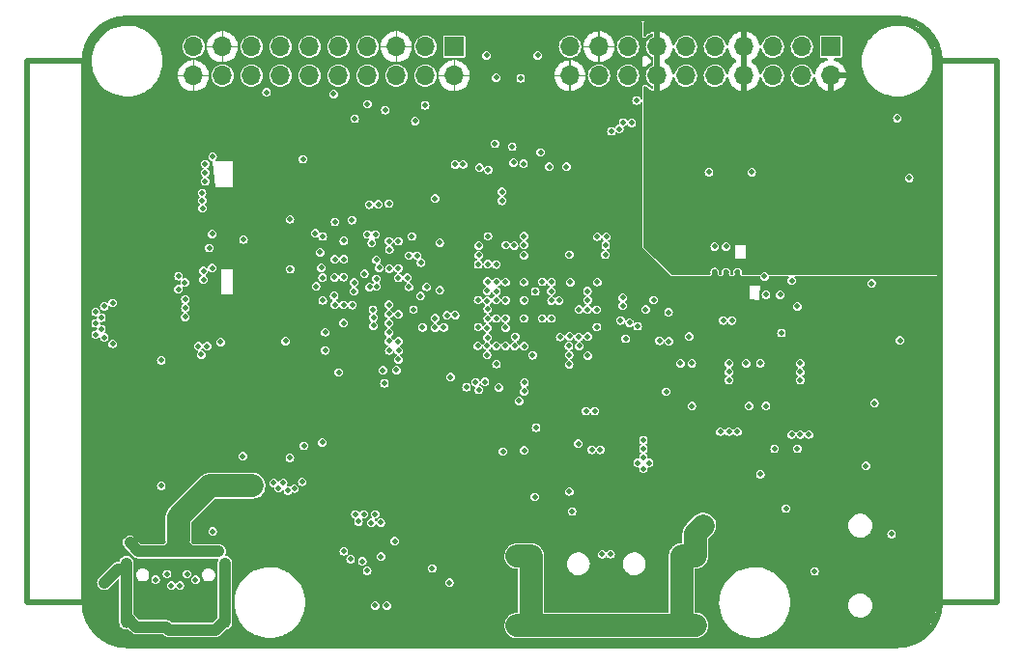
<source format=gbr>
G04 #@! TF.GenerationSoftware,KiCad,Pcbnew,6.0.0-d3dd2cf0fa~116~ubuntu20.04.1*
G04 #@! TF.CreationDate,2022-01-15T15:14:34-05:00*
G04 #@! TF.ProjectId,EX-PCB-10108-001,45582d50-4342-42d3-9130-3130382d3030,A*
G04 #@! TF.SameCoordinates,Original*
G04 #@! TF.FileFunction,Copper,L2,Inr*
G04 #@! TF.FilePolarity,Positive*
%FSLAX46Y46*%
G04 Gerber Fmt 4.6, Leading zero omitted, Abs format (unit mm)*
G04 Created by KiCad (PCBNEW 6.0.0-d3dd2cf0fa~116~ubuntu20.04.1) date 2022-01-15 15:14:34*
%MOMM*%
%LPD*%
G01*
G04 APERTURE LIST*
G04 #@! TA.AperFunction,Profile*
%ADD10C,0.500000*%
G04 #@! TD*
G04 #@! TA.AperFunction,ComponentPad*
%ADD11O,1.000000X2.000000*%
G04 #@! TD*
G04 #@! TA.AperFunction,ComponentPad*
%ADD12O,1.050000X2.100000*%
G04 #@! TD*
G04 #@! TA.AperFunction,ComponentPad*
%ADD13C,0.500000*%
G04 #@! TD*
G04 #@! TA.AperFunction,ComponentPad*
%ADD14R,1.700000X1.700000*%
G04 #@! TD*
G04 #@! TA.AperFunction,ComponentPad*
%ADD15O,1.700000X1.700000*%
G04 #@! TD*
G04 #@! TA.AperFunction,ComponentPad*
%ADD16C,1.000000*%
G04 #@! TD*
G04 #@! TA.AperFunction,ViaPad*
%ADD17C,0.500000*%
G04 #@! TD*
G04 #@! TA.AperFunction,Conductor*
%ADD18C,2.000000*%
G04 #@! TD*
G04 #@! TA.AperFunction,Conductor*
%ADD19C,1.000000*%
G04 #@! TD*
G04 APERTURE END LIST*
D10*
X41450000Y-85250000D02*
X46450000Y-85250000D01*
X41450000Y-132750000D02*
X46450000Y-132750000D01*
X121450000Y-132750000D02*
X126450000Y-132750000D01*
X126450000Y-85250000D02*
X121450000Y-85250000D01*
X126450000Y-85250000D02*
X126450000Y-132750000D01*
X41450000Y-85250000D02*
X41450000Y-132750000D01*
X121450000Y-85250000D02*
G75*
G03*
X117700000Y-81500000I-3750000J0D01*
G01*
X50200000Y-81500000D02*
G75*
G03*
X46450000Y-85250000I0J-3750000D01*
G01*
X46450000Y-132750000D02*
G75*
G03*
X50200000Y-136500000I3750000J0D01*
G01*
X117700000Y-136500000D02*
G75*
G03*
X121450000Y-132750000I0J3750000D01*
G01*
X46450000Y-85250000D02*
X46450000Y-132750000D01*
X117700000Y-136500000D02*
X50200000Y-136500000D01*
X117700000Y-81500000D02*
X50200000Y-81500000D01*
X121450000Y-85250000D02*
X121450000Y-132750000D01*
D11*
X50130000Y-134000000D03*
X58770000Y-134000000D03*
D12*
X50130000Y-129820000D03*
X58770000Y-129820000D03*
D13*
X101700000Y-105750000D03*
X101700000Y-104750000D03*
X101700000Y-103750000D03*
X102700000Y-105750000D03*
X102700000Y-104750000D03*
X102700000Y-103750000D03*
X103700000Y-105750000D03*
X103700000Y-104750000D03*
X103700000Y-103750000D03*
D14*
X111880000Y-83980000D03*
D15*
X111880000Y-86520000D03*
X109340000Y-83980000D03*
X109340000Y-86520000D03*
X106800000Y-83980000D03*
X106800000Y-86520000D03*
X104260000Y-83980000D03*
X104260000Y-86520000D03*
X101720000Y-83980000D03*
X101720000Y-86520000D03*
X99180000Y-83980000D03*
X99180000Y-86520000D03*
X96640000Y-83980000D03*
X96640000Y-86520000D03*
X94100000Y-83980000D03*
X94100000Y-86520000D03*
X91560000Y-83980000D03*
X91560000Y-86520000D03*
X89020000Y-83980000D03*
X89020000Y-86520000D03*
D14*
X78880000Y-83980000D03*
D15*
X78880000Y-86520000D03*
X76340000Y-83980000D03*
X76340000Y-86520000D03*
X73800000Y-83980000D03*
X73800000Y-86520000D03*
X71260000Y-83980000D03*
X71260000Y-86520000D03*
X68720000Y-83980000D03*
X68720000Y-86520000D03*
X66180000Y-83980000D03*
X66180000Y-86520000D03*
X63640000Y-83980000D03*
X63640000Y-86520000D03*
X61100000Y-83980000D03*
X61100000Y-86520000D03*
X58560000Y-83980000D03*
X58560000Y-86520000D03*
X56020000Y-83980000D03*
X56020000Y-86520000D03*
D16*
X98800000Y-128650000D03*
X100000000Y-128650000D03*
X100000000Y-134750000D03*
X98800000Y-134750000D03*
X84400000Y-134750000D03*
X85600000Y-134750000D03*
X84400000Y-128650000D03*
X85600000Y-128650000D03*
D17*
X84950000Y-109450000D03*
X86550000Y-109450000D03*
X87350000Y-108650000D03*
X86650000Y-108650000D03*
X84834988Y-110956490D03*
X85775000Y-106225000D03*
X84175000Y-107825000D03*
X84175000Y-106225000D03*
X83349998Y-109425000D03*
X80985632Y-109392490D03*
X81000000Y-107762467D03*
X82600000Y-111000000D03*
X67325000Y-101425000D03*
X67350000Y-107040012D03*
X67575000Y-111425000D03*
X67475002Y-102750000D03*
X67325000Y-99800000D03*
X68375000Y-105025000D03*
X68407510Y-109073618D03*
X67350000Y-107855024D03*
X71525000Y-101825000D03*
X69200000Y-107425000D03*
X69175000Y-110650000D03*
X64650000Y-101950000D03*
X80942495Y-104647889D03*
X74150000Y-97750000D03*
X74950000Y-101192490D03*
X75388154Y-103211846D03*
X75300000Y-107950000D03*
X73963466Y-109025000D03*
X72007510Y-111300000D03*
X73999118Y-106616832D03*
X73144696Y-105807655D03*
X90360541Y-113752839D03*
X84951243Y-103001243D03*
X84149996Y-104649996D03*
X84950002Y-103800000D03*
X80923436Y-111027100D03*
X79291743Y-112784562D03*
X65175000Y-112775000D03*
X67050000Y-109750000D03*
X84450000Y-116700000D03*
X90575000Y-111850000D03*
X80964484Y-100587490D03*
X88197515Y-103062509D03*
X86536439Y-103062510D03*
X89039948Y-107029994D03*
X59400000Y-110150000D03*
X60400000Y-102650000D03*
X89030551Y-106221806D03*
X72800000Y-117849990D03*
X93480658Y-111124538D03*
X92937457Y-112497399D03*
X95554994Y-116187510D03*
X95080000Y-114380000D03*
X79199673Y-117621969D03*
X91312510Y-114750000D03*
X65075000Y-110950012D03*
X64860000Y-107210000D03*
X65200000Y-103875000D03*
X90575000Y-101425000D03*
X84145442Y-100606948D03*
X91400978Y-103798391D03*
X93533311Y-117247490D03*
X88800000Y-116700000D03*
X87450000Y-116500000D03*
X65442630Y-109830918D03*
X75892150Y-110582150D03*
X53375000Y-102525000D03*
X53950000Y-101500000D03*
X57500021Y-106000012D03*
X90584263Y-108574989D03*
X112700000Y-112750000D03*
X86520052Y-101429995D03*
X96200000Y-104750000D03*
X96200000Y-105500000D03*
X99450000Y-108500000D03*
X117450000Y-114250000D03*
X120450000Y-109750000D03*
X107700000Y-115500000D03*
X106950000Y-113500000D03*
X103700000Y-114000000D03*
X101200000Y-115250000D03*
X100200000Y-113500000D03*
X100950000Y-111600000D03*
X61950000Y-126500000D03*
X59950000Y-126500000D03*
X52700000Y-134000000D03*
X56200000Y-134000000D03*
X48200000Y-133500000D03*
X60050000Y-92900000D03*
X55950000Y-93000000D03*
X54700000Y-93000000D03*
X53450000Y-97250000D03*
X53450000Y-98500000D03*
X47450000Y-125500000D03*
X48200000Y-125500000D03*
X48950000Y-125500000D03*
X48700000Y-113500000D03*
X50700000Y-109250000D03*
X50700000Y-107250000D03*
X59690000Y-115530000D03*
X59700000Y-114500000D03*
X59700000Y-113500000D03*
X59700000Y-112500000D03*
X59700000Y-111500000D03*
X58450000Y-111000000D03*
X49550010Y-102462363D03*
X96200000Y-109750000D03*
X71950000Y-134750000D03*
X69450000Y-133750000D03*
X74450000Y-134500000D03*
X92450000Y-124250000D03*
X92700000Y-119500000D03*
X93950000Y-119500000D03*
X82700000Y-126500000D03*
X84200000Y-125000000D03*
X102200000Y-121000000D03*
X99200000Y-121000000D03*
X107950000Y-129000000D03*
X81650000Y-98500000D03*
X64750000Y-115400000D03*
X52050000Y-100500000D03*
X52150000Y-98500000D03*
X52250000Y-101900000D03*
X48850000Y-115300000D03*
X48550000Y-116800000D03*
X52250000Y-115300000D03*
X52350000Y-117600000D03*
X75450000Y-88900000D03*
X85350000Y-95600000D03*
X95550000Y-111500000D03*
X68950000Y-89250000D03*
X105950000Y-108500000D03*
X70200000Y-130000000D03*
X69450000Y-132500000D03*
X62025000Y-92000000D03*
X57875000Y-87925000D03*
X56225000Y-101450000D03*
X89780000Y-99830000D03*
X73250000Y-126600000D03*
X68070000Y-127250000D03*
X68790000Y-129110000D03*
X120580000Y-131640000D03*
X114860000Y-135610000D03*
X120700000Y-106250000D03*
X120700000Y-113500000D03*
X120700000Y-119750000D03*
X120700000Y-125500000D03*
X108200000Y-135750000D03*
X81950000Y-135750000D03*
X76200000Y-135750000D03*
X67950000Y-135750000D03*
X60200000Y-135750000D03*
X53200000Y-135750000D03*
X47450000Y-123250000D03*
X47450000Y-116500000D03*
X47450000Y-93500000D03*
X47450000Y-88750000D03*
X53700000Y-82250000D03*
X90200000Y-82250000D03*
X89450000Y-92000000D03*
X90950000Y-95500000D03*
X73950000Y-123250000D03*
X79700000Y-123500000D03*
X77950000Y-128750000D03*
X64200000Y-128500000D03*
X95200000Y-131750000D03*
X104450000Y-127000000D03*
X103200000Y-122750000D03*
X106200000Y-117250000D03*
X99700000Y-117250000D03*
X64100000Y-105250000D03*
X60400000Y-109800000D03*
X57140000Y-108110000D03*
X92181999Y-99787490D03*
X95700000Y-128000000D03*
X96950000Y-126500000D03*
X96950000Y-125500000D03*
X96950000Y-127250000D03*
X95950000Y-128750000D03*
X87750000Y-98800000D03*
X90950000Y-97800000D03*
X60930000Y-97940000D03*
X60910000Y-98890000D03*
X64200000Y-108990000D03*
X60900000Y-107420000D03*
X60900000Y-108370000D03*
X52700000Y-124000000D03*
X113950000Y-109250000D03*
X113950000Y-106000000D03*
X119200000Y-116750000D03*
X95700000Y-122500000D03*
X81950000Y-123500000D03*
X80700000Y-122500000D03*
X110950000Y-119250000D03*
X113700000Y-123500000D03*
X110950000Y-127500000D03*
X112700000Y-129000000D03*
X109950000Y-110500000D03*
X112200000Y-109500000D03*
X109700000Y-108250000D03*
X110200000Y-105750000D03*
X108950000Y-105500000D03*
X111200000Y-105500000D03*
X111700000Y-104500000D03*
X55950000Y-91000000D03*
X51700000Y-95750000D03*
X113450000Y-120750000D03*
X83200000Y-88250000D03*
X85825000Y-99875000D03*
X110375000Y-122575000D03*
X88944989Y-111839545D03*
X54708540Y-104109173D03*
X54700000Y-105250000D03*
X55275000Y-104675000D03*
X105700000Y-111750000D03*
X104450000Y-111750000D03*
X99700000Y-111750000D03*
X98700000Y-111750000D03*
X48945000Y-110045000D03*
X48945000Y-106455000D03*
X48200000Y-106750000D03*
X47950000Y-107750000D03*
X47950000Y-108750000D03*
X48200000Y-109500000D03*
X47450000Y-109250000D03*
X47450000Y-108250000D03*
X47450000Y-107250000D03*
X56450000Y-110250000D03*
X57200000Y-110250000D03*
X56700000Y-111000000D03*
X95450000Y-121000000D03*
X65699990Y-118999990D03*
X95450000Y-120000000D03*
X95950000Y-120500000D03*
X94950000Y-120500000D03*
X95450000Y-119250000D03*
X95450000Y-118500000D03*
X86050000Y-117400000D03*
X57650000Y-100400000D03*
X58400000Y-109900000D03*
X67350000Y-106232510D03*
X67125000Y-102025000D03*
X67567490Y-109025000D03*
X73975000Y-111425000D03*
X67350000Y-100625000D03*
X67575000Y-110625000D03*
X87375000Y-105425000D03*
X75162181Y-100631247D03*
X68742490Y-112550000D03*
X64477521Y-99125000D03*
X83375000Y-104625000D03*
X83375000Y-106225000D03*
X83375000Y-107825000D03*
X73975000Y-109825000D03*
X69950000Y-106650000D03*
X68393161Y-104206839D03*
X73175000Y-103450008D03*
X73981440Y-107451061D03*
X74902057Y-102307510D03*
X73146362Y-106606044D03*
X71000000Y-103900000D03*
X85970001Y-105460000D03*
X87394140Y-106244140D03*
X56900000Y-104400000D03*
X56900000Y-103650000D03*
X57650000Y-103400000D03*
X57400000Y-101650000D03*
X57700000Y-93625000D03*
X89055010Y-104650000D03*
X84991068Y-102267079D03*
X89800000Y-107025000D03*
X82563901Y-103087522D03*
X88962490Y-102225000D03*
X57050000Y-95050000D03*
X57050000Y-95800000D03*
X57050000Y-94275000D03*
X81822394Y-100614389D03*
X88977101Y-109373438D03*
X88700000Y-94500000D03*
X87200000Y-94500000D03*
X86450000Y-93250000D03*
X117950000Y-109750000D03*
X115700000Y-115250000D03*
X104700000Y-115500000D03*
X109949994Y-118000000D03*
X109200000Y-118000000D03*
X108450000Y-118000000D03*
X103699994Y-117750000D03*
X102200000Y-117750000D03*
X102950000Y-117750000D03*
X97450000Y-114250000D03*
X78450000Y-131000000D03*
X76950000Y-129750000D03*
X105700000Y-121500000D03*
X81700000Y-84750000D03*
X86200000Y-84750000D03*
X81846408Y-94791082D03*
X64102510Y-109800000D03*
X84975000Y-107825000D03*
X87375000Y-107825000D03*
X86575000Y-107825000D03*
X85000000Y-106225000D03*
X84975000Y-104625000D03*
X88049990Y-106260057D03*
X88150000Y-109450000D03*
X89839950Y-110229992D03*
X86600000Y-104600000D03*
X87400000Y-104650000D03*
X66675000Y-100350000D03*
X68400000Y-102625000D03*
X81775000Y-110225000D03*
X75300000Y-107050000D03*
X81780000Y-109489961D03*
X70075000Y-105425000D03*
X70100000Y-104675000D03*
X66765728Y-105012811D03*
X67225000Y-103375000D03*
X68350004Y-105825000D03*
X71263617Y-100460044D03*
X67329800Y-104233033D03*
X69175007Y-104187779D03*
X72070394Y-104996702D03*
X80975000Y-108577479D03*
X81782510Y-104576801D03*
X71430092Y-97842490D03*
X64499994Y-103500000D03*
X85027479Y-113446250D03*
X69175000Y-108225000D03*
X68400000Y-106600000D03*
X85000008Y-114200000D03*
X69175000Y-106625000D03*
X84550000Y-115050000D03*
X84175000Y-110224998D03*
X71800000Y-107750000D03*
X82780741Y-113880741D03*
X71749994Y-107050000D03*
X83375000Y-110225000D03*
X71800006Y-108450000D03*
X82575000Y-111825000D03*
X73157855Y-107421056D03*
X78549998Y-112950000D03*
X82550014Y-110225000D03*
X83375000Y-108625004D03*
X72051422Y-104350010D03*
X82553407Y-107830176D03*
X71955654Y-100460045D03*
X69200002Y-102625000D03*
X81800000Y-107000000D03*
X74757692Y-104247843D03*
X82572369Y-104629075D03*
X81557005Y-113377003D03*
X73145314Y-108236067D03*
X81016261Y-114091261D03*
X73159989Y-109043151D03*
X81750000Y-111025000D03*
X73799992Y-112350000D03*
X81775000Y-108655023D03*
X71450381Y-105057737D03*
X81802576Y-107840012D03*
X71640949Y-101203887D03*
X69193161Y-101006839D03*
X81775000Y-106272522D03*
X68425000Y-99350000D03*
X77200002Y-97300000D03*
X82539117Y-106189117D03*
X82575000Y-105425000D03*
X72210613Y-97800000D03*
X80741993Y-113425000D03*
X73166576Y-110640113D03*
X73150000Y-109800000D03*
X79950000Y-113850000D03*
X73995017Y-110641784D03*
X80950000Y-110212089D03*
X80964085Y-106207456D03*
X69900000Y-99200000D03*
X81749936Y-105392444D03*
X73150000Y-97750000D03*
X73974999Y-104262214D03*
X76100000Y-108600000D03*
X75953074Y-102922997D03*
X77950003Y-108599997D03*
X73162247Y-101037013D03*
X78250170Y-107535014D03*
X72050000Y-102675000D03*
X75908195Y-105838089D03*
X72758081Y-113509979D03*
X72610160Y-112363696D03*
X74900002Y-105050000D03*
X77202448Y-108615011D03*
X73975000Y-103425000D03*
X77200000Y-107800000D03*
X73975000Y-101050000D03*
X78950000Y-107519729D03*
X76457510Y-105050000D03*
X73188619Y-101792490D03*
X72304846Y-103374990D03*
X75600000Y-102307510D03*
X77600000Y-105350000D03*
X77600000Y-101175000D03*
X85008768Y-110258768D03*
X85750000Y-111050000D03*
X83150000Y-119500000D03*
X60350000Y-119900000D03*
X64464924Y-120045084D03*
X67300000Y-118700000D03*
X88925000Y-110225002D03*
X85000000Y-119400000D03*
X89750000Y-118800000D03*
X84218902Y-109439227D03*
X90575000Y-111075010D03*
X60400000Y-100900000D03*
X61200000Y-122500000D03*
X57700000Y-128250000D03*
X50950000Y-128000000D03*
X50450000Y-127500000D03*
X58450000Y-128250000D03*
X61200000Y-121750000D03*
X61200000Y-123250000D03*
X61950000Y-122500000D03*
X60450000Y-122500000D03*
X53200000Y-111500000D03*
X53200000Y-122500000D03*
X100700000Y-126000000D03*
X99950000Y-126000000D03*
X101450000Y-126000000D03*
X100700000Y-126750000D03*
X72950000Y-133000000D03*
X71950000Y-133000000D03*
X84700000Y-86750000D03*
X82550000Y-86699996D03*
X84987086Y-101379535D03*
X81025000Y-102275000D03*
X79650000Y-94300000D03*
X54075000Y-131250000D03*
X55450000Y-130250000D03*
X53700000Y-130250000D03*
X54825000Y-131250000D03*
X56775000Y-96825000D03*
X56800000Y-98150000D03*
X56797353Y-97480375D03*
X55300010Y-106145709D03*
X55300010Y-106900000D03*
X55300010Y-107689050D03*
X89200000Y-124750000D03*
X88950000Y-123000000D03*
X85925000Y-123475000D03*
X102450000Y-108000000D03*
X103200000Y-108000000D03*
X106075022Y-104144006D03*
X109200000Y-112500000D03*
X109200000Y-111750000D03*
X109200000Y-113250000D03*
X71612282Y-125736280D03*
X63469029Y-122693891D03*
X102700000Y-101500000D03*
X102950000Y-112500000D03*
X102950000Y-111750000D03*
X102949986Y-113250000D03*
X88944989Y-111026219D03*
X117700000Y-90250000D03*
X118750000Y-95500000D03*
X110200000Y-102750000D03*
X111450000Y-103500000D03*
X108950000Y-103500000D03*
X108950000Y-102750000D03*
X111450000Y-102750000D03*
X97450000Y-94500000D03*
X97700000Y-96250000D03*
X102200000Y-95000000D03*
X104700000Y-94000000D03*
X110700000Y-94000000D03*
X100950000Y-99250000D03*
X102200000Y-100750000D03*
X114950000Y-95500000D03*
X114950000Y-90700000D03*
X120700000Y-87750000D03*
X120700000Y-92250000D03*
X120700000Y-97250000D03*
X120700000Y-102000000D03*
X97700000Y-82250000D03*
X104950000Y-82250000D03*
X113450000Y-82250000D03*
X97450000Y-90200000D03*
X99150000Y-102900000D03*
X105150000Y-102200000D03*
X105950000Y-99500000D03*
X111450000Y-95750000D03*
X117450000Y-102500000D03*
X114200000Y-88500000D03*
X101700000Y-101500000D03*
X101200000Y-95000000D03*
X57700000Y-126500000D03*
X107950000Y-124500000D03*
X48200000Y-131000000D03*
X110450000Y-130000000D03*
X117200000Y-126750000D03*
X104950000Y-95000000D03*
X80975000Y-103075000D03*
X81070052Y-94598104D03*
X91375000Y-108575000D03*
X94250000Y-108200000D03*
X94850000Y-88700000D03*
X76325000Y-89125000D03*
X93337490Y-91200000D03*
X72825000Y-89550000D03*
X92650000Y-91400000D03*
X95641674Y-107025052D03*
X96849954Y-109777035D03*
X97674966Y-109837490D03*
X93650000Y-106700000D03*
X106950000Y-119250000D03*
X90575000Y-106225000D03*
X108950000Y-119250000D03*
X99450000Y-109400000D03*
X91675000Y-119349990D03*
X90925000Y-119349990D03*
X90425000Y-115950000D03*
X91175000Y-115950000D03*
X93900000Y-109600000D03*
X106200000Y-105750000D03*
X107450000Y-105750000D03*
X93450000Y-108000000D03*
X114950000Y-120750000D03*
X92120050Y-102229996D03*
X52700000Y-130750000D03*
X56200000Y-130750000D03*
X70820099Y-129128386D03*
X71240000Y-129959998D03*
X72442185Y-128715876D03*
X73650000Y-127350000D03*
X69200000Y-128250000D03*
X69791639Y-128941636D03*
X84120050Y-101429994D03*
X82450000Y-92500000D03*
X71950000Y-125000000D03*
X63881539Y-122250000D03*
X84066369Y-94144506D03*
X72437294Y-125722191D03*
X83050000Y-97500000D03*
X65550000Y-122150000D03*
X84990002Y-100610000D03*
X84950000Y-94250000D03*
X83950000Y-92750000D03*
X63037490Y-122250000D03*
X70950000Y-125000000D03*
X64294049Y-122933753D03*
X70483312Y-125633310D03*
X83387501Y-101378686D03*
X70200000Y-125000000D03*
X64864566Y-122747944D03*
X83050000Y-96700000D03*
X90550000Y-105425000D03*
X96350006Y-106200000D03*
X91350000Y-107050000D03*
X97658311Y-107291689D03*
X90550000Y-107025000D03*
X93675000Y-90625000D03*
X71259996Y-89015004D03*
X93650000Y-106000000D03*
X94425000Y-90675000D03*
X62425000Y-87975000D03*
X68307490Y-88120811D03*
X81025000Y-101425000D03*
X78950000Y-94312510D03*
X70150000Y-90300000D03*
X75450000Y-90500000D03*
X81808767Y-103058767D03*
X65625000Y-93850000D03*
X91425000Y-104625000D03*
X90575000Y-109400000D03*
X108450000Y-104500000D03*
X89775000Y-109450000D03*
X108950000Y-106750000D03*
X94950000Y-108500000D03*
X107550000Y-109100000D03*
X91825000Y-128500000D03*
X92575000Y-128500000D03*
X106200000Y-115500000D03*
X92200000Y-100650000D03*
X99700000Y-115500000D03*
X91400000Y-100650000D03*
X92151248Y-101401248D03*
X115450000Y-104750000D03*
D18*
X61200000Y-122500000D02*
X57450000Y-122500000D01*
X57450000Y-122500000D02*
X54700000Y-125250000D01*
X54700000Y-125250000D02*
X54700000Y-127250000D01*
D19*
X54700000Y-127250000D02*
X54700000Y-127750000D01*
X54700000Y-127750000D02*
X55200000Y-128250000D01*
X51200000Y-128250000D02*
X50450000Y-127500000D01*
X53450000Y-128250000D02*
X53700000Y-128250000D01*
X55200000Y-128250000D02*
X53450000Y-128250000D01*
X53700000Y-128250000D02*
X54700000Y-127250000D01*
X53450000Y-128250000D02*
X51200000Y-128250000D01*
X54700000Y-127250000D02*
X55700000Y-128250000D01*
X55700000Y-128250000D02*
X58223996Y-128250000D01*
X55200000Y-128250000D02*
X55700000Y-128250000D01*
D18*
X98800000Y-134750000D02*
X98800000Y-128650000D01*
X85600000Y-134750000D02*
X98800000Y-134750000D01*
X85600000Y-134750000D02*
X85600000Y-128650000D01*
X84400000Y-128650000D02*
X85600000Y-128650000D01*
X84400000Y-134750000D02*
X85600000Y-134750000D01*
X100000000Y-134750000D02*
X98800000Y-134750000D01*
X100000000Y-128650000D02*
X98800000Y-128650000D01*
X100000000Y-126700000D02*
X100700000Y-126000000D01*
X100000000Y-128650000D02*
X100000000Y-126700000D01*
D19*
X58770000Y-129820000D02*
X58770000Y-134000000D01*
X58770000Y-134000000D02*
X58770000Y-134330000D01*
X58770000Y-134330000D02*
X57950000Y-135150000D01*
X51029999Y-134899999D02*
X50130000Y-134000000D01*
X53608001Y-134899999D02*
X51029999Y-134899999D01*
X53858002Y-135150000D02*
X53608001Y-134899999D01*
X57950000Y-135150000D02*
X53858002Y-135150000D01*
X50130000Y-134000000D02*
X50130000Y-129820000D01*
X49380000Y-129820000D02*
X48200000Y-131000000D01*
X50130000Y-129820000D02*
X49380000Y-129820000D01*
G04 #@! TA.AperFunction,Conductor*
G36*
X95318052Y-81768013D02*
G01*
X95336065Y-81811500D01*
X95333574Y-81828826D01*
X95330063Y-81840784D01*
X95325000Y-81876000D01*
X95325000Y-82945331D01*
X95325138Y-82951206D01*
X95325695Y-82963044D01*
X95334460Y-83003499D01*
X95360774Y-83069439D01*
X95363489Y-83072899D01*
X95363490Y-83072901D01*
X95400520Y-83120095D01*
X95404252Y-83124851D01*
X95462039Y-83166097D01*
X95528571Y-83189207D01*
X95532961Y-83189421D01*
X95595088Y-83192450D01*
X95595090Y-83192450D01*
X95599483Y-83192664D01*
X95667950Y-83176134D01*
X95729474Y-83140704D01*
X95731195Y-83139354D01*
X95731199Y-83139351D01*
X95755741Y-83120095D01*
X95755744Y-83120093D01*
X95757465Y-83118742D01*
X95815078Y-83058453D01*
X95822608Y-83051767D01*
X95941050Y-82962838D01*
X95976665Y-82936098D01*
X95985193Y-82930728D01*
X96156070Y-82841775D01*
X96165362Y-82837869D01*
X96180394Y-82832956D01*
X96227325Y-82836568D01*
X96257957Y-82872307D01*
X96261000Y-82891413D01*
X96261000Y-83040081D01*
X96242987Y-83083568D01*
X96227993Y-83094582D01*
X96105935Y-83158392D01*
X96105930Y-83158396D01*
X96103268Y-83159787D01*
X96100924Y-83161672D01*
X96100922Y-83161673D01*
X95986363Y-83253781D01*
X95954176Y-83279660D01*
X95952246Y-83281960D01*
X95944128Y-83291635D01*
X95831207Y-83426208D01*
X95829762Y-83428837D01*
X95829761Y-83428838D01*
X95812291Y-83460617D01*
X95739045Y-83593850D01*
X95737059Y-83600112D01*
X95686354Y-83759955D01*
X95681200Y-83776201D01*
X95673992Y-83840466D01*
X95660557Y-83960246D01*
X95659876Y-83966314D01*
X95664155Y-84017276D01*
X95672054Y-84111332D01*
X95675884Y-84156948D01*
X95676711Y-84159833D01*
X95676712Y-84159837D01*
X95698820Y-84236936D01*
X95728614Y-84340843D01*
X95749411Y-84381309D01*
X95799726Y-84479210D01*
X95816060Y-84510993D01*
X95817927Y-84513349D01*
X95817928Y-84513350D01*
X95840754Y-84542149D01*
X95934889Y-84660918D01*
X96080575Y-84784907D01*
X96083201Y-84786375D01*
X96083203Y-84786376D01*
X96229503Y-84868140D01*
X96258676Y-84905080D01*
X96261000Y-84921825D01*
X96261000Y-85580081D01*
X96242987Y-85623568D01*
X96227993Y-85634582D01*
X96105935Y-85698392D01*
X96105930Y-85698396D01*
X96103268Y-85699787D01*
X96100924Y-85701672D01*
X96100922Y-85701673D01*
X96063662Y-85731631D01*
X95954176Y-85819660D01*
X95952246Y-85821960D01*
X95944128Y-85831635D01*
X95831207Y-85966208D01*
X95829762Y-85968837D01*
X95829761Y-85968838D01*
X95812853Y-85999594D01*
X95739045Y-86133850D01*
X95738137Y-86136713D01*
X95686354Y-86299955D01*
X95681200Y-86316201D01*
X95672049Y-86397790D01*
X95660557Y-86500246D01*
X95659876Y-86506314D01*
X95664155Y-86557276D01*
X95672900Y-86661408D01*
X95675884Y-86696948D01*
X95676711Y-86699833D01*
X95676712Y-86699837D01*
X95700111Y-86781440D01*
X95728614Y-86880843D01*
X95748299Y-86919145D01*
X95799726Y-87019210D01*
X95816060Y-87050993D01*
X95817927Y-87053349D01*
X95817928Y-87053350D01*
X95838591Y-87079420D01*
X95934889Y-87200918D01*
X96080575Y-87324907D01*
X96083201Y-87326375D01*
X96083203Y-87326376D01*
X96229503Y-87408140D01*
X96258676Y-87445080D01*
X96261000Y-87461825D01*
X96261000Y-87605874D01*
X96242987Y-87649361D01*
X96199500Y-87667374D01*
X96177561Y-87663328D01*
X96147555Y-87651870D01*
X96110132Y-87637580D01*
X96101050Y-87633229D01*
X95934713Y-87536029D01*
X95926461Y-87530250D01*
X95920502Y-87525302D01*
X95791540Y-87418237D01*
X95778251Y-87407204D01*
X95771055Y-87400158D01*
X95765719Y-87393998D01*
X95759630Y-87387457D01*
X95746904Y-87374730D01*
X95710441Y-87349412D01*
X95706533Y-87347627D01*
X95649864Y-87321746D01*
X95649863Y-87321746D01*
X95645861Y-87319918D01*
X95576142Y-87309893D01*
X95505868Y-87319997D01*
X95441801Y-87349256D01*
X95438481Y-87352133D01*
X95391469Y-87392868D01*
X95391466Y-87392871D01*
X95388145Y-87395749D01*
X95350065Y-87455002D01*
X95348827Y-87459219D01*
X95348825Y-87459223D01*
X95336851Y-87500005D01*
X95330063Y-87523123D01*
X95325000Y-87558339D01*
X95325000Y-88548963D01*
X95306987Y-88592450D01*
X95263500Y-88610463D01*
X95220013Y-88592450D01*
X95208703Y-88576883D01*
X95159772Y-88480851D01*
X95157573Y-88476535D01*
X95073465Y-88392427D01*
X94967482Y-88338426D01*
X94850000Y-88319819D01*
X94732518Y-88338426D01*
X94626535Y-88392427D01*
X94542427Y-88476535D01*
X94488426Y-88582518D01*
X94487669Y-88587298D01*
X94476150Y-88660030D01*
X94469819Y-88700000D01*
X94470576Y-88704780D01*
X94477037Y-88745576D01*
X94488426Y-88817482D01*
X94542427Y-88923465D01*
X94626535Y-89007573D01*
X94732518Y-89061574D01*
X94850000Y-89080181D01*
X94967482Y-89061574D01*
X95073465Y-89007573D01*
X95157573Y-88923465D01*
X95208703Y-88823117D01*
X95244496Y-88792547D01*
X95291420Y-88796240D01*
X95321990Y-88832033D01*
X95325000Y-88851037D01*
X95325000Y-101447810D01*
X95325716Y-101461170D01*
X95328595Y-101487953D01*
X95329495Y-101490828D01*
X95329496Y-101490832D01*
X95332783Y-101501330D01*
X95343170Y-101534502D01*
X95357044Y-101559909D01*
X95357046Y-101559911D01*
X95357050Y-101559917D01*
X95377196Y-101596812D01*
X95398517Y-101625293D01*
X97824707Y-104051483D01*
X97834658Y-104060423D01*
X97835285Y-104060928D01*
X97835287Y-104060930D01*
X97853276Y-104075428D01*
X97853281Y-104075431D01*
X97855632Y-104077326D01*
X97898853Y-104099935D01*
X97966974Y-104119937D01*
X97989114Y-104123120D01*
X98000019Y-104124688D01*
X98000021Y-104124688D01*
X98002190Y-104125000D01*
X101211888Y-104125000D01*
X101214110Y-104124672D01*
X101214116Y-104124672D01*
X101233621Y-104121796D01*
X101247961Y-104119682D01*
X101261100Y-104115722D01*
X101286232Y-104108147D01*
X101317588Y-104098696D01*
X101377143Y-104059514D01*
X101422865Y-104005200D01*
X101451206Y-103940722D01*
X101460306Y-103870313D01*
X101460269Y-103867662D01*
X101459948Y-103845265D01*
X101459798Y-103834737D01*
X101459456Y-103832574D01*
X101447901Y-103759621D01*
X101447901Y-103740380D01*
X101453639Y-103704148D01*
X101457267Y-103681246D01*
X101463210Y-103662953D01*
X101490395Y-103609598D01*
X101501704Y-103594034D01*
X101544034Y-103551704D01*
X101559598Y-103540395D01*
X101612953Y-103513210D01*
X101631246Y-103507267D01*
X101660814Y-103502583D01*
X101690379Y-103497901D01*
X101709620Y-103497901D01*
X101714883Y-103498734D01*
X101741535Y-103502956D01*
X101741538Y-103502956D01*
X101743937Y-103503336D01*
X101743881Y-103503690D01*
X101745368Y-103503953D01*
X101745428Y-103503572D01*
X101768749Y-103507265D01*
X101787050Y-103513211D01*
X101814869Y-103527386D01*
X101840401Y-103540395D01*
X101855967Y-103551705D01*
X101898296Y-103594034D01*
X101909605Y-103609598D01*
X101936790Y-103662952D01*
X101942733Y-103681245D01*
X101943292Y-103684772D01*
X101952090Y-103740322D01*
X101951364Y-103740437D01*
X101951328Y-103759556D01*
X101952090Y-103759677D01*
X101941362Y-103827415D01*
X101940202Y-103834737D01*
X101939811Y-103871197D01*
X101940115Y-103873423D01*
X101940115Y-103873425D01*
X101946918Y-103923261D01*
X101949646Y-103943248D01*
X101979029Y-104008199D01*
X101981945Y-104011564D01*
X101981946Y-104011566D01*
X102022641Y-104058531D01*
X102022644Y-104058534D01*
X102025522Y-104061855D01*
X102084775Y-104099935D01*
X102088992Y-104101173D01*
X102088996Y-104101175D01*
X102132516Y-104113953D01*
X102152896Y-104119937D01*
X102175036Y-104123120D01*
X102185941Y-104124688D01*
X102185943Y-104124688D01*
X102188112Y-104125000D01*
X102211888Y-104125000D01*
X102214110Y-104124672D01*
X102214116Y-104124672D01*
X102245730Y-104120011D01*
X102245733Y-104120010D01*
X102247960Y-104119682D01*
X102275976Y-104111238D01*
X102313329Y-104099980D01*
X102313331Y-104099979D01*
X102317588Y-104098696D01*
X102377145Y-104059513D01*
X102408896Y-104021795D01*
X102420032Y-104008566D01*
X102420033Y-104008565D01*
X102422866Y-104005199D01*
X102451206Y-103940722D01*
X102460306Y-103870313D01*
X102460269Y-103867662D01*
X102459948Y-103845265D01*
X102459798Y-103834737D01*
X102447910Y-103759677D01*
X102448636Y-103759562D01*
X102448672Y-103740443D01*
X102447910Y-103740322D01*
X102456708Y-103684772D01*
X102457267Y-103681245D01*
X102463210Y-103662952D01*
X102490395Y-103609598D01*
X102501704Y-103594034D01*
X102544034Y-103551704D01*
X102559598Y-103540395D01*
X102612953Y-103513210D01*
X102631246Y-103507267D01*
X102660814Y-103502583D01*
X102690379Y-103497901D01*
X102709620Y-103497901D01*
X102714883Y-103498734D01*
X102741535Y-103502956D01*
X102741538Y-103502956D01*
X102743937Y-103503336D01*
X102743881Y-103503690D01*
X102745368Y-103503953D01*
X102745428Y-103503572D01*
X102768749Y-103507265D01*
X102787050Y-103513211D01*
X102814869Y-103527386D01*
X102840401Y-103540395D01*
X102855967Y-103551705D01*
X102898296Y-103594034D01*
X102909605Y-103609598D01*
X102936790Y-103662952D01*
X102942733Y-103681245D01*
X102943292Y-103684772D01*
X102952090Y-103740322D01*
X102951364Y-103740437D01*
X102951328Y-103759556D01*
X102952090Y-103759677D01*
X102941362Y-103827415D01*
X102940202Y-103834737D01*
X102939811Y-103871197D01*
X102940115Y-103873423D01*
X102940115Y-103873425D01*
X102946918Y-103923261D01*
X102949646Y-103943248D01*
X102979029Y-104008199D01*
X102981945Y-104011564D01*
X102981946Y-104011566D01*
X103022641Y-104058531D01*
X103022644Y-104058534D01*
X103025522Y-104061855D01*
X103084775Y-104099935D01*
X103088992Y-104101173D01*
X103088996Y-104101175D01*
X103132516Y-104113953D01*
X103152896Y-104119937D01*
X103175036Y-104123120D01*
X103185941Y-104124688D01*
X103185943Y-104124688D01*
X103188112Y-104125000D01*
X103211888Y-104125000D01*
X103214110Y-104124672D01*
X103214116Y-104124672D01*
X103245730Y-104120011D01*
X103245733Y-104120010D01*
X103247960Y-104119682D01*
X103275976Y-104111238D01*
X103313329Y-104099980D01*
X103313331Y-104099979D01*
X103317588Y-104098696D01*
X103377145Y-104059513D01*
X103408896Y-104021795D01*
X103420032Y-104008566D01*
X103420033Y-104008565D01*
X103422866Y-104005199D01*
X103451206Y-103940722D01*
X103460306Y-103870313D01*
X103460269Y-103867662D01*
X103459948Y-103845265D01*
X103459798Y-103834737D01*
X103447910Y-103759677D01*
X103448636Y-103759562D01*
X103448672Y-103740443D01*
X103447910Y-103740322D01*
X103456708Y-103684772D01*
X103457267Y-103681245D01*
X103463210Y-103662952D01*
X103490395Y-103609598D01*
X103501704Y-103594034D01*
X103544034Y-103551704D01*
X103559598Y-103540395D01*
X103612953Y-103513210D01*
X103631246Y-103507267D01*
X103660814Y-103502583D01*
X103690379Y-103497901D01*
X103709620Y-103497901D01*
X103714883Y-103498734D01*
X103741535Y-103502956D01*
X103741538Y-103502956D01*
X103743937Y-103503336D01*
X103743881Y-103503690D01*
X103745368Y-103503953D01*
X103745428Y-103503572D01*
X103768749Y-103507265D01*
X103787050Y-103513211D01*
X103814869Y-103527386D01*
X103840401Y-103540395D01*
X103855967Y-103551705D01*
X103898296Y-103594034D01*
X103909605Y-103609598D01*
X103936790Y-103662953D01*
X103942733Y-103681246D01*
X103946361Y-103704148D01*
X103952099Y-103740380D01*
X103952099Y-103759621D01*
X103947476Y-103788809D01*
X103940202Y-103834737D01*
X103939811Y-103871197D01*
X103940115Y-103873423D01*
X103940115Y-103873425D01*
X103946918Y-103923261D01*
X103949646Y-103943248D01*
X103979029Y-104008199D01*
X103981945Y-104011564D01*
X103981946Y-104011566D01*
X104022641Y-104058531D01*
X104022644Y-104058534D01*
X104025522Y-104061855D01*
X104084775Y-104099935D01*
X104088992Y-104101173D01*
X104088996Y-104101175D01*
X104132516Y-104113953D01*
X104152896Y-104119937D01*
X104175036Y-104123120D01*
X104185941Y-104124688D01*
X104185943Y-104124688D01*
X104188112Y-104125000D01*
X105639304Y-104125000D01*
X105682791Y-104143013D01*
X105700047Y-104176879D01*
X105706001Y-104214470D01*
X105713448Y-104261488D01*
X105767449Y-104367471D01*
X105851557Y-104451579D01*
X105957540Y-104505580D01*
X105991679Y-104510987D01*
X106032688Y-104517482D01*
X106075022Y-104524187D01*
X106117357Y-104517482D01*
X106158365Y-104510987D01*
X106192504Y-104505580D01*
X106298487Y-104451579D01*
X106382595Y-104367471D01*
X106436596Y-104261488D01*
X106444043Y-104214470D01*
X106449997Y-104176879D01*
X106474591Y-104136745D01*
X106510740Y-104125000D01*
X108145488Y-104125000D01*
X108188975Y-104143013D01*
X108206988Y-104186500D01*
X108188975Y-104229987D01*
X108142427Y-104276535D01*
X108088426Y-104382518D01*
X108082232Y-104421624D01*
X108072986Y-104480007D01*
X108069819Y-104500000D01*
X108070576Y-104504780D01*
X108078053Y-104551991D01*
X108088426Y-104617482D01*
X108142427Y-104723465D01*
X108226535Y-104807573D01*
X108332518Y-104861574D01*
X108450000Y-104880181D01*
X108567482Y-104861574D01*
X108673465Y-104807573D01*
X108731038Y-104750000D01*
X115069819Y-104750000D01*
X115088426Y-104867482D01*
X115142427Y-104973465D01*
X115226535Y-105057573D01*
X115332518Y-105111574D01*
X115337298Y-105112331D01*
X115437543Y-105128208D01*
X115450000Y-105130181D01*
X115462458Y-105128208D01*
X115562702Y-105112331D01*
X115567482Y-105111574D01*
X115673465Y-105057573D01*
X115757573Y-104973465D01*
X115811574Y-104867482D01*
X115830181Y-104750000D01*
X115828634Y-104740229D01*
X115812331Y-104637298D01*
X115811574Y-104632518D01*
X115757573Y-104526535D01*
X115673465Y-104442427D01*
X115567482Y-104388426D01*
X115456800Y-104370896D01*
X115454780Y-104370576D01*
X115450000Y-104369819D01*
X115445220Y-104370576D01*
X115443200Y-104370896D01*
X115332518Y-104388426D01*
X115226535Y-104442427D01*
X115142427Y-104526535D01*
X115088426Y-104632518D01*
X115087669Y-104637298D01*
X115071367Y-104740229D01*
X115069819Y-104750000D01*
X108731038Y-104750000D01*
X108757573Y-104723465D01*
X108811574Y-104617482D01*
X108821947Y-104551991D01*
X108829424Y-104504780D01*
X108830181Y-104500000D01*
X108827015Y-104480007D01*
X108817768Y-104421624D01*
X108811574Y-104382518D01*
X108757573Y-104276535D01*
X108711025Y-104229987D01*
X108693012Y-104186500D01*
X108711025Y-104143013D01*
X108754512Y-104125000D01*
X121074000Y-104125000D01*
X121091490Y-104123120D01*
X121098944Y-104122319D01*
X121098948Y-104122318D01*
X121100570Y-104122144D01*
X121114338Y-104119149D01*
X121125428Y-104116737D01*
X121171750Y-104125096D01*
X121198595Y-104163760D01*
X121200000Y-104176832D01*
X121200000Y-132719320D01*
X121198818Y-132731318D01*
X121195102Y-132750000D01*
X121196284Y-132755941D01*
X121197550Y-132762305D01*
X121198658Y-132777321D01*
X121197423Y-132802455D01*
X121183294Y-133090047D01*
X121182702Y-133096053D01*
X121135881Y-133411699D01*
X121133192Y-133429824D01*
X121132016Y-133435740D01*
X121116021Y-133499594D01*
X121050025Y-133763064D01*
X121048273Y-133768840D01*
X120934595Y-134086550D01*
X120932285Y-134092126D01*
X120788014Y-134397160D01*
X120785169Y-134402482D01*
X120611699Y-134691900D01*
X120608346Y-134696919D01*
X120407333Y-134967953D01*
X120403515Y-134972606D01*
X120176886Y-135222652D01*
X120172652Y-135226886D01*
X119922606Y-135453515D01*
X119917953Y-135457333D01*
X119689043Y-135627105D01*
X119646919Y-135658346D01*
X119641900Y-135661699D01*
X119352482Y-135835169D01*
X119347160Y-135838014D01*
X119042126Y-135982285D01*
X119036550Y-135984595D01*
X118718840Y-136098273D01*
X118713064Y-136100025D01*
X118498786Y-136153699D01*
X118385740Y-136182016D01*
X118379828Y-136183191D01*
X118094973Y-136225445D01*
X118046053Y-136232702D01*
X118040047Y-136233294D01*
X117995259Y-136235494D01*
X117727321Y-136248658D01*
X117712308Y-136247550D01*
X117700000Y-136245102D01*
X117694058Y-136246284D01*
X117681318Y-136248818D01*
X117669320Y-136250000D01*
X50230680Y-136250000D01*
X50218682Y-136248818D01*
X50205942Y-136246284D01*
X50200000Y-136245102D01*
X50187692Y-136247550D01*
X50172679Y-136248658D01*
X49904741Y-136235494D01*
X49859953Y-136233294D01*
X49853947Y-136232702D01*
X49805027Y-136225445D01*
X49520172Y-136183191D01*
X49514260Y-136182016D01*
X49401214Y-136153699D01*
X49186936Y-136100025D01*
X49181160Y-136098273D01*
X48863450Y-135984595D01*
X48857874Y-135982285D01*
X48552840Y-135838014D01*
X48547518Y-135835169D01*
X48258100Y-135661699D01*
X48253081Y-135658346D01*
X48210958Y-135627105D01*
X47982047Y-135457333D01*
X47977394Y-135453515D01*
X47727348Y-135226886D01*
X47723114Y-135222652D01*
X47496485Y-134972606D01*
X47492667Y-134967953D01*
X47291654Y-134696919D01*
X47288301Y-134691900D01*
X47114831Y-134402482D01*
X47111986Y-134397160D01*
X46967715Y-134092126D01*
X46965405Y-134086550D01*
X46851727Y-133768840D01*
X46849975Y-133763064D01*
X46783979Y-133499594D01*
X46767984Y-133435740D01*
X46766808Y-133429824D01*
X46764120Y-133411699D01*
X46717298Y-133096053D01*
X46716706Y-133090047D01*
X46702577Y-132802455D01*
X46701342Y-132777321D01*
X46702450Y-132762305D01*
X46703716Y-132755941D01*
X46704898Y-132750000D01*
X46701182Y-132731318D01*
X46700000Y-132719320D01*
X46700000Y-130980196D01*
X47569840Y-130980196D01*
X47570204Y-130984048D01*
X47570204Y-130984051D01*
X47574220Y-131026535D01*
X47584713Y-131137533D01*
X47638246Y-131286228D01*
X47640418Y-131289424D01*
X47640419Y-131289426D01*
X47702096Y-131380181D01*
X47727076Y-131416938D01*
X47729976Y-131419495D01*
X47729978Y-131419497D01*
X47795078Y-131476890D01*
X47845622Y-131521450D01*
X47986435Y-131593198D01*
X48140667Y-131627673D01*
X48144528Y-131627552D01*
X48144532Y-131627552D01*
X48294759Y-131622831D01*
X48294763Y-131622830D01*
X48298627Y-131622709D01*
X48302344Y-131621629D01*
X48302345Y-131621629D01*
X48446679Y-131579696D01*
X48446678Y-131579696D01*
X48450390Y-131578618D01*
X48453712Y-131576653D01*
X48453715Y-131576652D01*
X48583089Y-131500140D01*
X48586420Y-131498170D01*
X48975214Y-131109376D01*
X49399513Y-130685078D01*
X49443000Y-130667065D01*
X49486487Y-130685078D01*
X49504500Y-130728565D01*
X49504500Y-133924155D01*
X49503519Y-133933038D01*
X49503535Y-133933039D01*
X49503170Y-133936894D01*
X49502327Y-133940667D01*
X49502448Y-133944528D01*
X49502448Y-133944532D01*
X49504470Y-134008859D01*
X49504500Y-134010791D01*
X49504500Y-134539350D01*
X49519336Y-134656792D01*
X49577514Y-134803732D01*
X49579786Y-134806859D01*
X49579787Y-134806861D01*
X49668134Y-134928460D01*
X49670406Y-134931587D01*
X49792177Y-135032324D01*
X49935174Y-135099614D01*
X49938971Y-135100338D01*
X49938973Y-135100339D01*
X50053260Y-135122140D01*
X50090412Y-135129227D01*
X50094274Y-135128984D01*
X50244283Y-135119547D01*
X50244287Y-135119546D01*
X50248138Y-135119304D01*
X50300283Y-135102361D01*
X50347207Y-135106054D01*
X50362774Y-135117364D01*
X50534073Y-135288663D01*
X50539659Y-135295636D01*
X50539671Y-135295626D01*
X50542142Y-135298613D01*
X50544213Y-135301876D01*
X50556698Y-135313600D01*
X50593945Y-135348578D01*
X50595332Y-135349922D01*
X50615529Y-135370119D01*
X50621026Y-135374383D01*
X50625426Y-135378142D01*
X50656595Y-135407412D01*
X50656600Y-135407416D01*
X50659417Y-135410061D01*
X50662804Y-135411923D01*
X50662808Y-135411926D01*
X50681287Y-135422085D01*
X50689351Y-135427382D01*
X50709063Y-135442672D01*
X50734096Y-135453505D01*
X50751857Y-135461191D01*
X50757058Y-135463740D01*
X50794516Y-135484332D01*
X50797907Y-135486196D01*
X50801654Y-135487158D01*
X50822074Y-135492401D01*
X50831203Y-135495526D01*
X50854104Y-135505437D01*
X50857924Y-135506042D01*
X50900154Y-135512731D01*
X50905827Y-135513906D01*
X50947233Y-135524537D01*
X50950980Y-135525499D01*
X50975932Y-135525499D01*
X50985550Y-135526256D01*
X51010195Y-135530159D01*
X51014047Y-135529795D01*
X51014050Y-135529795D01*
X51056604Y-135525772D01*
X51062392Y-135525499D01*
X53322084Y-135525499D01*
X53365571Y-135543512D01*
X53369471Y-135547797D01*
X53370140Y-135548605D01*
X53372216Y-135551877D01*
X53375041Y-135554529D01*
X53375041Y-135554530D01*
X53421932Y-135598564D01*
X53423319Y-135599908D01*
X53443531Y-135620120D01*
X53445055Y-135621302D01*
X53445056Y-135621303D01*
X53449034Y-135624389D01*
X53453435Y-135628147D01*
X53487420Y-135660062D01*
X53490810Y-135661926D01*
X53490812Y-135661927D01*
X53509285Y-135672082D01*
X53517352Y-135677381D01*
X53534010Y-135690303D01*
X53534013Y-135690305D01*
X53537066Y-135692673D01*
X53540613Y-135694208D01*
X53579855Y-135711190D01*
X53585057Y-135713739D01*
X53622518Y-135734333D01*
X53622523Y-135734335D01*
X53625910Y-135736197D01*
X53629655Y-135737158D01*
X53629656Y-135737159D01*
X53650073Y-135742401D01*
X53659201Y-135745526D01*
X53682106Y-135755438D01*
X53685922Y-135756042D01*
X53685924Y-135756043D01*
X53728153Y-135762731D01*
X53733826Y-135763906D01*
X53774169Y-135774264D01*
X53778983Y-135775500D01*
X53803935Y-135775500D01*
X53813553Y-135776257D01*
X53838198Y-135780160D01*
X53842050Y-135779796D01*
X53842053Y-135779796D01*
X53884607Y-135775773D01*
X53890395Y-135775500D01*
X57874155Y-135775500D01*
X57883038Y-135776481D01*
X57883039Y-135776465D01*
X57886894Y-135776830D01*
X57890667Y-135777673D01*
X57894528Y-135777552D01*
X57894532Y-135777552D01*
X57958859Y-135775530D01*
X57960791Y-135775500D01*
X57989350Y-135775500D01*
X57996250Y-135774628D01*
X58002030Y-135774173D01*
X58044758Y-135772831D01*
X58044762Y-135772830D01*
X58048627Y-135772709D01*
X58072593Y-135765746D01*
X58082034Y-135763792D01*
X58106792Y-135760664D01*
X58110389Y-135759240D01*
X58110392Y-135759239D01*
X58150142Y-135743500D01*
X58155625Y-135741623D01*
X58196673Y-135729698D01*
X58196674Y-135729698D01*
X58200390Y-135728618D01*
X58221869Y-135715915D01*
X58230523Y-135711675D01*
X58253732Y-135702486D01*
X58256861Y-135700213D01*
X58256866Y-135700210D01*
X58291451Y-135675082D01*
X58296284Y-135671907D01*
X58336420Y-135648170D01*
X58354060Y-135630530D01*
X58361398Y-135624262D01*
X58378460Y-135611866D01*
X58378461Y-135611865D01*
X58381587Y-135609594D01*
X58411304Y-135573673D01*
X58415203Y-135569388D01*
X58616400Y-135368191D01*
X58847319Y-135137271D01*
X58880831Y-135122140D01*
X58880475Y-135120272D01*
X58884276Y-135119547D01*
X58888138Y-135119304D01*
X59038441Y-135070467D01*
X59171877Y-134985786D01*
X59174523Y-134982968D01*
X59174527Y-134982965D01*
X59277416Y-134873400D01*
X59277417Y-134873399D01*
X59280062Y-134870582D01*
X59281922Y-134867199D01*
X59281924Y-134867196D01*
X59347732Y-134747489D01*
X59356197Y-134732092D01*
X59395500Y-134579019D01*
X59395500Y-134384068D01*
X59396257Y-134374447D01*
X59398593Y-134359696D01*
X59400160Y-134349804D01*
X59396057Y-134306394D01*
X59395773Y-134303395D01*
X59395500Y-134297607D01*
X59395500Y-132804200D01*
X59594908Y-132804200D01*
X59621004Y-133155358D01*
X59686684Y-133501304D01*
X59687198Y-133502961D01*
X59687200Y-133502967D01*
X59714310Y-133590275D01*
X59791104Y-133837592D01*
X59932921Y-134159897D01*
X59933801Y-134161405D01*
X59933802Y-134161408D01*
X60086846Y-134423836D01*
X60110313Y-134464076D01*
X60320999Y-134746219D01*
X60562270Y-135002697D01*
X60831024Y-135230214D01*
X60832473Y-135231182D01*
X61122353Y-135424874D01*
X61122360Y-135424878D01*
X61123807Y-135425845D01*
X61125356Y-135426643D01*
X61125358Y-135426644D01*
X61410832Y-135573673D01*
X61436853Y-135587075D01*
X61438473Y-135587689D01*
X61438478Y-135587691D01*
X61564038Y-135635261D01*
X61766139Y-135711830D01*
X61767831Y-135712260D01*
X61767832Y-135712260D01*
X62105740Y-135798078D01*
X62105743Y-135798079D01*
X62107430Y-135798507D01*
X62109157Y-135798742D01*
X62109162Y-135798743D01*
X62454882Y-135845794D01*
X62454891Y-135845795D01*
X62456340Y-135845992D01*
X62519616Y-135848478D01*
X62570511Y-135850478D01*
X62570531Y-135850478D01*
X62571081Y-135850500D01*
X62789198Y-135850500D01*
X62790060Y-135850451D01*
X62790062Y-135850451D01*
X63049819Y-135835701D01*
X63049821Y-135835701D01*
X63051560Y-135835602D01*
X63398600Y-135775970D01*
X63736659Y-135677434D01*
X63743861Y-135674414D01*
X64059783Y-135541937D01*
X64059785Y-135541936D01*
X64061390Y-135541263D01*
X64151509Y-135490794D01*
X64367104Y-135370056D01*
X64367111Y-135370051D01*
X64368619Y-135369207D01*
X64370025Y-135368195D01*
X64370031Y-135368191D01*
X64560347Y-135231182D01*
X64654395Y-135163477D01*
X64915046Y-134926719D01*
X64916193Y-134925411D01*
X64916199Y-134925405D01*
X65118461Y-134694769D01*
X83270730Y-134694769D01*
X83270865Y-134697691D01*
X83270865Y-134697696D01*
X83278997Y-134873400D01*
X83280659Y-134909306D01*
X83286029Y-134931587D01*
X83324380Y-135090715D01*
X83330978Y-135118094D01*
X83332187Y-135120753D01*
X83332188Y-135120756D01*
X83352075Y-135164495D01*
X83419869Y-135313600D01*
X83421566Y-135315993D01*
X83421567Y-135315994D01*
X83462982Y-135374378D01*
X83544126Y-135488770D01*
X83546239Y-135490792D01*
X83546240Y-135490794D01*
X83583284Y-135526256D01*
X83699265Y-135637284D01*
X83701720Y-135638869D01*
X83701721Y-135638870D01*
X83866904Y-135745527D01*
X83879689Y-135753782D01*
X84078887Y-135834061D01*
X84289671Y-135875224D01*
X84291876Y-135875332D01*
X84291877Y-135875332D01*
X84294570Y-135875464D01*
X84294586Y-135875464D01*
X84295314Y-135875500D01*
X85514329Y-135875500D01*
X85523155Y-135876136D01*
X85544769Y-135879270D01*
X85547691Y-135879135D01*
X85547696Y-135879135D01*
X85624802Y-135875566D01*
X85627645Y-135875500D01*
X98714329Y-135875500D01*
X98723155Y-135876136D01*
X98744769Y-135879270D01*
X98747691Y-135879135D01*
X98747696Y-135879135D01*
X98824802Y-135875566D01*
X98827645Y-135875500D01*
X100053664Y-135875500D01*
X100055110Y-135875362D01*
X100055111Y-135875362D01*
X100210884Y-135860500D01*
X100210887Y-135860499D01*
X100213795Y-135860222D01*
X100216599Y-135859399D01*
X100216601Y-135859399D01*
X100417065Y-135800590D01*
X100417068Y-135800589D01*
X100419876Y-135799765D01*
X100422473Y-135798427D01*
X100422479Y-135798425D01*
X100608210Y-135702767D01*
X100608214Y-135702765D01*
X100610807Y-135701429D01*
X100613102Y-135699626D01*
X100613107Y-135699623D01*
X100777396Y-135570572D01*
X100777400Y-135570568D01*
X100779698Y-135568763D01*
X100816584Y-135526256D01*
X100887782Y-135444206D01*
X100920455Y-135406554D01*
X101028001Y-135220655D01*
X101069782Y-135100339D01*
X101097495Y-135020534D01*
X101097496Y-135020530D01*
X101098453Y-135017774D01*
X101129270Y-134805231D01*
X101129035Y-134800134D01*
X101119477Y-134593626D01*
X101119477Y-134593623D01*
X101119341Y-134590694D01*
X101085455Y-134450091D01*
X101069708Y-134384751D01*
X101069707Y-134384748D01*
X101069022Y-134381906D01*
X101067804Y-134379226D01*
X101025786Y-134286814D01*
X100980131Y-134186400D01*
X100855874Y-134011230D01*
X100853398Y-134008859D01*
X100702848Y-133864739D01*
X100700735Y-133862716D01*
X100664291Y-133839184D01*
X100522766Y-133747803D01*
X100522765Y-133747802D01*
X100520311Y-133746218D01*
X100321113Y-133665939D01*
X100110329Y-133624776D01*
X100108124Y-133624668D01*
X100108123Y-133624668D01*
X100105430Y-133624536D01*
X100105414Y-133624536D01*
X100104686Y-133624500D01*
X99987000Y-133624500D01*
X99943513Y-133606487D01*
X99925500Y-133563000D01*
X99925500Y-132804200D01*
X102094908Y-132804200D01*
X102121004Y-133155358D01*
X102186684Y-133501304D01*
X102187198Y-133502961D01*
X102187200Y-133502967D01*
X102214310Y-133590275D01*
X102291104Y-133837592D01*
X102432921Y-134159897D01*
X102433801Y-134161405D01*
X102433802Y-134161408D01*
X102586846Y-134423836D01*
X102610313Y-134464076D01*
X102820999Y-134746219D01*
X103062270Y-135002697D01*
X103331024Y-135230214D01*
X103332473Y-135231182D01*
X103622353Y-135424874D01*
X103622360Y-135424878D01*
X103623807Y-135425845D01*
X103625356Y-135426643D01*
X103625358Y-135426644D01*
X103910832Y-135573673D01*
X103936853Y-135587075D01*
X103938473Y-135587689D01*
X103938478Y-135587691D01*
X104064038Y-135635261D01*
X104266139Y-135711830D01*
X104267831Y-135712260D01*
X104267832Y-135712260D01*
X104605740Y-135798078D01*
X104605743Y-135798079D01*
X104607430Y-135798507D01*
X104609157Y-135798742D01*
X104609162Y-135798743D01*
X104954882Y-135845794D01*
X104954891Y-135845795D01*
X104956340Y-135845992D01*
X105019616Y-135848478D01*
X105070511Y-135850478D01*
X105070531Y-135850478D01*
X105071081Y-135850500D01*
X105289198Y-135850500D01*
X105290060Y-135850451D01*
X105290062Y-135850451D01*
X105549819Y-135835701D01*
X105549821Y-135835701D01*
X105551560Y-135835602D01*
X105898600Y-135775970D01*
X106236659Y-135677434D01*
X106243861Y-135674414D01*
X106559783Y-135541937D01*
X106559785Y-135541936D01*
X106561390Y-135541263D01*
X106651509Y-135490794D01*
X106867104Y-135370056D01*
X106867111Y-135370051D01*
X106868619Y-135369207D01*
X106870025Y-135368195D01*
X106870031Y-135368191D01*
X107060347Y-135231182D01*
X107154395Y-135163477D01*
X107415046Y-134926719D01*
X107416193Y-134925411D01*
X107416199Y-134925405D01*
X107646074Y-134663283D01*
X107646077Y-134663280D01*
X107647219Y-134661977D01*
X107694636Y-134593626D01*
X107793736Y-134450772D01*
X107847929Y-134372653D01*
X107854892Y-134359696D01*
X108013773Y-134064004D01*
X108013775Y-134063999D01*
X108014598Y-134062468D01*
X108145081Y-133735410D01*
X108208452Y-133502967D01*
X108237242Y-133397367D01*
X108237242Y-133397365D01*
X108237701Y-133395683D01*
X108264872Y-133219149D01*
X108291004Y-133049373D01*
X108291005Y-133049366D01*
X108291268Y-133047655D01*
X108293430Y-132992631D01*
X113394443Y-132992631D01*
X113413114Y-133197797D01*
X113471280Y-133395428D01*
X113472676Y-133398098D01*
X113565331Y-133575331D01*
X113565335Y-133575336D01*
X113566726Y-133577998D01*
X113568611Y-133580342D01*
X113568612Y-133580344D01*
X113666084Y-133701575D01*
X113695815Y-133738553D01*
X113853630Y-133870976D01*
X113856259Y-133872421D01*
X113856260Y-133872422D01*
X113891266Y-133891666D01*
X114034162Y-133970224D01*
X114054908Y-133976805D01*
X114227662Y-134031606D01*
X114227666Y-134031607D01*
X114230532Y-134032516D01*
X114390864Y-134050500D01*
X114501841Y-134050500D01*
X114561509Y-134044650D01*
X114652035Y-134035774D01*
X114652038Y-134035773D01*
X114655030Y-134035480D01*
X114657907Y-134034611D01*
X114657909Y-134034611D01*
X114743202Y-134008859D01*
X114852251Y-133975935D01*
X115034151Y-133879218D01*
X115193800Y-133749011D01*
X115234834Y-133699410D01*
X115323204Y-133592589D01*
X115323205Y-133592587D01*
X115325118Y-133590275D01*
X115423103Y-133409055D01*
X115427243Y-133395683D01*
X115483136Y-133215120D01*
X115483136Y-133215118D01*
X115484023Y-133212254D01*
X115485543Y-133197797D01*
X115505243Y-133010356D01*
X115505557Y-133007369D01*
X115493803Y-132878205D01*
X115487159Y-132805200D01*
X115487159Y-132805197D01*
X115486886Y-132802203D01*
X115428720Y-132604572D01*
X115350043Y-132454077D01*
X115334669Y-132424669D01*
X115334665Y-132424664D01*
X115333274Y-132422002D01*
X115204185Y-132261447D01*
X115046370Y-132129024D01*
X115028810Y-132119370D01*
X114998365Y-132102633D01*
X114865838Y-132029776D01*
X114762619Y-131997033D01*
X114672338Y-131968394D01*
X114672334Y-131968393D01*
X114669468Y-131967484D01*
X114509136Y-131949500D01*
X114398159Y-131949500D01*
X114338491Y-131955350D01*
X114247965Y-131964226D01*
X114247962Y-131964227D01*
X114244970Y-131964520D01*
X114242093Y-131965389D01*
X114242091Y-131965389D01*
X114176299Y-131985253D01*
X114047749Y-132024065D01*
X113865849Y-132120782D01*
X113706200Y-132250989D01*
X113574882Y-132409725D01*
X113476897Y-132590945D01*
X113476010Y-132593811D01*
X113476009Y-132593813D01*
X113419447Y-132776535D01*
X113415977Y-132787746D01*
X113415663Y-132790730D01*
X113415663Y-132790732D01*
X113406016Y-132882518D01*
X113394443Y-132992631D01*
X108293430Y-132992631D01*
X108305092Y-132695800D01*
X108278996Y-132344642D01*
X108233049Y-132102633D01*
X108213641Y-132000406D01*
X108213640Y-132000400D01*
X108213316Y-131998696D01*
X108203625Y-131967484D01*
X108161106Y-131830552D01*
X108108896Y-131662408D01*
X107967079Y-131340103D01*
X107949391Y-131309772D01*
X107790563Y-131037426D01*
X107790563Y-131037425D01*
X107789687Y-131035924D01*
X107579001Y-130753781D01*
X107337730Y-130497303D01*
X107068976Y-130269786D01*
X106930574Y-130177309D01*
X106777647Y-130075126D01*
X106777640Y-130075122D01*
X106776193Y-130074155D01*
X106748267Y-130059772D01*
X106632213Y-130000000D01*
X110069819Y-130000000D01*
X110088426Y-130117482D01*
X110142427Y-130223465D01*
X110226535Y-130307573D01*
X110332518Y-130361574D01*
X110450000Y-130380181D01*
X110567482Y-130361574D01*
X110673465Y-130307573D01*
X110757573Y-130223465D01*
X110811574Y-130117482D01*
X110830181Y-130000000D01*
X110824603Y-129964778D01*
X110812331Y-129887298D01*
X110811574Y-129882518D01*
X110757573Y-129776535D01*
X110673465Y-129692427D01*
X110567482Y-129638426D01*
X110450000Y-129619819D01*
X110332518Y-129638426D01*
X110226535Y-129692427D01*
X110142427Y-129776535D01*
X110088426Y-129882518D01*
X110087669Y-129887298D01*
X110075398Y-129964778D01*
X110069819Y-130000000D01*
X106632213Y-130000000D01*
X106464691Y-129913720D01*
X106464688Y-129913719D01*
X106463147Y-129912925D01*
X106461527Y-129912311D01*
X106461522Y-129912309D01*
X106217231Y-129819756D01*
X106133861Y-129788170D01*
X106132168Y-129787740D01*
X105794260Y-129701922D01*
X105794257Y-129701921D01*
X105792570Y-129701493D01*
X105790843Y-129701258D01*
X105790838Y-129701257D01*
X105445118Y-129654206D01*
X105445109Y-129654205D01*
X105443660Y-129654008D01*
X105380384Y-129651522D01*
X105329489Y-129649522D01*
X105329469Y-129649522D01*
X105328919Y-129649500D01*
X105110802Y-129649500D01*
X105109940Y-129649549D01*
X105109938Y-129649549D01*
X104850181Y-129664299D01*
X104850179Y-129664299D01*
X104848440Y-129664398D01*
X104501400Y-129724030D01*
X104163341Y-129822566D01*
X104161736Y-129823239D01*
X103948284Y-129912747D01*
X103838610Y-129958737D01*
X103837094Y-129959586D01*
X103532896Y-130129944D01*
X103532889Y-130129949D01*
X103531381Y-130130793D01*
X103529975Y-130131805D01*
X103529969Y-130131809D01*
X103466766Y-130177309D01*
X103245605Y-130336523D01*
X102984954Y-130573281D01*
X102983807Y-130574589D01*
X102983801Y-130574595D01*
X102764868Y-130824240D01*
X102752781Y-130838023D01*
X102751793Y-130839447D01*
X102751790Y-130839451D01*
X102713090Y-130895238D01*
X102552071Y-131127347D01*
X102551253Y-131128870D01*
X102551249Y-131128876D01*
X102393855Y-131421800D01*
X102385402Y-131437532D01*
X102254919Y-131764590D01*
X102254457Y-131766285D01*
X102191095Y-131998696D01*
X102162299Y-132104317D01*
X102145305Y-132214731D01*
X102112992Y-132424669D01*
X102108732Y-132452345D01*
X102094908Y-132804200D01*
X99925500Y-132804200D01*
X99925500Y-129838881D01*
X99943513Y-129795394D01*
X99984157Y-129777447D01*
X100024802Y-129775566D01*
X100027645Y-129775500D01*
X100053664Y-129775500D01*
X100078032Y-129773175D01*
X100081007Y-129772965D01*
X100115318Y-129771377D01*
X100156374Y-129769477D01*
X100156377Y-129769477D01*
X100159306Y-129769341D01*
X100182000Y-129763872D01*
X100190563Y-129762439D01*
X100198165Y-129761713D01*
X100213795Y-129760222D01*
X100216599Y-129759399D01*
X100216601Y-129759399D01*
X100256098Y-129747812D01*
X100289007Y-129738157D01*
X100291898Y-129737386D01*
X100368094Y-129719022D01*
X100389341Y-129709361D01*
X100397479Y-129706335D01*
X100419876Y-129699765D01*
X100422472Y-129698428D01*
X100422477Y-129698426D01*
X100487973Y-129664693D01*
X100489560Y-129663876D01*
X100492263Y-129662566D01*
X100560938Y-129631342D01*
X100560943Y-129631339D01*
X100563600Y-129630131D01*
X100582635Y-129616629D01*
X100590056Y-129612117D01*
X100608204Y-129602770D01*
X100608207Y-129602768D01*
X100610807Y-129601429D01*
X100637357Y-129580574D01*
X100672445Y-129553012D01*
X100674853Y-129551214D01*
X100684347Y-129544479D01*
X100738770Y-129505874D01*
X100754916Y-129489007D01*
X100761338Y-129483184D01*
X100779698Y-129468763D01*
X100799580Y-129445852D01*
X100831055Y-129409580D01*
X100833079Y-129407359D01*
X100885263Y-129352847D01*
X100885267Y-129352842D01*
X100887284Y-129350735D01*
X100899952Y-129331115D01*
X100905161Y-129324178D01*
X100918538Y-129308763D01*
X100920455Y-129306554D01*
X100921917Y-129304027D01*
X100921924Y-129304017D01*
X100959703Y-129238715D01*
X100961270Y-129236152D01*
X101002196Y-129172767D01*
X101003782Y-129170311D01*
X101012507Y-129148662D01*
X101016314Y-129140856D01*
X101023554Y-129128341D01*
X101028001Y-129120655D01*
X101035208Y-129099903D01*
X101053715Y-129046607D01*
X101054770Y-129043794D01*
X101062969Y-129023449D01*
X101084061Y-128971113D01*
X101084621Y-128968246D01*
X101084623Y-128968239D01*
X101088537Y-128948202D01*
X101090798Y-128939819D01*
X101091827Y-128936856D01*
X101098453Y-128917774D01*
X101109703Y-128840188D01*
X101110204Y-128837242D01*
X101110221Y-128837159D01*
X101125224Y-128760329D01*
X101125332Y-128758123D01*
X101125464Y-128755430D01*
X101125464Y-128755414D01*
X101125500Y-128754686D01*
X101125500Y-128735671D01*
X101126136Y-128726846D01*
X101128850Y-128708128D01*
X101128850Y-128708127D01*
X101129270Y-128705231D01*
X101129109Y-128701732D01*
X101125566Y-128625198D01*
X101125500Y-128622355D01*
X101125500Y-127191672D01*
X101143513Y-127148185D01*
X101533795Y-126757903D01*
X101636221Y-126633870D01*
X101638948Y-126628880D01*
X101737791Y-126447965D01*
X101739193Y-126445399D01*
X101791865Y-126280851D01*
X101803774Y-126243647D01*
X101803775Y-126243643D01*
X101804667Y-126240856D01*
X101830282Y-126027623D01*
X101829396Y-126015113D01*
X101829634Y-126009622D01*
X101829424Y-126009622D01*
X101829424Y-126004779D01*
X101830181Y-126000000D01*
X101829014Y-125992631D01*
X113394443Y-125992631D01*
X113394715Y-125995620D01*
X113394715Y-125995621D01*
X113411243Y-126177234D01*
X113413114Y-126197797D01*
X113471280Y-126395428D01*
X113472676Y-126398098D01*
X113565331Y-126575331D01*
X113565335Y-126575336D01*
X113566726Y-126577998D01*
X113568611Y-126580342D01*
X113568612Y-126580344D01*
X113611648Y-126633870D01*
X113695815Y-126738553D01*
X113853630Y-126870976D01*
X113856259Y-126872421D01*
X113856260Y-126872422D01*
X113881004Y-126886025D01*
X114034162Y-126970224D01*
X114054908Y-126976805D01*
X114227662Y-127031606D01*
X114227666Y-127031607D01*
X114230532Y-127032516D01*
X114390864Y-127050500D01*
X114501841Y-127050500D01*
X114584178Y-127042427D01*
X114652035Y-127035774D01*
X114652038Y-127035773D01*
X114655030Y-127035480D01*
X114657907Y-127034611D01*
X114657909Y-127034611D01*
X114723701Y-127014747D01*
X114852251Y-126975935D01*
X115034151Y-126879218D01*
X115192587Y-126750000D01*
X116819819Y-126750000D01*
X116838426Y-126867482D01*
X116892427Y-126973465D01*
X116976535Y-127057573D01*
X117082518Y-127111574D01*
X117087298Y-127112331D01*
X117176980Y-127126535D01*
X117200000Y-127130181D01*
X117223021Y-127126535D01*
X117312702Y-127112331D01*
X117317482Y-127111574D01*
X117423465Y-127057573D01*
X117507573Y-126973465D01*
X117561574Y-126867482D01*
X117580181Y-126750000D01*
X117578586Y-126739926D01*
X117562331Y-126637298D01*
X117561574Y-126632518D01*
X117507573Y-126526535D01*
X117423465Y-126442427D01*
X117317482Y-126388426D01*
X117200000Y-126369819D01*
X117082518Y-126388426D01*
X116976535Y-126442427D01*
X116892427Y-126526535D01*
X116838426Y-126632518D01*
X116837669Y-126637298D01*
X116821415Y-126739926D01*
X116819819Y-126750000D01*
X115192587Y-126750000D01*
X115193800Y-126749011D01*
X115257197Y-126672377D01*
X115323204Y-126592589D01*
X115323205Y-126592587D01*
X115325118Y-126590275D01*
X115423103Y-126409055D01*
X115428809Y-126390624D01*
X115483136Y-126215120D01*
X115483136Y-126215118D01*
X115484023Y-126212254D01*
X115485543Y-126197797D01*
X115505243Y-126010356D01*
X115505557Y-126007369D01*
X115504488Y-125995621D01*
X115487159Y-125805200D01*
X115487159Y-125805197D01*
X115486886Y-125802203D01*
X115428720Y-125604572D01*
X115411506Y-125571645D01*
X115334669Y-125424669D01*
X115334665Y-125424664D01*
X115333274Y-125422002D01*
X115325733Y-125412622D01*
X115206069Y-125263790D01*
X115206068Y-125263789D01*
X115204185Y-125261447D01*
X115046370Y-125129024D01*
X115041474Y-125126332D01*
X114983265Y-125094332D01*
X114865838Y-125029776D01*
X114771972Y-125000000D01*
X114672338Y-124968394D01*
X114672334Y-124968393D01*
X114669468Y-124967484D01*
X114509136Y-124949500D01*
X114398159Y-124949500D01*
X114338491Y-124955350D01*
X114247965Y-124964226D01*
X114247962Y-124964227D01*
X114244970Y-124964520D01*
X114242093Y-124965389D01*
X114242091Y-124965389D01*
X114215343Y-124973465D01*
X114047749Y-125024065D01*
X113865849Y-125120782D01*
X113706200Y-125250989D01*
X113704284Y-125253305D01*
X113585895Y-125396413D01*
X113574882Y-125409725D01*
X113476897Y-125590945D01*
X113476010Y-125593811D01*
X113476009Y-125593813D01*
X113434790Y-125726971D01*
X113415977Y-125787746D01*
X113415663Y-125790730D01*
X113415663Y-125790732D01*
X113408982Y-125854302D01*
X113394443Y-125992631D01*
X101829014Y-125992631D01*
X101827241Y-125981438D01*
X101826638Y-125976161D01*
X101818427Y-125860200D01*
X101815113Y-125813394D01*
X101759709Y-125605897D01*
X101757774Y-125601902D01*
X101677377Y-125435963D01*
X101666068Y-125412622D01*
X101537568Y-125240540D01*
X101378847Y-125095860D01*
X101195631Y-124983806D01*
X101177183Y-124976890D01*
X101138715Y-124962469D01*
X100994532Y-124908418D01*
X100991651Y-124907928D01*
X100991647Y-124907927D01*
X100785689Y-124872907D01*
X100785685Y-124872907D01*
X100782805Y-124872417D01*
X100638730Y-124875560D01*
X100571021Y-124877037D01*
X100571020Y-124877037D01*
X100568090Y-124877101D01*
X100358134Y-124922304D01*
X100355436Y-124923452D01*
X100355433Y-124923453D01*
X100163204Y-125005247D01*
X100163201Y-125005249D01*
X100160514Y-125006392D01*
X100158093Y-125008022D01*
X100158091Y-125008023D01*
X99984199Y-125125094D01*
X99984194Y-125125098D01*
X99982361Y-125126332D01*
X99980722Y-125127818D01*
X99980718Y-125127821D01*
X99978728Y-125129625D01*
X99978714Y-125129638D01*
X99978175Y-125130127D01*
X99275036Y-125833266D01*
X99267136Y-125839936D01*
X99261230Y-125844126D01*
X99259208Y-125846239D01*
X99259206Y-125846240D01*
X99195660Y-125912621D01*
X99194722Y-125913580D01*
X99166205Y-125942097D01*
X99159865Y-125949774D01*
X99156879Y-125953131D01*
X99114738Y-125997152D01*
X99114735Y-125997156D01*
X99112716Y-125999265D01*
X99094406Y-126027623D01*
X99092155Y-126031109D01*
X99087913Y-126036905D01*
X99063779Y-126066130D01*
X99062375Y-126068700D01*
X99033164Y-126122164D01*
X99030860Y-126126037D01*
X98997803Y-126177234D01*
X98996218Y-126179689D01*
X98995127Y-126182397D01*
X98995124Y-126182402D01*
X98982050Y-126214844D01*
X98978982Y-126221335D01*
X98960807Y-126254601D01*
X98952405Y-126280851D01*
X98941339Y-126315420D01*
X98939817Y-126319639D01*
X98915939Y-126378887D01*
X98910608Y-126406187D01*
X98908674Y-126416088D01*
X98906886Y-126423049D01*
X98899587Y-126445852D01*
X98895332Y-126459144D01*
X98894983Y-126462052D01*
X98887715Y-126522551D01*
X98887014Y-126527003D01*
X98874776Y-126589671D01*
X98874500Y-126595314D01*
X98874500Y-126628880D01*
X98874061Y-126636215D01*
X98869717Y-126672377D01*
X98869924Y-126675301D01*
X98869924Y-126675303D01*
X98874346Y-126737751D01*
X98874500Y-126742095D01*
X98874500Y-127461119D01*
X98856487Y-127504606D01*
X98815843Y-127522553D01*
X98776730Y-127524363D01*
X98775198Y-127524434D01*
X98772355Y-127524500D01*
X98746336Y-127524500D01*
X98721968Y-127526825D01*
X98718993Y-127527035D01*
X98684682Y-127528623D01*
X98643626Y-127530523D01*
X98643623Y-127530523D01*
X98640694Y-127530659D01*
X98618000Y-127536128D01*
X98609437Y-127537561D01*
X98601835Y-127538287D01*
X98586205Y-127539778D01*
X98583401Y-127540601D01*
X98583399Y-127540601D01*
X98547516Y-127551128D01*
X98510993Y-127561843D01*
X98508102Y-127562614D01*
X98431906Y-127580978D01*
X98410659Y-127590639D01*
X98402522Y-127593665D01*
X98380124Y-127600235D01*
X98377528Y-127601572D01*
X98377523Y-127601574D01*
X98310443Y-127636123D01*
X98307737Y-127637434D01*
X98239062Y-127668658D01*
X98239057Y-127668661D01*
X98236400Y-127669869D01*
X98220581Y-127681090D01*
X98217365Y-127683371D01*
X98209944Y-127687883D01*
X98191796Y-127697230D01*
X98191793Y-127697232D01*
X98189193Y-127698571D01*
X98186890Y-127700380D01*
X98127555Y-127746988D01*
X98125147Y-127748786D01*
X98061230Y-127794126D01*
X98045084Y-127810993D01*
X98038662Y-127816816D01*
X98020302Y-127831237D01*
X98018385Y-127833446D01*
X98018384Y-127833447D01*
X97968945Y-127890420D01*
X97966921Y-127892641D01*
X97914737Y-127947153D01*
X97914733Y-127947158D01*
X97912716Y-127949265D01*
X97900048Y-127968885D01*
X97894841Y-127975820D01*
X97879545Y-127993446D01*
X97878083Y-127995973D01*
X97878076Y-127995983D01*
X97840297Y-128061285D01*
X97838730Y-128063848D01*
X97824169Y-128086400D01*
X97796218Y-128129689D01*
X97795126Y-128132399D01*
X97787494Y-128151337D01*
X97783686Y-128159143D01*
X97771999Y-128179345D01*
X97771041Y-128182104D01*
X97771040Y-128182106D01*
X97746285Y-128253393D01*
X97745230Y-128256205D01*
X97715939Y-128328887D01*
X97715379Y-128331754D01*
X97715377Y-128331761D01*
X97711463Y-128351798D01*
X97709203Y-128360178D01*
X97701547Y-128382226D01*
X97701128Y-128385114D01*
X97701128Y-128385115D01*
X97700307Y-128390777D01*
X97692471Y-128444826D01*
X97690300Y-128459796D01*
X97689799Y-128462742D01*
X97674776Y-128539671D01*
X97674500Y-128545314D01*
X97674500Y-128564329D01*
X97673864Y-128573154D01*
X97670730Y-128594769D01*
X97670865Y-128597691D01*
X97670865Y-128597696D01*
X97674434Y-128674802D01*
X97674500Y-128677645D01*
X97674500Y-133563000D01*
X97656487Y-133606487D01*
X97613000Y-133624500D01*
X86787000Y-133624500D01*
X86743513Y-133606487D01*
X86725500Y-133563000D01*
X86725500Y-129399126D01*
X88745541Y-129399126D01*
X88775935Y-129600097D01*
X88777009Y-129603016D01*
X88777010Y-129603020D01*
X88813241Y-129701493D01*
X88846119Y-129790852D01*
X88847762Y-129793502D01*
X88847763Y-129793504D01*
X88949794Y-129958063D01*
X88953226Y-129963599D01*
X89092881Y-130111280D01*
X89095424Y-130113061D01*
X89095428Y-130113064D01*
X89246934Y-130219149D01*
X89259379Y-130227863D01*
X89445919Y-130308586D01*
X89448968Y-130309223D01*
X89642566Y-130349668D01*
X89642571Y-130349669D01*
X89644880Y-130350151D01*
X89651539Y-130350500D01*
X89800800Y-130350500D01*
X89802343Y-130350343D01*
X89802348Y-130350343D01*
X89949117Y-130335435D01*
X89949119Y-130335435D01*
X89952216Y-130335120D01*
X90103422Y-130287735D01*
X90143205Y-130275268D01*
X90143207Y-130275267D01*
X90146172Y-130274338D01*
X90245735Y-130219149D01*
X90321217Y-130177309D01*
X90321220Y-130177307D01*
X90323944Y-130175797D01*
X90326308Y-130173771D01*
X90326312Y-130173768D01*
X90475909Y-130045548D01*
X90475912Y-130045545D01*
X90478271Y-130043523D01*
X90480177Y-130041066D01*
X90600940Y-129885379D01*
X90600941Y-129885378D01*
X90602848Y-129882919D01*
X90606234Y-129876039D01*
X90655722Y-129775464D01*
X90692587Y-129700545D01*
X90743822Y-129503852D01*
X90749310Y-129399126D01*
X93645541Y-129399126D01*
X93675935Y-129600097D01*
X93677009Y-129603016D01*
X93677010Y-129603020D01*
X93713241Y-129701493D01*
X93746119Y-129790852D01*
X93747762Y-129793502D01*
X93747763Y-129793504D01*
X93849794Y-129958063D01*
X93853226Y-129963599D01*
X93992881Y-130111280D01*
X93995424Y-130113061D01*
X93995428Y-130113064D01*
X94146934Y-130219149D01*
X94159379Y-130227863D01*
X94345919Y-130308586D01*
X94348968Y-130309223D01*
X94542566Y-130349668D01*
X94542571Y-130349669D01*
X94544880Y-130350151D01*
X94551539Y-130350500D01*
X94700800Y-130350500D01*
X94702343Y-130350343D01*
X94702348Y-130350343D01*
X94849117Y-130335435D01*
X94849119Y-130335435D01*
X94852216Y-130335120D01*
X95003422Y-130287735D01*
X95043205Y-130275268D01*
X95043207Y-130275267D01*
X95046172Y-130274338D01*
X95145735Y-130219149D01*
X95221217Y-130177309D01*
X95221220Y-130177307D01*
X95223944Y-130175797D01*
X95226308Y-130173771D01*
X95226312Y-130173768D01*
X95375909Y-130045548D01*
X95375912Y-130045545D01*
X95378271Y-130043523D01*
X95380177Y-130041066D01*
X95500940Y-129885379D01*
X95500941Y-129885378D01*
X95502848Y-129882919D01*
X95506234Y-129876039D01*
X95555722Y-129775464D01*
X95592587Y-129700545D01*
X95643822Y-129503852D01*
X95652874Y-129331127D01*
X95654296Y-129303986D01*
X95654296Y-129303985D01*
X95654459Y-129300874D01*
X95624065Y-129099903D01*
X95622372Y-129095300D01*
X95564990Y-128939341D01*
X95553881Y-128909148D01*
X95535532Y-128879554D01*
X95448418Y-128739052D01*
X95448416Y-128739050D01*
X95446774Y-128736401D01*
X95307119Y-128588720D01*
X95304576Y-128586939D01*
X95304572Y-128586936D01*
X95143169Y-128473921D01*
X95143168Y-128473921D01*
X95140621Y-128472137D01*
X94954081Y-128391414D01*
X94923939Y-128385117D01*
X94757434Y-128350332D01*
X94757429Y-128350331D01*
X94755120Y-128349849D01*
X94748461Y-128349500D01*
X94599200Y-128349500D01*
X94597657Y-128349657D01*
X94597652Y-128349657D01*
X94450883Y-128364565D01*
X94450881Y-128364565D01*
X94447784Y-128364880D01*
X94363114Y-128391414D01*
X94256795Y-128424732D01*
X94256793Y-128424733D01*
X94253828Y-128425662D01*
X94212941Y-128448326D01*
X94078783Y-128522691D01*
X94078780Y-128522693D01*
X94076056Y-128524203D01*
X94073692Y-128526229D01*
X94073688Y-128526232D01*
X93924091Y-128654452D01*
X93924088Y-128654455D01*
X93921729Y-128656477D01*
X93919824Y-128658933D01*
X93919823Y-128658934D01*
X93799747Y-128813736D01*
X93797152Y-128817081D01*
X93795777Y-128819875D01*
X93795776Y-128819877D01*
X93766292Y-128879796D01*
X93707413Y-128999455D01*
X93656178Y-129196148D01*
X93654489Y-129228377D01*
X93645987Y-129390624D01*
X93645541Y-129399126D01*
X90749310Y-129399126D01*
X90752874Y-129331127D01*
X90754296Y-129303986D01*
X90754296Y-129303985D01*
X90754459Y-129300874D01*
X90724065Y-129099903D01*
X90722372Y-129095300D01*
X90664990Y-128939341D01*
X90653881Y-128909148D01*
X90635532Y-128879554D01*
X90548418Y-128739052D01*
X90548416Y-128739050D01*
X90546774Y-128736401D01*
X90407119Y-128588720D01*
X90404576Y-128586939D01*
X90404572Y-128586936D01*
X90280414Y-128500000D01*
X91444819Y-128500000D01*
X91463426Y-128617482D01*
X91517427Y-128723465D01*
X91601535Y-128807573D01*
X91707518Y-128861574D01*
X91766259Y-128870877D01*
X91801639Y-128876481D01*
X91825000Y-128880181D01*
X91848362Y-128876481D01*
X91883741Y-128870877D01*
X91942482Y-128861574D01*
X92048465Y-128807573D01*
X92132573Y-128723465D01*
X92145203Y-128698677D01*
X92180995Y-128668107D01*
X92227920Y-128671800D01*
X92254797Y-128698677D01*
X92267427Y-128723465D01*
X92351535Y-128807573D01*
X92457518Y-128861574D01*
X92516259Y-128870877D01*
X92551639Y-128876481D01*
X92575000Y-128880181D01*
X92598362Y-128876481D01*
X92633741Y-128870877D01*
X92692482Y-128861574D01*
X92798465Y-128807573D01*
X92882573Y-128723465D01*
X92936574Y-128617482D01*
X92955181Y-128500000D01*
X92954172Y-128493626D01*
X92937331Y-128387298D01*
X92936574Y-128382518D01*
X92882573Y-128276535D01*
X92798465Y-128192427D01*
X92692482Y-128138426D01*
X92575000Y-128119819D01*
X92457518Y-128138426D01*
X92351535Y-128192427D01*
X92267427Y-128276535D01*
X92254797Y-128301323D01*
X92219005Y-128331893D01*
X92172080Y-128328200D01*
X92145203Y-128301323D01*
X92132573Y-128276535D01*
X92048465Y-128192427D01*
X91942482Y-128138426D01*
X91825000Y-128119819D01*
X91707518Y-128138426D01*
X91601535Y-128192427D01*
X91517427Y-128276535D01*
X91463426Y-128382518D01*
X91462669Y-128387298D01*
X91445829Y-128493626D01*
X91444819Y-128500000D01*
X90280414Y-128500000D01*
X90243169Y-128473921D01*
X90243168Y-128473921D01*
X90240621Y-128472137D01*
X90054081Y-128391414D01*
X90023939Y-128385117D01*
X89857434Y-128350332D01*
X89857429Y-128350331D01*
X89855120Y-128349849D01*
X89848461Y-128349500D01*
X89699200Y-128349500D01*
X89697657Y-128349657D01*
X89697652Y-128349657D01*
X89550883Y-128364565D01*
X89550881Y-128364565D01*
X89547784Y-128364880D01*
X89463114Y-128391414D01*
X89356795Y-128424732D01*
X89356793Y-128424733D01*
X89353828Y-128425662D01*
X89312941Y-128448326D01*
X89178783Y-128522691D01*
X89178780Y-128522693D01*
X89176056Y-128524203D01*
X89173692Y-128526229D01*
X89173688Y-128526232D01*
X89024091Y-128654452D01*
X89024088Y-128654455D01*
X89021729Y-128656477D01*
X89019824Y-128658933D01*
X89019823Y-128658934D01*
X88899747Y-128813736D01*
X88897152Y-128817081D01*
X88895777Y-128819875D01*
X88895776Y-128819877D01*
X88866292Y-128879796D01*
X88807413Y-128999455D01*
X88756178Y-129196148D01*
X88754489Y-129228377D01*
X88745987Y-129390624D01*
X88745541Y-129399126D01*
X86725500Y-129399126D01*
X86725500Y-128735671D01*
X86726136Y-128726846D01*
X86728850Y-128708128D01*
X86728850Y-128708127D01*
X86729270Y-128705231D01*
X86729109Y-128701732D01*
X86725566Y-128625198D01*
X86725500Y-128622355D01*
X86725500Y-128596336D01*
X86723175Y-128571968D01*
X86722964Y-128568983D01*
X86719477Y-128493626D01*
X86719477Y-128493623D01*
X86719341Y-128490694D01*
X86713872Y-128468000D01*
X86712439Y-128459437D01*
X86711713Y-128451835D01*
X86710222Y-128436205D01*
X86707572Y-128427170D01*
X86688159Y-128360999D01*
X86687384Y-128358096D01*
X86687000Y-128356500D01*
X86673702Y-128301323D01*
X86669708Y-128284752D01*
X86669708Y-128284751D01*
X86669022Y-128281906D01*
X86659361Y-128260659D01*
X86656335Y-128252521D01*
X86649765Y-128230124D01*
X86648428Y-128227528D01*
X86648426Y-128227523D01*
X86613877Y-128160443D01*
X86612566Y-128157737D01*
X86581342Y-128089062D01*
X86581339Y-128089057D01*
X86580131Y-128086400D01*
X86566629Y-128067365D01*
X86562117Y-128059944D01*
X86552770Y-128041796D01*
X86552768Y-128041793D01*
X86551429Y-128039193D01*
X86513759Y-127991237D01*
X86503012Y-127977555D01*
X86501214Y-127975147D01*
X86457571Y-127913623D01*
X86455874Y-127911230D01*
X86439007Y-127895084D01*
X86433184Y-127888662D01*
X86418763Y-127870302D01*
X86396972Y-127851392D01*
X86359580Y-127818945D01*
X86357359Y-127816921D01*
X86302847Y-127764737D01*
X86302842Y-127764733D01*
X86300735Y-127762716D01*
X86281115Y-127750048D01*
X86274178Y-127744839D01*
X86271580Y-127742584D01*
X86256554Y-127729545D01*
X86254027Y-127728083D01*
X86254017Y-127728076D01*
X86188715Y-127690297D01*
X86186152Y-127688730D01*
X86137838Y-127657535D01*
X86120311Y-127646218D01*
X86098662Y-127637493D01*
X86090856Y-127633686D01*
X86070655Y-127621999D01*
X86067896Y-127621041D01*
X86067894Y-127621040D01*
X85996607Y-127596285D01*
X85993794Y-127595230D01*
X85958430Y-127580978D01*
X85921113Y-127565939D01*
X85918246Y-127565379D01*
X85918239Y-127565377D01*
X85898202Y-127561463D01*
X85889822Y-127559203D01*
X85867774Y-127551547D01*
X85864886Y-127551128D01*
X85864885Y-127551128D01*
X85849600Y-127548912D01*
X85790188Y-127540297D01*
X85787258Y-127539799D01*
X85710329Y-127524776D01*
X85708124Y-127524668D01*
X85708123Y-127524668D01*
X85705430Y-127524536D01*
X85705414Y-127524536D01*
X85704686Y-127524500D01*
X85685671Y-127524500D01*
X85676846Y-127523864D01*
X85658128Y-127521150D01*
X85658127Y-127521150D01*
X85655231Y-127520730D01*
X85652309Y-127520865D01*
X85652304Y-127520865D01*
X85575198Y-127524434D01*
X85572355Y-127524500D01*
X84346336Y-127524500D01*
X84344890Y-127524638D01*
X84344889Y-127524638D01*
X84189116Y-127539500D01*
X84189113Y-127539501D01*
X84186205Y-127539778D01*
X84183401Y-127540601D01*
X84183399Y-127540601D01*
X83982935Y-127599410D01*
X83982932Y-127599411D01*
X83980124Y-127600235D01*
X83977527Y-127601573D01*
X83977521Y-127601575D01*
X83791790Y-127697233D01*
X83791786Y-127697235D01*
X83789193Y-127698571D01*
X83786898Y-127700374D01*
X83786893Y-127700377D01*
X83622604Y-127829428D01*
X83622601Y-127829431D01*
X83620302Y-127831237D01*
X83618386Y-127833446D01*
X83618384Y-127833447D01*
X83567019Y-127892641D01*
X83479545Y-127993446D01*
X83371999Y-128179345D01*
X83345137Y-128256700D01*
X83307571Y-128364880D01*
X83301547Y-128382226D01*
X83270730Y-128594769D01*
X83270865Y-128597691D01*
X83270865Y-128597696D01*
X83279889Y-128792673D01*
X83280659Y-128809306D01*
X83297735Y-128880160D01*
X83328206Y-129006591D01*
X83330978Y-129018094D01*
X83332187Y-129020753D01*
X83332188Y-129020756D01*
X83349630Y-129059118D01*
X83419869Y-129213600D01*
X83421566Y-129215993D01*
X83421567Y-129215994D01*
X83442699Y-129245784D01*
X83544126Y-129388770D01*
X83546239Y-129390792D01*
X83546240Y-129390794D01*
X83603754Y-129445852D01*
X83699265Y-129537284D01*
X83701720Y-129538869D01*
X83701721Y-129538870D01*
X83877234Y-129652197D01*
X83879689Y-129653782D01*
X84078887Y-129734061D01*
X84289671Y-129775224D01*
X84291876Y-129775332D01*
X84291877Y-129775332D01*
X84294570Y-129775464D01*
X84294586Y-129775464D01*
X84295314Y-129775500D01*
X84413000Y-129775500D01*
X84456487Y-129793513D01*
X84474500Y-129837000D01*
X84474500Y-133563000D01*
X84456487Y-133606487D01*
X84413000Y-133624500D01*
X84346336Y-133624500D01*
X84344890Y-133624638D01*
X84344889Y-133624638D01*
X84189116Y-133639500D01*
X84189113Y-133639501D01*
X84186205Y-133639778D01*
X84183401Y-133640601D01*
X84183399Y-133640601D01*
X83982935Y-133699410D01*
X83982932Y-133699411D01*
X83980124Y-133700235D01*
X83977527Y-133701573D01*
X83977521Y-133701575D01*
X83791790Y-133797233D01*
X83791786Y-133797235D01*
X83789193Y-133798571D01*
X83786898Y-133800374D01*
X83786893Y-133800377D01*
X83622604Y-133929428D01*
X83622600Y-133929432D01*
X83620302Y-133931237D01*
X83618386Y-133933446D01*
X83618384Y-133933447D01*
X83586471Y-133970224D01*
X83479545Y-134093446D01*
X83371999Y-134279345D01*
X83340128Y-134371124D01*
X83307366Y-134465470D01*
X83301547Y-134482226D01*
X83270730Y-134694769D01*
X65118461Y-134694769D01*
X65146074Y-134663283D01*
X65146077Y-134663280D01*
X65147219Y-134661977D01*
X65194636Y-134593626D01*
X65293736Y-134450772D01*
X65347929Y-134372653D01*
X65354892Y-134359696D01*
X65513773Y-134064004D01*
X65513775Y-134063999D01*
X65514598Y-134062468D01*
X65645081Y-133735410D01*
X65708452Y-133502967D01*
X65737242Y-133397367D01*
X65737242Y-133397365D01*
X65737701Y-133395683D01*
X65764872Y-133219149D01*
X65791004Y-133049373D01*
X65791005Y-133049366D01*
X65791268Y-133047655D01*
X65793140Y-133000000D01*
X71569819Y-133000000D01*
X71588426Y-133117482D01*
X71642427Y-133223465D01*
X71726535Y-133307573D01*
X71832518Y-133361574D01*
X71950000Y-133380181D01*
X72067482Y-133361574D01*
X72173465Y-133307573D01*
X72257573Y-133223465D01*
X72311574Y-133117482D01*
X72330181Y-133000000D01*
X72569819Y-133000000D01*
X72588426Y-133117482D01*
X72642427Y-133223465D01*
X72726535Y-133307573D01*
X72832518Y-133361574D01*
X72950000Y-133380181D01*
X73067482Y-133361574D01*
X73173465Y-133307573D01*
X73257573Y-133223465D01*
X73311574Y-133117482D01*
X73330181Y-133000000D01*
X73311574Y-132882518D01*
X73257573Y-132776535D01*
X73173465Y-132692427D01*
X73067482Y-132638426D01*
X72950000Y-132619819D01*
X72832518Y-132638426D01*
X72726535Y-132692427D01*
X72642427Y-132776535D01*
X72588426Y-132882518D01*
X72569819Y-133000000D01*
X72330181Y-133000000D01*
X72311574Y-132882518D01*
X72257573Y-132776535D01*
X72173465Y-132692427D01*
X72067482Y-132638426D01*
X71950000Y-132619819D01*
X71832518Y-132638426D01*
X71726535Y-132692427D01*
X71642427Y-132776535D01*
X71588426Y-132882518D01*
X71569819Y-133000000D01*
X65793140Y-133000000D01*
X65805092Y-132695800D01*
X65778996Y-132344642D01*
X65733049Y-132102633D01*
X65713641Y-132000406D01*
X65713640Y-132000400D01*
X65713316Y-131998696D01*
X65703625Y-131967484D01*
X65661106Y-131830552D01*
X65608896Y-131662408D01*
X65467079Y-131340103D01*
X65449391Y-131309772D01*
X65290563Y-131037426D01*
X65290563Y-131037425D01*
X65289687Y-131035924D01*
X65262861Y-131000000D01*
X78069819Y-131000000D01*
X78088426Y-131117482D01*
X78142427Y-131223465D01*
X78226535Y-131307573D01*
X78332518Y-131361574D01*
X78450000Y-131380181D01*
X78567482Y-131361574D01*
X78673465Y-131307573D01*
X78757573Y-131223465D01*
X78811574Y-131117482D01*
X78830181Y-131000000D01*
X78811574Y-130882518D01*
X78757573Y-130776535D01*
X78673465Y-130692427D01*
X78567482Y-130638426D01*
X78450000Y-130619819D01*
X78332518Y-130638426D01*
X78226535Y-130692427D01*
X78142427Y-130776535D01*
X78088426Y-130882518D01*
X78069819Y-131000000D01*
X65262861Y-131000000D01*
X65079001Y-130753781D01*
X64837730Y-130497303D01*
X64568976Y-130269786D01*
X64430574Y-130177309D01*
X64277647Y-130075126D01*
X64277640Y-130075122D01*
X64276193Y-130074155D01*
X64248267Y-130059772D01*
X64054545Y-129959998D01*
X70859819Y-129959998D01*
X70860576Y-129964778D01*
X70866155Y-130000000D01*
X70878426Y-130077480D01*
X70932427Y-130183463D01*
X71016535Y-130267571D01*
X71122518Y-130321572D01*
X71181259Y-130330876D01*
X71224342Y-130337699D01*
X71240000Y-130340179D01*
X71255659Y-130337699D01*
X71298741Y-130330876D01*
X71357482Y-130321572D01*
X71463465Y-130267571D01*
X71547573Y-130183463D01*
X71601574Y-130077480D01*
X71613845Y-130000000D01*
X71619424Y-129964778D01*
X71620181Y-129959998D01*
X71612726Y-129912925D01*
X71602331Y-129847296D01*
X71601574Y-129842516D01*
X71554435Y-129750000D01*
X76569819Y-129750000D01*
X76570576Y-129754780D01*
X76572016Y-129763872D01*
X76588426Y-129867482D01*
X76642427Y-129973465D01*
X76726535Y-130057573D01*
X76832518Y-130111574D01*
X76837298Y-130112331D01*
X76937524Y-130128205D01*
X76950000Y-130130181D01*
X76962477Y-130128205D01*
X77062702Y-130112331D01*
X77067482Y-130111574D01*
X77173465Y-130057573D01*
X77257573Y-129973465D01*
X77311574Y-129867482D01*
X77327984Y-129763872D01*
X77329424Y-129754780D01*
X77330181Y-129750000D01*
X77311574Y-129632518D01*
X77257573Y-129526535D01*
X77173465Y-129442427D01*
X77067482Y-129388426D01*
X76950000Y-129369819D01*
X76832518Y-129388426D01*
X76726535Y-129442427D01*
X76642427Y-129526535D01*
X76588426Y-129632518D01*
X76569819Y-129750000D01*
X71554435Y-129750000D01*
X71547573Y-129736533D01*
X71463465Y-129652425D01*
X71357482Y-129598424D01*
X71240000Y-129579817D01*
X71122518Y-129598424D01*
X71016535Y-129652425D01*
X70932427Y-129736533D01*
X70878426Y-129842516D01*
X70877669Y-129847296D01*
X70867275Y-129912925D01*
X70859819Y-129959998D01*
X64054545Y-129959998D01*
X63964691Y-129913720D01*
X63964688Y-129913719D01*
X63963147Y-129912925D01*
X63961527Y-129912311D01*
X63961522Y-129912309D01*
X63717231Y-129819756D01*
X63633861Y-129788170D01*
X63632168Y-129787740D01*
X63294260Y-129701922D01*
X63294257Y-129701921D01*
X63292570Y-129701493D01*
X63290843Y-129701258D01*
X63290838Y-129701257D01*
X62945118Y-129654206D01*
X62945109Y-129654205D01*
X62943660Y-129654008D01*
X62880384Y-129651522D01*
X62829489Y-129649522D01*
X62829469Y-129649522D01*
X62828919Y-129649500D01*
X62610802Y-129649500D01*
X62609940Y-129649549D01*
X62609938Y-129649549D01*
X62350181Y-129664299D01*
X62350179Y-129664299D01*
X62348440Y-129664398D01*
X62001400Y-129724030D01*
X61663341Y-129822566D01*
X61661736Y-129823239D01*
X61448284Y-129912747D01*
X61338610Y-129958737D01*
X61337094Y-129959586D01*
X61032896Y-130129944D01*
X61032889Y-130129949D01*
X61031381Y-130130793D01*
X61029975Y-130131805D01*
X61029969Y-130131809D01*
X60966766Y-130177309D01*
X60745605Y-130336523D01*
X60484954Y-130573281D01*
X60483807Y-130574589D01*
X60483801Y-130574595D01*
X60264868Y-130824240D01*
X60252781Y-130838023D01*
X60251793Y-130839447D01*
X60251790Y-130839451D01*
X60213090Y-130895238D01*
X60052071Y-131127347D01*
X60051253Y-131128870D01*
X60051249Y-131128876D01*
X59893855Y-131421800D01*
X59885402Y-131437532D01*
X59754919Y-131764590D01*
X59754457Y-131766285D01*
X59691095Y-131998696D01*
X59662299Y-132104317D01*
X59645305Y-132214731D01*
X59612992Y-132424669D01*
X59608732Y-132452345D01*
X59594908Y-132804200D01*
X59395500Y-132804200D01*
X59395500Y-130532315D01*
X59397432Y-130517021D01*
X59402171Y-130498566D01*
X59415705Y-130445852D01*
X59419538Y-130430924D01*
X59420500Y-130427177D01*
X59420500Y-129254075D01*
X59418897Y-129241382D01*
X59413463Y-129198371D01*
X59405071Y-129131942D01*
X59344568Y-128979129D01*
X59340713Y-128973822D01*
X59317328Y-128941636D01*
X69411458Y-128941636D01*
X69430065Y-129059118D01*
X69484066Y-129165101D01*
X69568174Y-129249209D01*
X69674157Y-129303210D01*
X69695271Y-129306554D01*
X69779283Y-129319860D01*
X69791639Y-129321817D01*
X69803996Y-129319860D01*
X69888007Y-129306554D01*
X69909121Y-129303210D01*
X70015104Y-129249209D01*
X70099212Y-129165101D01*
X70117919Y-129128386D01*
X70439918Y-129128386D01*
X70440675Y-129133166D01*
X70445049Y-129160785D01*
X70458525Y-129245868D01*
X70512526Y-129351851D01*
X70596634Y-129435959D01*
X70702617Y-129489960D01*
X70707397Y-129490717D01*
X70803096Y-129505874D01*
X70820099Y-129508567D01*
X70837103Y-129505874D01*
X70932801Y-129490717D01*
X70937581Y-129489960D01*
X71043564Y-129435959D01*
X71127672Y-129351851D01*
X71181673Y-129245868D01*
X71195149Y-129160785D01*
X71199523Y-129133166D01*
X71200280Y-129128386D01*
X71181673Y-129010904D01*
X71127672Y-128904921D01*
X71043564Y-128820813D01*
X70937581Y-128766812D01*
X70820099Y-128748205D01*
X70702617Y-128766812D01*
X70596634Y-128820813D01*
X70512526Y-128904921D01*
X70458525Y-129010904D01*
X70439918Y-129128386D01*
X70117919Y-129128386D01*
X70153213Y-129059118D01*
X70171820Y-128941636D01*
X70166675Y-128909148D01*
X70161465Y-128876257D01*
X70153213Y-128824154D01*
X70099212Y-128718171D01*
X70096917Y-128715876D01*
X72062004Y-128715876D01*
X72062761Y-128720656D01*
X72066437Y-128743866D01*
X72080611Y-128833358D01*
X72134612Y-128939341D01*
X72218720Y-129023449D01*
X72324703Y-129077450D01*
X72442185Y-129096057D01*
X72559667Y-129077450D01*
X72665650Y-129023449D01*
X72749758Y-128939341D01*
X72803759Y-128833358D01*
X72817933Y-128743866D01*
X72821609Y-128720656D01*
X72822366Y-128715876D01*
X72816087Y-128676228D01*
X72810447Y-128640624D01*
X72803759Y-128598394D01*
X72749758Y-128492411D01*
X72665650Y-128408303D01*
X72559667Y-128354302D01*
X72442185Y-128335695D01*
X72324703Y-128354302D01*
X72218720Y-128408303D01*
X72134612Y-128492411D01*
X72080611Y-128598394D01*
X72073923Y-128640624D01*
X72068284Y-128676228D01*
X72062004Y-128715876D01*
X70096917Y-128715876D01*
X70015104Y-128634063D01*
X69909121Y-128580062D01*
X69791639Y-128561455D01*
X69674157Y-128580062D01*
X69568174Y-128634063D01*
X69484066Y-128718171D01*
X69430065Y-128824154D01*
X69421813Y-128876257D01*
X69416604Y-128909148D01*
X69411458Y-128941636D01*
X59317328Y-128941636D01*
X59269277Y-128875500D01*
X59247963Y-128846163D01*
X59237180Y-128837242D01*
X59124307Y-128743866D01*
X59121326Y-128741400D01*
X58972613Y-128671421D01*
X58826084Y-128643469D01*
X58815920Y-128641530D01*
X58776578Y-128615687D01*
X58767033Y-128569595D01*
X58771797Y-128554933D01*
X58821963Y-128448326D01*
X58823610Y-128444826D01*
X58833921Y-128390777D01*
X58852498Y-128293389D01*
X58852498Y-128293388D01*
X58853223Y-128289588D01*
X58850733Y-128250000D01*
X68819819Y-128250000D01*
X68838426Y-128367482D01*
X68892427Y-128473465D01*
X68976535Y-128557573D01*
X69082518Y-128611574D01*
X69200000Y-128630181D01*
X69317482Y-128611574D01*
X69423465Y-128557573D01*
X69507573Y-128473465D01*
X69561574Y-128367482D01*
X69580181Y-128250000D01*
X69561574Y-128132518D01*
X69507573Y-128026535D01*
X69423465Y-127942427D01*
X69317482Y-127888426D01*
X69258741Y-127879123D01*
X69204780Y-127870576D01*
X69200000Y-127869819D01*
X69195220Y-127870576D01*
X69141259Y-127879123D01*
X69082518Y-127888426D01*
X68976535Y-127942427D01*
X68892427Y-128026535D01*
X68838426Y-128132518D01*
X68819819Y-128250000D01*
X58850733Y-128250000D01*
X58850432Y-128245220D01*
X58843543Y-128135717D01*
X58843542Y-128135713D01*
X58843300Y-128131862D01*
X58794463Y-127981559D01*
X58709782Y-127848123D01*
X58706964Y-127845477D01*
X58706961Y-127845473D01*
X58597396Y-127742584D01*
X58597395Y-127742583D01*
X58594578Y-127739938D01*
X58591195Y-127738078D01*
X58591192Y-127738076D01*
X58501430Y-127688730D01*
X58456088Y-127663803D01*
X58303015Y-127624500D01*
X55984564Y-127624500D01*
X55941077Y-127606487D01*
X55827082Y-127492492D01*
X55809069Y-127449005D01*
X55810209Y-127437218D01*
X55824800Y-127362499D01*
X55825224Y-127360329D01*
X55825500Y-127354686D01*
X55825500Y-127350000D01*
X73269819Y-127350000D01*
X73270576Y-127354780D01*
X73271451Y-127360305D01*
X73288426Y-127467482D01*
X73342427Y-127573465D01*
X73426535Y-127657573D01*
X73532518Y-127711574D01*
X73650000Y-127730181D01*
X73767482Y-127711574D01*
X73873465Y-127657573D01*
X73957573Y-127573465D01*
X74011574Y-127467482D01*
X74028549Y-127360305D01*
X74029424Y-127354780D01*
X74030181Y-127350000D01*
X74011574Y-127232518D01*
X73957573Y-127126535D01*
X73873465Y-127042427D01*
X73767482Y-126988426D01*
X73688616Y-126975935D01*
X73654780Y-126970576D01*
X73650000Y-126969819D01*
X73645220Y-126970576D01*
X73611384Y-126975935D01*
X73532518Y-126988426D01*
X73426535Y-127042427D01*
X73342427Y-127126535D01*
X73288426Y-127232518D01*
X73269819Y-127350000D01*
X55825500Y-127350000D01*
X55825500Y-126500000D01*
X57319819Y-126500000D01*
X57338426Y-126617482D01*
X57392427Y-126723465D01*
X57476535Y-126807573D01*
X57582518Y-126861574D01*
X57587298Y-126862331D01*
X57693920Y-126879218D01*
X57700000Y-126880181D01*
X57706081Y-126879218D01*
X57812702Y-126862331D01*
X57817482Y-126861574D01*
X57923465Y-126807573D01*
X58007573Y-126723465D01*
X58061574Y-126617482D01*
X58080181Y-126500000D01*
X58061574Y-126382518D01*
X58007573Y-126276535D01*
X57923465Y-126192427D01*
X57817482Y-126138426D01*
X57700000Y-126119819D01*
X57582518Y-126138426D01*
X57476535Y-126192427D01*
X57392427Y-126276535D01*
X57338426Y-126382518D01*
X57319819Y-126500000D01*
X55825500Y-126500000D01*
X55825500Y-125741672D01*
X55843513Y-125698185D01*
X56541698Y-125000000D01*
X69819819Y-125000000D01*
X69838426Y-125117482D01*
X69892427Y-125223465D01*
X69976535Y-125307573D01*
X70082518Y-125361574D01*
X70087298Y-125362331D01*
X70107931Y-125365599D01*
X70148065Y-125390193D01*
X70159053Y-125435963D01*
X70153107Y-125454262D01*
X70132197Y-125495301D01*
X70121738Y-125515828D01*
X70120981Y-125520608D01*
X70106113Y-125614485D01*
X70103131Y-125633310D01*
X70121738Y-125750792D01*
X70175739Y-125856775D01*
X70259847Y-125940883D01*
X70365830Y-125994884D01*
X70424571Y-126004187D01*
X70458884Y-126009622D01*
X70483312Y-126013491D01*
X70507741Y-126009622D01*
X70542053Y-126004187D01*
X70600794Y-125994884D01*
X70706777Y-125940883D01*
X70790885Y-125856775D01*
X70844886Y-125750792D01*
X70847184Y-125736280D01*
X71232101Y-125736280D01*
X71232858Y-125741060D01*
X71239798Y-125784880D01*
X71250708Y-125853762D01*
X71304709Y-125959745D01*
X71388817Y-126043853D01*
X71494800Y-126097854D01*
X71612282Y-126116461D01*
X71729764Y-126097854D01*
X71835747Y-126043853D01*
X71919855Y-125959745D01*
X71973581Y-125854302D01*
X72009372Y-125823733D01*
X72056297Y-125827426D01*
X72083174Y-125854302D01*
X72129721Y-125945656D01*
X72213829Y-126029764D01*
X72319812Y-126083765D01*
X72324592Y-126084522D01*
X72413548Y-126098611D01*
X72437294Y-126102372D01*
X72461041Y-126098611D01*
X72549996Y-126084522D01*
X72554776Y-126083765D01*
X72660759Y-126029764D01*
X72744867Y-125945656D01*
X72798868Y-125839673D01*
X72814390Y-125741672D01*
X72816718Y-125726971D01*
X72817475Y-125722191D01*
X72798868Y-125604709D01*
X72744867Y-125498726D01*
X72660759Y-125414618D01*
X72554776Y-125360617D01*
X72437294Y-125342010D01*
X72319812Y-125360617D01*
X72259257Y-125391471D01*
X72213701Y-125395056D01*
X72214446Y-125404521D01*
X72199443Y-125429004D01*
X72129721Y-125498726D01*
X72077151Y-125601902D01*
X72075996Y-125604168D01*
X72040204Y-125634738D01*
X71993279Y-125631045D01*
X71966402Y-125604169D01*
X71966402Y-125604168D01*
X71919855Y-125512815D01*
X71890427Y-125483387D01*
X71872414Y-125439900D01*
X71890427Y-125396413D01*
X71933914Y-125378400D01*
X71943534Y-125379157D01*
X71950000Y-125380181D01*
X71956422Y-125379164D01*
X72020311Y-125369045D01*
X72067482Y-125361574D01*
X72128037Y-125330720D01*
X72173593Y-125327135D01*
X72172848Y-125317670D01*
X72187851Y-125293187D01*
X72257573Y-125223465D01*
X72311574Y-125117482D01*
X72330181Y-125000000D01*
X72311574Y-124882518D01*
X72257573Y-124776535D01*
X72231038Y-124750000D01*
X88819819Y-124750000D01*
X88820576Y-124754780D01*
X88823199Y-124771343D01*
X88838426Y-124867482D01*
X88892427Y-124973465D01*
X88976535Y-125057573D01*
X89082518Y-125111574D01*
X89087298Y-125112331D01*
X89192695Y-125129024D01*
X89200000Y-125130181D01*
X89207306Y-125129024D01*
X89312702Y-125112331D01*
X89317482Y-125111574D01*
X89423465Y-125057573D01*
X89507573Y-124973465D01*
X89561574Y-124867482D01*
X89576801Y-124771343D01*
X89579424Y-124754780D01*
X89580181Y-124750000D01*
X89561574Y-124632518D01*
X89507573Y-124526535D01*
X89481038Y-124500000D01*
X107569819Y-124500000D01*
X107588426Y-124617482D01*
X107642427Y-124723465D01*
X107726535Y-124807573D01*
X107832518Y-124861574D01*
X107837298Y-124862331D01*
X107937524Y-124878205D01*
X107950000Y-124880181D01*
X107962477Y-124878205D01*
X108062702Y-124862331D01*
X108067482Y-124861574D01*
X108173465Y-124807573D01*
X108257573Y-124723465D01*
X108311574Y-124617482D01*
X108330181Y-124500000D01*
X108311574Y-124382518D01*
X108257573Y-124276535D01*
X108173465Y-124192427D01*
X108067482Y-124138426D01*
X107950000Y-124119819D01*
X107832518Y-124138426D01*
X107726535Y-124192427D01*
X107642427Y-124276535D01*
X107588426Y-124382518D01*
X107569819Y-124500000D01*
X89481038Y-124500000D01*
X89423465Y-124442427D01*
X89317482Y-124388426D01*
X89200000Y-124369819D01*
X89082518Y-124388426D01*
X88976535Y-124442427D01*
X88892427Y-124526535D01*
X88838426Y-124632518D01*
X88819819Y-124750000D01*
X72231038Y-124750000D01*
X72173465Y-124692427D01*
X72067482Y-124638426D01*
X72002948Y-124628205D01*
X71954780Y-124620576D01*
X71950000Y-124619819D01*
X71945220Y-124620576D01*
X71897052Y-124628205D01*
X71832518Y-124638426D01*
X71726535Y-124692427D01*
X71642427Y-124776535D01*
X71588426Y-124882518D01*
X71569819Y-125000000D01*
X71588426Y-125117482D01*
X71642427Y-125223465D01*
X71671855Y-125252893D01*
X71689868Y-125296380D01*
X71671855Y-125339867D01*
X71628368Y-125357880D01*
X71618747Y-125357123D01*
X71612282Y-125356099D01*
X71607502Y-125356856D01*
X71572934Y-125362331D01*
X71494800Y-125374706D01*
X71388817Y-125428707D01*
X71304709Y-125512815D01*
X71250708Y-125618798D01*
X71249951Y-125623578D01*
X71235090Y-125717411D01*
X71232101Y-125736280D01*
X70847184Y-125736280D01*
X70863493Y-125633310D01*
X70860512Y-125614485D01*
X70845643Y-125520608D01*
X70844886Y-125515828D01*
X70834427Y-125495301D01*
X70815273Y-125457708D01*
X70811580Y-125410783D01*
X70842150Y-125374991D01*
X70879690Y-125369045D01*
X70950000Y-125380181D01*
X70956422Y-125379164D01*
X71020311Y-125369045D01*
X71067482Y-125361574D01*
X71173465Y-125307573D01*
X71257573Y-125223465D01*
X71311574Y-125117482D01*
X71330181Y-125000000D01*
X71311574Y-124882518D01*
X71257573Y-124776535D01*
X71173465Y-124692427D01*
X71067482Y-124638426D01*
X71002948Y-124628205D01*
X70954780Y-124620576D01*
X70950000Y-124619819D01*
X70945220Y-124620576D01*
X70897052Y-124628205D01*
X70832518Y-124638426D01*
X70726535Y-124692427D01*
X70642427Y-124776535D01*
X70640228Y-124780851D01*
X70629797Y-124801323D01*
X70594005Y-124831893D01*
X70547080Y-124828200D01*
X70520203Y-124801323D01*
X70509772Y-124780851D01*
X70507573Y-124776535D01*
X70423465Y-124692427D01*
X70317482Y-124638426D01*
X70252948Y-124628205D01*
X70204780Y-124620576D01*
X70200000Y-124619819D01*
X70195220Y-124620576D01*
X70147052Y-124628205D01*
X70082518Y-124638426D01*
X69976535Y-124692427D01*
X69892427Y-124776535D01*
X69838426Y-124882518D01*
X69819819Y-125000000D01*
X56541698Y-125000000D01*
X57898185Y-123643513D01*
X57941672Y-123625500D01*
X61165604Y-123625500D01*
X61175224Y-123626257D01*
X61200000Y-123630181D01*
X61224776Y-123626257D01*
X61234396Y-123625500D01*
X61253664Y-123625500D01*
X61255110Y-123625362D01*
X61255111Y-123625362D01*
X61410884Y-123610500D01*
X61410887Y-123610499D01*
X61413795Y-123610222D01*
X61416599Y-123609399D01*
X61416601Y-123609399D01*
X61617065Y-123550590D01*
X61617068Y-123550589D01*
X61619876Y-123549765D01*
X61622473Y-123548427D01*
X61622479Y-123548425D01*
X61765042Y-123475000D01*
X85544819Y-123475000D01*
X85563426Y-123592482D01*
X85617427Y-123698465D01*
X85701535Y-123782573D01*
X85807518Y-123836574D01*
X85925000Y-123855181D01*
X86042482Y-123836574D01*
X86148465Y-123782573D01*
X86232573Y-123698465D01*
X86286574Y-123592482D01*
X86305181Y-123475000D01*
X86286574Y-123357518D01*
X86232573Y-123251535D01*
X86148465Y-123167427D01*
X86042482Y-123113426D01*
X85925000Y-123094819D01*
X85807518Y-123113426D01*
X85701535Y-123167427D01*
X85617427Y-123251535D01*
X85563426Y-123357518D01*
X85544819Y-123475000D01*
X61765042Y-123475000D01*
X61808210Y-123452767D01*
X61808214Y-123452765D01*
X61810807Y-123451429D01*
X61813102Y-123449626D01*
X61813107Y-123449623D01*
X61977396Y-123320572D01*
X61977400Y-123320568D01*
X61979698Y-123318763D01*
X61983889Y-123313934D01*
X62116907Y-123160643D01*
X62120455Y-123156554D01*
X62228001Y-122970655D01*
X62265880Y-122861574D01*
X62297495Y-122770534D01*
X62297496Y-122770530D01*
X62298453Y-122767774D01*
X62329270Y-122555231D01*
X62327788Y-122523208D01*
X62328479Y-122510745D01*
X62329424Y-122504779D01*
X62330181Y-122500000D01*
X62325815Y-122472436D01*
X62325124Y-122465658D01*
X62319477Y-122343626D01*
X62319477Y-122343623D01*
X62319341Y-122340694D01*
X62297483Y-122250000D01*
X62657309Y-122250000D01*
X62675916Y-122367482D01*
X62729917Y-122473465D01*
X62814025Y-122557573D01*
X62920008Y-122611574D01*
X62984542Y-122621795D01*
X63037490Y-122630181D01*
X63037025Y-122633119D01*
X63071592Y-122647437D01*
X63089397Y-122690423D01*
X63088848Y-122693891D01*
X63089605Y-122698671D01*
X63092848Y-122719149D01*
X63107455Y-122811373D01*
X63161456Y-122917356D01*
X63245564Y-123001464D01*
X63351547Y-123055465D01*
X63469029Y-123074072D01*
X63586511Y-123055465D01*
X63692494Y-123001464D01*
X63776602Y-122917356D01*
X63803268Y-122865021D01*
X63839060Y-122834451D01*
X63885985Y-122838144D01*
X63916555Y-122873936D01*
X63918808Y-122902561D01*
X63914625Y-122928972D01*
X63913868Y-122933753D01*
X63932475Y-123051235D01*
X63986476Y-123157218D01*
X64070584Y-123241326D01*
X64176567Y-123295327D01*
X64181347Y-123296084D01*
X64267771Y-123309772D01*
X64294049Y-123313934D01*
X64320328Y-123309772D01*
X64406751Y-123296084D01*
X64411531Y-123295327D01*
X64517514Y-123241326D01*
X64601622Y-123157218D01*
X64622978Y-123115305D01*
X64658771Y-123084736D01*
X64705694Y-123088429D01*
X64747084Y-123109518D01*
X64864566Y-123128125D01*
X64982048Y-123109518D01*
X65088031Y-123055517D01*
X65143548Y-123000000D01*
X88569819Y-123000000D01*
X88588426Y-123117482D01*
X88642427Y-123223465D01*
X88726535Y-123307573D01*
X88832518Y-123361574D01*
X88950000Y-123380181D01*
X89067482Y-123361574D01*
X89173465Y-123307573D01*
X89257573Y-123223465D01*
X89311574Y-123117482D01*
X89330181Y-123000000D01*
X89311574Y-122882518D01*
X89257573Y-122776535D01*
X89173465Y-122692427D01*
X89067482Y-122638426D01*
X88996634Y-122627205D01*
X88954780Y-122620576D01*
X88950000Y-122619819D01*
X88945220Y-122620576D01*
X88903366Y-122627205D01*
X88832518Y-122638426D01*
X88726535Y-122692427D01*
X88642427Y-122776535D01*
X88588426Y-122882518D01*
X88569819Y-123000000D01*
X65143548Y-123000000D01*
X65172139Y-122971409D01*
X65226140Y-122865426D01*
X65244747Y-122747944D01*
X65226140Y-122630462D01*
X65172139Y-122524479D01*
X65088031Y-122440371D01*
X64982048Y-122386370D01*
X64900568Y-122373465D01*
X64869346Y-122368520D01*
X64864566Y-122367763D01*
X64859786Y-122368520D01*
X64828564Y-122373465D01*
X64747084Y-122386370D01*
X64641101Y-122440371D01*
X64556993Y-122524479D01*
X64542169Y-122553572D01*
X64535637Y-122566392D01*
X64499844Y-122596961D01*
X64452921Y-122593268D01*
X64411531Y-122572179D01*
X64294049Y-122553572D01*
X64254714Y-122559802D01*
X64208945Y-122548814D01*
X64184351Y-122508680D01*
X64190297Y-122471139D01*
X64205974Y-122440371D01*
X64243113Y-122367482D01*
X64261720Y-122250000D01*
X64245882Y-122150000D01*
X65169819Y-122150000D01*
X65188426Y-122267482D01*
X65242427Y-122373465D01*
X65326535Y-122457573D01*
X65432518Y-122511574D01*
X65550000Y-122530181D01*
X65667482Y-122511574D01*
X65773465Y-122457573D01*
X65857573Y-122373465D01*
X65911574Y-122267482D01*
X65930181Y-122150000D01*
X65911574Y-122032518D01*
X65857573Y-121926535D01*
X65773465Y-121842427D01*
X65667482Y-121788426D01*
X65550000Y-121769819D01*
X65432518Y-121788426D01*
X65326535Y-121842427D01*
X65242427Y-121926535D01*
X65188426Y-122032518D01*
X65169819Y-122150000D01*
X64245882Y-122150000D01*
X64243113Y-122132518D01*
X64189112Y-122026535D01*
X64105004Y-121942427D01*
X63999021Y-121888426D01*
X63881539Y-121869819D01*
X63764057Y-121888426D01*
X63658074Y-121942427D01*
X63573966Y-122026535D01*
X63571767Y-122030851D01*
X63522161Y-122128207D01*
X63522160Y-122128210D01*
X63519965Y-122132518D01*
X63519209Y-122137293D01*
X63518003Y-122141004D01*
X63487432Y-122176795D01*
X63440507Y-122180486D01*
X63404716Y-122149915D01*
X63401024Y-122141001D01*
X63399821Y-122137298D01*
X63399064Y-122132518D01*
X63345063Y-122026535D01*
X63260955Y-121942427D01*
X63154972Y-121888426D01*
X63037490Y-121869819D01*
X62920008Y-121888426D01*
X62814025Y-121942427D01*
X62729917Y-122026535D01*
X62675916Y-122132518D01*
X62657309Y-122250000D01*
X62297483Y-122250000D01*
X62280730Y-122180486D01*
X62269708Y-122134751D01*
X62269707Y-122134748D01*
X62269022Y-122131906D01*
X62267341Y-122128207D01*
X62221113Y-122026535D01*
X62180131Y-121936400D01*
X62055874Y-121761230D01*
X62027340Y-121733914D01*
X61919476Y-121630657D01*
X61900735Y-121612716D01*
X61864644Y-121589412D01*
X61726169Y-121500000D01*
X105319819Y-121500000D01*
X105320576Y-121504780D01*
X105324184Y-121527560D01*
X105338426Y-121617482D01*
X105392427Y-121723465D01*
X105476535Y-121807573D01*
X105582518Y-121861574D01*
X105700000Y-121880181D01*
X105817482Y-121861574D01*
X105923465Y-121807573D01*
X106007573Y-121723465D01*
X106061574Y-121617482D01*
X106075816Y-121527560D01*
X106079424Y-121504780D01*
X106080181Y-121500000D01*
X106061574Y-121382518D01*
X106007573Y-121276535D01*
X105923465Y-121192427D01*
X105817482Y-121138426D01*
X105758741Y-121129123D01*
X105704780Y-121120576D01*
X105700000Y-121119819D01*
X105695220Y-121120576D01*
X105641259Y-121129123D01*
X105582518Y-121138426D01*
X105476535Y-121192427D01*
X105392427Y-121276535D01*
X105338426Y-121382518D01*
X105319819Y-121500000D01*
X61726169Y-121500000D01*
X61722766Y-121497803D01*
X61722765Y-121497802D01*
X61720311Y-121496218D01*
X61521113Y-121415939D01*
X61310329Y-121374776D01*
X61308124Y-121374668D01*
X61308123Y-121374668D01*
X61305430Y-121374536D01*
X61305414Y-121374536D01*
X61304686Y-121374500D01*
X61234396Y-121374500D01*
X61224775Y-121373743D01*
X61216403Y-121372417D01*
X61200000Y-121369819D01*
X61183597Y-121372417D01*
X61175225Y-121373743D01*
X61165604Y-121374500D01*
X57550249Y-121374500D01*
X57539940Y-121373630D01*
X57535691Y-121372907D01*
X57535683Y-121372906D01*
X57532805Y-121372417D01*
X57438008Y-121374485D01*
X57436667Y-121374500D01*
X57396336Y-121374500D01*
X57394895Y-121374637D01*
X57394884Y-121374638D01*
X57386425Y-121375445D01*
X57381928Y-121375708D01*
X57321019Y-121377037D01*
X57321018Y-121377037D01*
X57318090Y-121377101D01*
X57315231Y-121377716D01*
X57315227Y-121377717D01*
X57295434Y-121381979D01*
X57281032Y-121385080D01*
X57273935Y-121386179D01*
X57262201Y-121387298D01*
X57239116Y-121389500D01*
X57239113Y-121389501D01*
X57236205Y-121389778D01*
X57174908Y-121407760D01*
X57170566Y-121408862D01*
X57108134Y-121422304D01*
X57073264Y-121437141D01*
X57066500Y-121439563D01*
X57032929Y-121449412D01*
X57030124Y-121450235D01*
X57027521Y-121451576D01*
X57027520Y-121451576D01*
X56973345Y-121479478D01*
X56969276Y-121481388D01*
X56937107Y-121495077D01*
X56913204Y-121505247D01*
X56913201Y-121505249D01*
X56910514Y-121506392D01*
X56908092Y-121508022D01*
X56908093Y-121508022D01*
X56879071Y-121527560D01*
X56872886Y-121531217D01*
X56841796Y-121547230D01*
X56841793Y-121547232D01*
X56839193Y-121548571D01*
X56788972Y-121588020D01*
X56785342Y-121590663D01*
X56764403Y-121604760D01*
X56734199Y-121625094D01*
X56734194Y-121625098D01*
X56732361Y-121626332D01*
X56730722Y-121627818D01*
X56730718Y-121627821D01*
X56728728Y-121629625D01*
X56728714Y-121629638D01*
X56728175Y-121630127D01*
X56704435Y-121653867D01*
X56698938Y-121658743D01*
X56672604Y-121679428D01*
X56672600Y-121679432D01*
X56670302Y-121681237D01*
X56668386Y-121683446D01*
X56668384Y-121683447D01*
X56627351Y-121730734D01*
X56624388Y-121733914D01*
X53975036Y-124383266D01*
X53967136Y-124389936D01*
X53961230Y-124394126D01*
X53959208Y-124396239D01*
X53959206Y-124396240D01*
X53895660Y-124462621D01*
X53894722Y-124463580D01*
X53866205Y-124492097D01*
X53859865Y-124499774D01*
X53856879Y-124503131D01*
X53814738Y-124547152D01*
X53814735Y-124547156D01*
X53812716Y-124549265D01*
X53811129Y-124551723D01*
X53792155Y-124581109D01*
X53787913Y-124586905D01*
X53763779Y-124616130D01*
X53761350Y-124620576D01*
X53733164Y-124672164D01*
X53730860Y-124676037D01*
X53700237Y-124723465D01*
X53696218Y-124729689D01*
X53695127Y-124732397D01*
X53695124Y-124732402D01*
X53682050Y-124764844D01*
X53678982Y-124771335D01*
X53660807Y-124804601D01*
X53642328Y-124862331D01*
X53641339Y-124865420D01*
X53639817Y-124869639D01*
X53615939Y-124928887D01*
X53608811Y-124965389D01*
X53608674Y-124966088D01*
X53606887Y-124973046D01*
X53595332Y-125009144D01*
X53594983Y-125012052D01*
X53587715Y-125072551D01*
X53587014Y-125077003D01*
X53574776Y-125139671D01*
X53574500Y-125145314D01*
X53574500Y-125178880D01*
X53574061Y-125186215D01*
X53569717Y-125222377D01*
X53569924Y-125225301D01*
X53569924Y-125225303D01*
X53574346Y-125287751D01*
X53574500Y-125292095D01*
X53574500Y-127303664D01*
X53574638Y-127305110D01*
X53574638Y-127305111D01*
X53588057Y-127445760D01*
X53574256Y-127490761D01*
X53570322Y-127495088D01*
X53458922Y-127606487D01*
X53415435Y-127624500D01*
X51484565Y-127624500D01*
X51441078Y-127606487D01*
X50864471Y-127029880D01*
X50770936Y-126957327D01*
X50625896Y-126894562D01*
X50622078Y-126893957D01*
X50622077Y-126893957D01*
X50563710Y-126884713D01*
X50469804Y-126869840D01*
X50465952Y-126870204D01*
X50465949Y-126870204D01*
X50398843Y-126876548D01*
X50312467Y-126884713D01*
X50308824Y-126886025D01*
X50308822Y-126886025D01*
X50167413Y-126936935D01*
X50163772Y-126938246D01*
X50160576Y-126940418D01*
X50160574Y-126940419D01*
X50036262Y-127024901D01*
X50033062Y-127027076D01*
X50030505Y-127029976D01*
X50030503Y-127029978D01*
X49960505Y-127109376D01*
X49928550Y-127145622D01*
X49856802Y-127286435D01*
X49822327Y-127440667D01*
X49822448Y-127444528D01*
X49822448Y-127444532D01*
X49827135Y-127593665D01*
X49827291Y-127598627D01*
X49828371Y-127602344D01*
X49828371Y-127602345D01*
X49847637Y-127668658D01*
X49871382Y-127750390D01*
X49873347Y-127753712D01*
X49873348Y-127753715D01*
X49942012Y-127869819D01*
X49951830Y-127886420D01*
X49954568Y-127889158D01*
X50704076Y-128638667D01*
X50709661Y-128645638D01*
X50709674Y-128645628D01*
X50712139Y-128648608D01*
X50714214Y-128651877D01*
X50717037Y-128654528D01*
X50763930Y-128698564D01*
X50765317Y-128699908D01*
X50785529Y-128720120D01*
X50787053Y-128721302D01*
X50787054Y-128721303D01*
X50791032Y-128724389D01*
X50795433Y-128728147D01*
X50829418Y-128760062D01*
X50832808Y-128761926D01*
X50832810Y-128761927D01*
X50851283Y-128772082D01*
X50859350Y-128777381D01*
X50876008Y-128790303D01*
X50876011Y-128790305D01*
X50879064Y-128792673D01*
X50905581Y-128804148D01*
X50921847Y-128811187D01*
X50927049Y-128813736D01*
X50964516Y-128834333D01*
X50964521Y-128834335D01*
X50967908Y-128836197D01*
X50971653Y-128837158D01*
X50971654Y-128837159D01*
X50992078Y-128842403D01*
X51001203Y-128845527D01*
X51024104Y-128855437D01*
X51027923Y-128856042D01*
X51027927Y-128856043D01*
X51070145Y-128862729D01*
X51075815Y-128863903D01*
X51120981Y-128875500D01*
X51145932Y-128875500D01*
X51155553Y-128876257D01*
X51156968Y-128876481D01*
X51180196Y-128880160D01*
X51184048Y-128879796D01*
X51184051Y-128879796D01*
X51226605Y-128875773D01*
X51232393Y-128875500D01*
X53624155Y-128875500D01*
X53633038Y-128876481D01*
X53633039Y-128876465D01*
X53636894Y-128876830D01*
X53640667Y-128877673D01*
X53644528Y-128877552D01*
X53644532Y-128877552D01*
X53708859Y-128875530D01*
X53710791Y-128875500D01*
X55145933Y-128875500D01*
X55155551Y-128876257D01*
X55180196Y-128880160D01*
X55184048Y-128879796D01*
X55184051Y-128879796D01*
X55226605Y-128875773D01*
X55232393Y-128875500D01*
X55645933Y-128875500D01*
X55655551Y-128876257D01*
X55680196Y-128880160D01*
X55684048Y-128879796D01*
X55684051Y-128879796D01*
X55726605Y-128875773D01*
X55732393Y-128875500D01*
X58154311Y-128875500D01*
X58197798Y-128893513D01*
X58215811Y-128937000D01*
X58208204Y-128966628D01*
X58165011Y-129045196D01*
X58160373Y-129053632D01*
X58157857Y-129063431D01*
X58124205Y-129194500D01*
X58119500Y-129212823D01*
X58119500Y-130385925D01*
X58119743Y-130387848D01*
X58119743Y-130387849D01*
X58133429Y-130496183D01*
X58134929Y-130508058D01*
X58140181Y-130521324D01*
X58144500Y-130543962D01*
X58144500Y-134045435D01*
X58126487Y-134088922D01*
X57708922Y-134506487D01*
X57665435Y-134524500D01*
X54143919Y-134524500D01*
X54100432Y-134506487D01*
X54096532Y-134502202D01*
X54095863Y-134501394D01*
X54093787Y-134498122D01*
X54044071Y-134451435D01*
X54042684Y-134450091D01*
X54022472Y-134429879D01*
X54018357Y-134426687D01*
X54016969Y-134425610D01*
X54012566Y-134421850D01*
X53997861Y-134408041D01*
X53978583Y-134389937D01*
X53975193Y-134388073D01*
X53975191Y-134388072D01*
X53956718Y-134377917D01*
X53948651Y-134372618D01*
X53931993Y-134359696D01*
X53931990Y-134359694D01*
X53928937Y-134357326D01*
X53911555Y-134349804D01*
X53886148Y-134338809D01*
X53880946Y-134336260D01*
X53843485Y-134315666D01*
X53843480Y-134315664D01*
X53840093Y-134313802D01*
X53836348Y-134312841D01*
X53836347Y-134312840D01*
X53815930Y-134307598D01*
X53806802Y-134304473D01*
X53783897Y-134294561D01*
X53780081Y-134293957D01*
X53780079Y-134293956D01*
X53737850Y-134287268D01*
X53732177Y-134286093D01*
X53690767Y-134275461D01*
X53690766Y-134275461D01*
X53687020Y-134274499D01*
X53662068Y-134274499D01*
X53652450Y-134273742D01*
X53627805Y-134269839D01*
X53623953Y-134270203D01*
X53623950Y-134270203D01*
X53581396Y-134274226D01*
X53575608Y-134274499D01*
X51314563Y-134274499D01*
X51271076Y-134256486D01*
X50773513Y-133758922D01*
X50755500Y-133715435D01*
X50755500Y-131250000D01*
X53694819Y-131250000D01*
X53713426Y-131367482D01*
X53767427Y-131473465D01*
X53851535Y-131557573D01*
X53957518Y-131611574D01*
X54075000Y-131630181D01*
X54192482Y-131611574D01*
X54298465Y-131557573D01*
X54382573Y-131473465D01*
X54395203Y-131448677D01*
X54430995Y-131418107D01*
X54477920Y-131421800D01*
X54504797Y-131448677D01*
X54517427Y-131473465D01*
X54601535Y-131557573D01*
X54707518Y-131611574D01*
X54825000Y-131630181D01*
X54942482Y-131611574D01*
X55048465Y-131557573D01*
X55132573Y-131473465D01*
X55186574Y-131367482D01*
X55205181Y-131250000D01*
X55186574Y-131132518D01*
X55132573Y-131026535D01*
X55048465Y-130942427D01*
X54942482Y-130888426D01*
X54877948Y-130878205D01*
X54829780Y-130870576D01*
X54825000Y-130869819D01*
X54820220Y-130870576D01*
X54772052Y-130878205D01*
X54707518Y-130888426D01*
X54601535Y-130942427D01*
X54517427Y-131026535D01*
X54515228Y-131030851D01*
X54504797Y-131051323D01*
X54469005Y-131081893D01*
X54422080Y-131078200D01*
X54395203Y-131051323D01*
X54384772Y-131030851D01*
X54382573Y-131026535D01*
X54298465Y-130942427D01*
X54192482Y-130888426D01*
X54127948Y-130878205D01*
X54079780Y-130870576D01*
X54075000Y-130869819D01*
X54070220Y-130870576D01*
X54022052Y-130878205D01*
X53957518Y-130888426D01*
X53851535Y-130942427D01*
X53767427Y-131026535D01*
X53713426Y-131132518D01*
X53694819Y-131250000D01*
X50755500Y-131250000D01*
X50755500Y-130532315D01*
X50757432Y-130517021D01*
X50762171Y-130498566D01*
X50775705Y-130445852D01*
X50779538Y-130430924D01*
X50780500Y-130427177D01*
X50780500Y-130320000D01*
X50979534Y-130320000D01*
X50999313Y-130470236D01*
X51057302Y-130610233D01*
X51149549Y-130730451D01*
X51269767Y-130822698D01*
X51409764Y-130880687D01*
X51522280Y-130895500D01*
X51597720Y-130895500D01*
X51710236Y-130880687D01*
X51850233Y-130822698D01*
X51944974Y-130750000D01*
X52319819Y-130750000D01*
X52338426Y-130867482D01*
X52392427Y-130973465D01*
X52476535Y-131057573D01*
X52582518Y-131111574D01*
X52587298Y-131112331D01*
X52687524Y-131128205D01*
X52700000Y-131130181D01*
X52712477Y-131128205D01*
X52812702Y-131112331D01*
X52817482Y-131111574D01*
X52923465Y-131057573D01*
X53007573Y-130973465D01*
X53061574Y-130867482D01*
X53080181Y-130750000D01*
X55819819Y-130750000D01*
X55838426Y-130867482D01*
X55892427Y-130973465D01*
X55976535Y-131057573D01*
X56082518Y-131111574D01*
X56087298Y-131112331D01*
X56187524Y-131128205D01*
X56200000Y-131130181D01*
X56212477Y-131128205D01*
X56312702Y-131112331D01*
X56317482Y-131111574D01*
X56423465Y-131057573D01*
X56507573Y-130973465D01*
X56561574Y-130867482D01*
X56580181Y-130750000D01*
X56577474Y-130732905D01*
X56562331Y-130637298D01*
X56561574Y-130632518D01*
X56507573Y-130526535D01*
X56423465Y-130442427D01*
X56317482Y-130388426D01*
X56258741Y-130379123D01*
X56204780Y-130370576D01*
X56200000Y-130369819D01*
X56195220Y-130370576D01*
X56141259Y-130379123D01*
X56082518Y-130388426D01*
X55976535Y-130442427D01*
X55892427Y-130526535D01*
X55838426Y-130632518D01*
X55837669Y-130637298D01*
X55822527Y-130732905D01*
X55819819Y-130750000D01*
X53080181Y-130750000D01*
X53077474Y-130732905D01*
X53062331Y-130637298D01*
X53061574Y-130632518D01*
X53007573Y-130526535D01*
X52923465Y-130442427D01*
X52817482Y-130388426D01*
X52758741Y-130379123D01*
X52704780Y-130370576D01*
X52700000Y-130369819D01*
X52695220Y-130370576D01*
X52641259Y-130379123D01*
X52582518Y-130388426D01*
X52476535Y-130442427D01*
X52392427Y-130526535D01*
X52338426Y-130632518D01*
X52337669Y-130637298D01*
X52322527Y-130732905D01*
X52319819Y-130750000D01*
X51944974Y-130750000D01*
X51970451Y-130730451D01*
X52062698Y-130610233D01*
X52120687Y-130470236D01*
X52140466Y-130320000D01*
X52131250Y-130250000D01*
X53319819Y-130250000D01*
X53338426Y-130367482D01*
X53392427Y-130473465D01*
X53476535Y-130557573D01*
X53582518Y-130611574D01*
X53587298Y-130612331D01*
X53687524Y-130628205D01*
X53700000Y-130630181D01*
X53712477Y-130628205D01*
X53812702Y-130612331D01*
X53817482Y-130611574D01*
X53923465Y-130557573D01*
X54007573Y-130473465D01*
X54061574Y-130367482D01*
X54080181Y-130250000D01*
X55069819Y-130250000D01*
X55088426Y-130367482D01*
X55142427Y-130473465D01*
X55226535Y-130557573D01*
X55332518Y-130611574D01*
X55337298Y-130612331D01*
X55437524Y-130628205D01*
X55450000Y-130630181D01*
X55462477Y-130628205D01*
X55562702Y-130612331D01*
X55567482Y-130611574D01*
X55673465Y-130557573D01*
X55757573Y-130473465D01*
X55811574Y-130367482D01*
X55819094Y-130320000D01*
X56759534Y-130320000D01*
X56779313Y-130470236D01*
X56837302Y-130610233D01*
X56929549Y-130730451D01*
X57049767Y-130822698D01*
X57189764Y-130880687D01*
X57302280Y-130895500D01*
X57377720Y-130895500D01*
X57490236Y-130880687D01*
X57630233Y-130822698D01*
X57750451Y-130730451D01*
X57842698Y-130610233D01*
X57900687Y-130470236D01*
X57920466Y-130320000D01*
X57900687Y-130169764D01*
X57880818Y-130121795D01*
X57860753Y-130073356D01*
X57842698Y-130029767D01*
X57750451Y-129909549D01*
X57712103Y-129880123D01*
X57633431Y-129819756D01*
X57630233Y-129817302D01*
X57529228Y-129775464D01*
X57493959Y-129760855D01*
X57493958Y-129760855D01*
X57490236Y-129759313D01*
X57377720Y-129744500D01*
X57302280Y-129744500D01*
X57189764Y-129759313D01*
X57186042Y-129760855D01*
X57186041Y-129760855D01*
X57150772Y-129775464D01*
X57049767Y-129817302D01*
X57046569Y-129819756D01*
X56967898Y-129880123D01*
X56929549Y-129909549D01*
X56837302Y-130029767D01*
X56819247Y-130073356D01*
X56799183Y-130121795D01*
X56779313Y-130169764D01*
X56759534Y-130320000D01*
X55819094Y-130320000D01*
X55830181Y-130250000D01*
X55811574Y-130132518D01*
X55757573Y-130026535D01*
X55673465Y-129942427D01*
X55567482Y-129888426D01*
X55489272Y-129876039D01*
X55454780Y-129870576D01*
X55450000Y-129869819D01*
X55445220Y-129870576D01*
X55410728Y-129876039D01*
X55332518Y-129888426D01*
X55226535Y-129942427D01*
X55142427Y-130026535D01*
X55088426Y-130132518D01*
X55069819Y-130250000D01*
X54080181Y-130250000D01*
X54061574Y-130132518D01*
X54007573Y-130026535D01*
X53923465Y-129942427D01*
X53817482Y-129888426D01*
X53739272Y-129876039D01*
X53704780Y-129870576D01*
X53700000Y-129869819D01*
X53695220Y-129870576D01*
X53660728Y-129876039D01*
X53582518Y-129888426D01*
X53476535Y-129942427D01*
X53392427Y-130026535D01*
X53338426Y-130132518D01*
X53319819Y-130250000D01*
X52131250Y-130250000D01*
X52120687Y-130169764D01*
X52100818Y-130121795D01*
X52080753Y-130073356D01*
X52062698Y-130029767D01*
X51970451Y-129909549D01*
X51932103Y-129880123D01*
X51853431Y-129819756D01*
X51850233Y-129817302D01*
X51749228Y-129775464D01*
X51713959Y-129760855D01*
X51713958Y-129760855D01*
X51710236Y-129759313D01*
X51597720Y-129744500D01*
X51522280Y-129744500D01*
X51409764Y-129759313D01*
X51406042Y-129760855D01*
X51406041Y-129760855D01*
X51370772Y-129775464D01*
X51269767Y-129817302D01*
X51266569Y-129819756D01*
X51187898Y-129880123D01*
X51149549Y-129909549D01*
X51057302Y-130029767D01*
X51039247Y-130073356D01*
X51019183Y-130121795D01*
X50999313Y-130169764D01*
X50979534Y-130320000D01*
X50780500Y-130320000D01*
X50780500Y-129254075D01*
X50778897Y-129241382D01*
X50773463Y-129198371D01*
X50765071Y-129131942D01*
X50704568Y-128979129D01*
X50700713Y-128973822D01*
X50629277Y-128875500D01*
X50607963Y-128846163D01*
X50597180Y-128837242D01*
X50484307Y-128743866D01*
X50481326Y-128741400D01*
X50332613Y-128671421D01*
X50186084Y-128643469D01*
X50174971Y-128641349D01*
X50174970Y-128641349D01*
X50171170Y-128640624D01*
X50167308Y-128640867D01*
X50010997Y-128650701D01*
X50010994Y-128650702D01*
X50007140Y-128650944D01*
X49850829Y-128701732D01*
X49812920Y-128725790D01*
X49715329Y-128787723D01*
X49715327Y-128787725D01*
X49712060Y-128789798D01*
X49599552Y-128909607D01*
X49597691Y-128912993D01*
X49597689Y-128912995D01*
X49524235Y-129046607D01*
X49520373Y-129053632D01*
X49499281Y-129135784D01*
X49496616Y-129146162D01*
X49468354Y-129183803D01*
X49438980Y-129192338D01*
X49371141Y-129194470D01*
X49369209Y-129194500D01*
X49340650Y-129194500D01*
X49334741Y-129195247D01*
X49333749Y-129195372D01*
X49327970Y-129195827D01*
X49285242Y-129197169D01*
X49285238Y-129197170D01*
X49281373Y-129197291D01*
X49257407Y-129204254D01*
X49247966Y-129206208D01*
X49223208Y-129209336D01*
X49219611Y-129210760D01*
X49219608Y-129210761D01*
X49179858Y-129226500D01*
X49174376Y-129228377D01*
X49129610Y-129241382D01*
X49112658Y-129251408D01*
X49108133Y-129254084D01*
X49099477Y-129258325D01*
X49076268Y-129267514D01*
X49073139Y-129269787D01*
X49073134Y-129269790D01*
X49038549Y-129294918D01*
X49033716Y-129298093D01*
X48993580Y-129321830D01*
X48975940Y-129339470D01*
X48968602Y-129345738D01*
X48948413Y-129360406D01*
X48923956Y-129389970D01*
X48918696Y-129396328D01*
X48914796Y-129400614D01*
X47729880Y-130585529D01*
X47657327Y-130679064D01*
X47655792Y-130682611D01*
X47652496Y-130690228D01*
X47594562Y-130824104D01*
X47569840Y-130980196D01*
X46700000Y-130980196D01*
X46700000Y-122500000D01*
X52819819Y-122500000D01*
X52838426Y-122617482D01*
X52892427Y-122723465D01*
X52976535Y-122807573D01*
X53082518Y-122861574D01*
X53087298Y-122862331D01*
X53187524Y-122878205D01*
X53200000Y-122880181D01*
X53212477Y-122878205D01*
X53312702Y-122862331D01*
X53317482Y-122861574D01*
X53423465Y-122807573D01*
X53507573Y-122723465D01*
X53561574Y-122617482D01*
X53580181Y-122500000D01*
X53561574Y-122382518D01*
X53507573Y-122276535D01*
X53423465Y-122192427D01*
X53317482Y-122138426D01*
X53200000Y-122119819D01*
X53082518Y-122138426D01*
X52976535Y-122192427D01*
X52892427Y-122276535D01*
X52838426Y-122382518D01*
X52819819Y-122500000D01*
X46700000Y-122500000D01*
X46700000Y-120500000D01*
X94569819Y-120500000D01*
X94588426Y-120617482D01*
X94642427Y-120723465D01*
X94726535Y-120807573D01*
X94832518Y-120861574D01*
X94950000Y-120880181D01*
X95008762Y-120870874D01*
X95054532Y-120881862D01*
X95079126Y-120921996D01*
X95079126Y-120941237D01*
X95069819Y-121000000D01*
X95088426Y-121117482D01*
X95142427Y-121223465D01*
X95226535Y-121307573D01*
X95332518Y-121361574D01*
X95337298Y-121362331D01*
X95437524Y-121378205D01*
X95450000Y-121380181D01*
X95462477Y-121378205D01*
X95562702Y-121362331D01*
X95567482Y-121361574D01*
X95673465Y-121307573D01*
X95757573Y-121223465D01*
X95811574Y-121117482D01*
X95830181Y-121000000D01*
X95820874Y-120941238D01*
X95831862Y-120895468D01*
X95871996Y-120870874D01*
X95891237Y-120870874D01*
X95950000Y-120880181D01*
X96067482Y-120861574D01*
X96173465Y-120807573D01*
X96231038Y-120750000D01*
X114569819Y-120750000D01*
X114588426Y-120867482D01*
X114642427Y-120973465D01*
X114726535Y-121057573D01*
X114832518Y-121111574D01*
X114950000Y-121130181D01*
X115067482Y-121111574D01*
X115173465Y-121057573D01*
X115257573Y-120973465D01*
X115311574Y-120867482D01*
X115330181Y-120750000D01*
X115311574Y-120632518D01*
X115257573Y-120526535D01*
X115173465Y-120442427D01*
X115067482Y-120388426D01*
X115002948Y-120378205D01*
X114954780Y-120370576D01*
X114950000Y-120369819D01*
X114945220Y-120370576D01*
X114897052Y-120378205D01*
X114832518Y-120388426D01*
X114726535Y-120442427D01*
X114642427Y-120526535D01*
X114588426Y-120632518D01*
X114569819Y-120750000D01*
X96231038Y-120750000D01*
X96257573Y-120723465D01*
X96311574Y-120617482D01*
X96330181Y-120500000D01*
X96311574Y-120382518D01*
X96257573Y-120276535D01*
X96173465Y-120192427D01*
X96067482Y-120138426D01*
X95994645Y-120126890D01*
X95954780Y-120120576D01*
X95950000Y-120119819D01*
X95891238Y-120129126D01*
X95845468Y-120118138D01*
X95820874Y-120078004D01*
X95820874Y-120058762D01*
X95823041Y-120045084D01*
X95830181Y-120000000D01*
X95811574Y-119882518D01*
X95757573Y-119776535D01*
X95673465Y-119692427D01*
X95648677Y-119679797D01*
X95618107Y-119644005D01*
X95621800Y-119597080D01*
X95648677Y-119570203D01*
X95669149Y-119559772D01*
X95669148Y-119559772D01*
X95673465Y-119557573D01*
X95757573Y-119473465D01*
X95811574Y-119367482D01*
X95830181Y-119250000D01*
X106569819Y-119250000D01*
X106588426Y-119367482D01*
X106642427Y-119473465D01*
X106726535Y-119557573D01*
X106832518Y-119611574D01*
X106950000Y-119630181D01*
X107067482Y-119611574D01*
X107173465Y-119557573D01*
X107257573Y-119473465D01*
X107311574Y-119367482D01*
X107330181Y-119250000D01*
X108569819Y-119250000D01*
X108588426Y-119367482D01*
X108642427Y-119473465D01*
X108726535Y-119557573D01*
X108832518Y-119611574D01*
X108950000Y-119630181D01*
X109067482Y-119611574D01*
X109173465Y-119557573D01*
X109257573Y-119473465D01*
X109311574Y-119367482D01*
X109330181Y-119250000D01*
X109326728Y-119228195D01*
X109312331Y-119137298D01*
X109311574Y-119132518D01*
X109257573Y-119026535D01*
X109173465Y-118942427D01*
X109067482Y-118888426D01*
X108950000Y-118869819D01*
X108832518Y-118888426D01*
X108726535Y-118942427D01*
X108642427Y-119026535D01*
X108588426Y-119132518D01*
X108587669Y-119137298D01*
X108573273Y-119228195D01*
X108569819Y-119250000D01*
X107330181Y-119250000D01*
X107326728Y-119228195D01*
X107312331Y-119137298D01*
X107311574Y-119132518D01*
X107257573Y-119026535D01*
X107173465Y-118942427D01*
X107067482Y-118888426D01*
X106950000Y-118869819D01*
X106832518Y-118888426D01*
X106726535Y-118942427D01*
X106642427Y-119026535D01*
X106588426Y-119132518D01*
X106587669Y-119137298D01*
X106573273Y-119228195D01*
X106569819Y-119250000D01*
X95830181Y-119250000D01*
X95826728Y-119228195D01*
X95812331Y-119137298D01*
X95811574Y-119132518D01*
X95757573Y-119026535D01*
X95673465Y-118942427D01*
X95648677Y-118929797D01*
X95618107Y-118894005D01*
X95621800Y-118847080D01*
X95648677Y-118820203D01*
X95669149Y-118809772D01*
X95669148Y-118809772D01*
X95673465Y-118807573D01*
X95757573Y-118723465D01*
X95811574Y-118617482D01*
X95830181Y-118500000D01*
X95811574Y-118382518D01*
X95757573Y-118276535D01*
X95673465Y-118192427D01*
X95567482Y-118138426D01*
X95508741Y-118129122D01*
X95454780Y-118120576D01*
X95450000Y-118119819D01*
X95445220Y-118120576D01*
X95391259Y-118129122D01*
X95332518Y-118138426D01*
X95226535Y-118192427D01*
X95142427Y-118276535D01*
X95088426Y-118382518D01*
X95069819Y-118500000D01*
X95088426Y-118617482D01*
X95142427Y-118723465D01*
X95226535Y-118807573D01*
X95230852Y-118809772D01*
X95230851Y-118809772D01*
X95251323Y-118820203D01*
X95281893Y-118855995D01*
X95278200Y-118902920D01*
X95251323Y-118929797D01*
X95226535Y-118942427D01*
X95142427Y-119026535D01*
X95088426Y-119132518D01*
X95087669Y-119137298D01*
X95073273Y-119228195D01*
X95069819Y-119250000D01*
X95088426Y-119367482D01*
X95142427Y-119473465D01*
X95226535Y-119557573D01*
X95230852Y-119559772D01*
X95230851Y-119559772D01*
X95251323Y-119570203D01*
X95281893Y-119605995D01*
X95278200Y-119652920D01*
X95251323Y-119679797D01*
X95226535Y-119692427D01*
X95142427Y-119776535D01*
X95088426Y-119882518D01*
X95069819Y-120000000D01*
X95076960Y-120045084D01*
X95079126Y-120058762D01*
X95068138Y-120104532D01*
X95028004Y-120129126D01*
X95008763Y-120129126D01*
X94950000Y-120119819D01*
X94945220Y-120120576D01*
X94905355Y-120126890D01*
X94832518Y-120138426D01*
X94726535Y-120192427D01*
X94642427Y-120276535D01*
X94588426Y-120382518D01*
X94569819Y-120500000D01*
X46700000Y-120500000D01*
X46700000Y-119900000D01*
X59969819Y-119900000D01*
X59988426Y-120017482D01*
X60042427Y-120123465D01*
X60126535Y-120207573D01*
X60232518Y-120261574D01*
X60237298Y-120262331D01*
X60326980Y-120276535D01*
X60350000Y-120280181D01*
X60373021Y-120276535D01*
X60462702Y-120262331D01*
X60467482Y-120261574D01*
X60573465Y-120207573D01*
X60657573Y-120123465D01*
X60697510Y-120045084D01*
X64084743Y-120045084D01*
X64103350Y-120162566D01*
X64157351Y-120268549D01*
X64241459Y-120352657D01*
X64347442Y-120406658D01*
X64464924Y-120425265D01*
X64582406Y-120406658D01*
X64688389Y-120352657D01*
X64772497Y-120268549D01*
X64826498Y-120162566D01*
X64845105Y-120045084D01*
X64826498Y-119927602D01*
X64772497Y-119821619D01*
X64688389Y-119737511D01*
X64582406Y-119683510D01*
X64464924Y-119664903D01*
X64347442Y-119683510D01*
X64241459Y-119737511D01*
X64157351Y-119821619D01*
X64103350Y-119927602D01*
X64084743Y-120045084D01*
X60697510Y-120045084D01*
X60711574Y-120017482D01*
X60730181Y-119900000D01*
X60711574Y-119782518D01*
X60657573Y-119676535D01*
X60573465Y-119592427D01*
X60467482Y-119538426D01*
X60408741Y-119529122D01*
X60354780Y-119520576D01*
X60350000Y-119519819D01*
X60345220Y-119520576D01*
X60291259Y-119529122D01*
X60232518Y-119538426D01*
X60126535Y-119592427D01*
X60042427Y-119676535D01*
X59988426Y-119782518D01*
X59969819Y-119900000D01*
X46700000Y-119900000D01*
X46700000Y-119500000D01*
X82769819Y-119500000D01*
X82788426Y-119617482D01*
X82842427Y-119723465D01*
X82926535Y-119807573D01*
X83032518Y-119861574D01*
X83037298Y-119862331D01*
X83137524Y-119878205D01*
X83150000Y-119880181D01*
X83162477Y-119878205D01*
X83262702Y-119862331D01*
X83267482Y-119861574D01*
X83373465Y-119807573D01*
X83457573Y-119723465D01*
X83511574Y-119617482D01*
X83530181Y-119500000D01*
X83514343Y-119400000D01*
X84619819Y-119400000D01*
X84638426Y-119517482D01*
X84692427Y-119623465D01*
X84776535Y-119707573D01*
X84882518Y-119761574D01*
X84887298Y-119762331D01*
X84987524Y-119778205D01*
X85000000Y-119780181D01*
X85012477Y-119778205D01*
X85112702Y-119762331D01*
X85117482Y-119761574D01*
X85223465Y-119707573D01*
X85307573Y-119623465D01*
X85361574Y-119517482D01*
X85380181Y-119400000D01*
X85372260Y-119349990D01*
X90544819Y-119349990D01*
X90545576Y-119354770D01*
X90549288Y-119378205D01*
X90563426Y-119467472D01*
X90617427Y-119573455D01*
X90701535Y-119657563D01*
X90807518Y-119711564D01*
X90925000Y-119730171D01*
X91042482Y-119711564D01*
X91148465Y-119657563D01*
X91232573Y-119573455D01*
X91245203Y-119548667D01*
X91280995Y-119518097D01*
X91327920Y-119521790D01*
X91354797Y-119548667D01*
X91367427Y-119573455D01*
X91451535Y-119657563D01*
X91557518Y-119711564D01*
X91675000Y-119730171D01*
X91792482Y-119711564D01*
X91898465Y-119657563D01*
X91982573Y-119573455D01*
X92036574Y-119467472D01*
X92050712Y-119378205D01*
X92054424Y-119354770D01*
X92055181Y-119349990D01*
X92036574Y-119232508D01*
X91982573Y-119126525D01*
X91898465Y-119042417D01*
X91792482Y-118988416D01*
X91675000Y-118969809D01*
X91557518Y-118988416D01*
X91451535Y-119042417D01*
X91367427Y-119126525D01*
X91361938Y-119137298D01*
X91354797Y-119151313D01*
X91319005Y-119181883D01*
X91272080Y-119178190D01*
X91245203Y-119151313D01*
X91238062Y-119137298D01*
X91232573Y-119126525D01*
X91148465Y-119042417D01*
X91042482Y-118988416D01*
X90925000Y-118969809D01*
X90807518Y-118988416D01*
X90701535Y-119042417D01*
X90617427Y-119126525D01*
X90563426Y-119232508D01*
X90544819Y-119349990D01*
X85372260Y-119349990D01*
X85361574Y-119282518D01*
X85307573Y-119176535D01*
X85223465Y-119092427D01*
X85117482Y-119038426D01*
X85042404Y-119026535D01*
X85004780Y-119020576D01*
X85000000Y-119019819D01*
X84995220Y-119020576D01*
X84957596Y-119026535D01*
X84882518Y-119038426D01*
X84776535Y-119092427D01*
X84692427Y-119176535D01*
X84638426Y-119282518D01*
X84619819Y-119400000D01*
X83514343Y-119400000D01*
X83511574Y-119382518D01*
X83457573Y-119276535D01*
X83373465Y-119192427D01*
X83267482Y-119138426D01*
X83150000Y-119119819D01*
X83032518Y-119138426D01*
X82926535Y-119192427D01*
X82842427Y-119276535D01*
X82788426Y-119382518D01*
X82769819Y-119500000D01*
X46700000Y-119500000D01*
X46700000Y-118999990D01*
X65319809Y-118999990D01*
X65338416Y-119117472D01*
X65392417Y-119223455D01*
X65476525Y-119307563D01*
X65582508Y-119361564D01*
X65699990Y-119380171D01*
X65817472Y-119361564D01*
X65923455Y-119307563D01*
X66007563Y-119223455D01*
X66061564Y-119117472D01*
X66080171Y-118999990D01*
X66061564Y-118882508D01*
X66007563Y-118776525D01*
X65931038Y-118700000D01*
X66919819Y-118700000D01*
X66938426Y-118817482D01*
X66992427Y-118923465D01*
X67076535Y-119007573D01*
X67182518Y-119061574D01*
X67300000Y-119080181D01*
X67417482Y-119061574D01*
X67523465Y-119007573D01*
X67607573Y-118923465D01*
X67661574Y-118817482D01*
X67664343Y-118800000D01*
X89369819Y-118800000D01*
X89388426Y-118917482D01*
X89442427Y-119023465D01*
X89526535Y-119107573D01*
X89632518Y-119161574D01*
X89637298Y-119162331D01*
X89726980Y-119176535D01*
X89750000Y-119180181D01*
X89773021Y-119176535D01*
X89862702Y-119162331D01*
X89867482Y-119161574D01*
X89973465Y-119107573D01*
X90057573Y-119023465D01*
X90111574Y-118917482D01*
X90130181Y-118800000D01*
X90111574Y-118682518D01*
X90057573Y-118576535D01*
X89973465Y-118492427D01*
X89867482Y-118438426D01*
X89750000Y-118419819D01*
X89632518Y-118438426D01*
X89526535Y-118492427D01*
X89442427Y-118576535D01*
X89388426Y-118682518D01*
X89369819Y-118800000D01*
X67664343Y-118800000D01*
X67680181Y-118700000D01*
X67661574Y-118582518D01*
X67607573Y-118476535D01*
X67523465Y-118392427D01*
X67417482Y-118338426D01*
X67300000Y-118319819D01*
X67182518Y-118338426D01*
X67076535Y-118392427D01*
X66992427Y-118476535D01*
X66938426Y-118582518D01*
X66919819Y-118700000D01*
X65931038Y-118700000D01*
X65923455Y-118692417D01*
X65817472Y-118638416D01*
X65758731Y-118629112D01*
X65704770Y-118620566D01*
X65699990Y-118619809D01*
X65695210Y-118620566D01*
X65641249Y-118629112D01*
X65582508Y-118638416D01*
X65476525Y-118692417D01*
X65392417Y-118776525D01*
X65338416Y-118882508D01*
X65319809Y-118999990D01*
X46700000Y-118999990D01*
X46700000Y-117400000D01*
X85669819Y-117400000D01*
X85688426Y-117517482D01*
X85742427Y-117623465D01*
X85826535Y-117707573D01*
X85932518Y-117761574D01*
X85937298Y-117762331D01*
X86026980Y-117776535D01*
X86050000Y-117780181D01*
X86073021Y-117776535D01*
X86162702Y-117762331D01*
X86167482Y-117761574D01*
X86190197Y-117750000D01*
X101819819Y-117750000D01*
X101838426Y-117867482D01*
X101892427Y-117973465D01*
X101976535Y-118057573D01*
X102082518Y-118111574D01*
X102200000Y-118130181D01*
X102317482Y-118111574D01*
X102423465Y-118057573D01*
X102507573Y-117973465D01*
X102520203Y-117948677D01*
X102555995Y-117918107D01*
X102602920Y-117921800D01*
X102629797Y-117948677D01*
X102642427Y-117973465D01*
X102726535Y-118057573D01*
X102832518Y-118111574D01*
X102950000Y-118130181D01*
X103067482Y-118111574D01*
X103173465Y-118057573D01*
X103257573Y-117973465D01*
X103270200Y-117948683D01*
X103305992Y-117918113D01*
X103352917Y-117921806D01*
X103379794Y-117948683D01*
X103392421Y-117973465D01*
X103476529Y-118057573D01*
X103582512Y-118111574D01*
X103699994Y-118130181D01*
X103817476Y-118111574D01*
X103923459Y-118057573D01*
X103981032Y-118000000D01*
X108069819Y-118000000D01*
X108088426Y-118117482D01*
X108142427Y-118223465D01*
X108226535Y-118307573D01*
X108332518Y-118361574D01*
X108337298Y-118362331D01*
X108437524Y-118378205D01*
X108450000Y-118380181D01*
X108462477Y-118378205D01*
X108562702Y-118362331D01*
X108567482Y-118361574D01*
X108673465Y-118307573D01*
X108757573Y-118223465D01*
X108770203Y-118198677D01*
X108805995Y-118168107D01*
X108852920Y-118171800D01*
X108879797Y-118198677D01*
X108892427Y-118223465D01*
X108976535Y-118307573D01*
X109082518Y-118361574D01*
X109087298Y-118362331D01*
X109187524Y-118378205D01*
X109200000Y-118380181D01*
X109212477Y-118378205D01*
X109312702Y-118362331D01*
X109317482Y-118361574D01*
X109423465Y-118307573D01*
X109507573Y-118223465D01*
X109520200Y-118198683D01*
X109555992Y-118168113D01*
X109602917Y-118171806D01*
X109629794Y-118198683D01*
X109642421Y-118223465D01*
X109726529Y-118307573D01*
X109832512Y-118361574D01*
X109837292Y-118362331D01*
X109937518Y-118378205D01*
X109949994Y-118380181D01*
X109962471Y-118378205D01*
X110062696Y-118362331D01*
X110067476Y-118361574D01*
X110173459Y-118307573D01*
X110257567Y-118223465D01*
X110311568Y-118117482D01*
X110330175Y-118000000D01*
X110311568Y-117882518D01*
X110257567Y-117776535D01*
X110173459Y-117692427D01*
X110067476Y-117638426D01*
X109994639Y-117626890D01*
X109954774Y-117620576D01*
X109949994Y-117619819D01*
X109945214Y-117620576D01*
X109905349Y-117626890D01*
X109832512Y-117638426D01*
X109726529Y-117692427D01*
X109642421Y-117776535D01*
X109640222Y-117780851D01*
X109629794Y-117801317D01*
X109594002Y-117831887D01*
X109547077Y-117828194D01*
X109520200Y-117801317D01*
X109509772Y-117780851D01*
X109507573Y-117776535D01*
X109423465Y-117692427D01*
X109317482Y-117638426D01*
X109244645Y-117626890D01*
X109204780Y-117620576D01*
X109200000Y-117619819D01*
X109195220Y-117620576D01*
X109155355Y-117626890D01*
X109082518Y-117638426D01*
X108976535Y-117692427D01*
X108892427Y-117776535D01*
X108890228Y-117780851D01*
X108879797Y-117801323D01*
X108844005Y-117831893D01*
X108797080Y-117828200D01*
X108770203Y-117801323D01*
X108759772Y-117780851D01*
X108757573Y-117776535D01*
X108673465Y-117692427D01*
X108567482Y-117638426D01*
X108494645Y-117626890D01*
X108454780Y-117620576D01*
X108450000Y-117619819D01*
X108445220Y-117620576D01*
X108405355Y-117626890D01*
X108332518Y-117638426D01*
X108226535Y-117692427D01*
X108142427Y-117776535D01*
X108088426Y-117882518D01*
X108069819Y-118000000D01*
X103981032Y-118000000D01*
X104007567Y-117973465D01*
X104061568Y-117867482D01*
X104080175Y-117750000D01*
X104061568Y-117632518D01*
X104007567Y-117526535D01*
X103923459Y-117442427D01*
X103817476Y-117388426D01*
X103699994Y-117369819D01*
X103582512Y-117388426D01*
X103476529Y-117442427D01*
X103392421Y-117526535D01*
X103390222Y-117530851D01*
X103379794Y-117551317D01*
X103344002Y-117581887D01*
X103297077Y-117578194D01*
X103270200Y-117551317D01*
X103259772Y-117530851D01*
X103257573Y-117526535D01*
X103173465Y-117442427D01*
X103067482Y-117388426D01*
X102950000Y-117369819D01*
X102832518Y-117388426D01*
X102726535Y-117442427D01*
X102642427Y-117526535D01*
X102640228Y-117530851D01*
X102629797Y-117551323D01*
X102594005Y-117581893D01*
X102547080Y-117578200D01*
X102520203Y-117551323D01*
X102509772Y-117530851D01*
X102507573Y-117526535D01*
X102423465Y-117442427D01*
X102317482Y-117388426D01*
X102200000Y-117369819D01*
X102082518Y-117388426D01*
X101976535Y-117442427D01*
X101892427Y-117526535D01*
X101838426Y-117632518D01*
X101819819Y-117750000D01*
X86190197Y-117750000D01*
X86273465Y-117707573D01*
X86357573Y-117623465D01*
X86411574Y-117517482D01*
X86430181Y-117400000D01*
X86411574Y-117282518D01*
X86357573Y-117176535D01*
X86273465Y-117092427D01*
X86167482Y-117038426D01*
X86050000Y-117019819D01*
X85932518Y-117038426D01*
X85826535Y-117092427D01*
X85742427Y-117176535D01*
X85688426Y-117282518D01*
X85669819Y-117400000D01*
X46700000Y-117400000D01*
X46700000Y-115950000D01*
X90044819Y-115950000D01*
X90063426Y-116067482D01*
X90117427Y-116173465D01*
X90201535Y-116257573D01*
X90307518Y-116311574D01*
X90425000Y-116330181D01*
X90542482Y-116311574D01*
X90648465Y-116257573D01*
X90732573Y-116173465D01*
X90745203Y-116148677D01*
X90780995Y-116118107D01*
X90827920Y-116121800D01*
X90854797Y-116148677D01*
X90867427Y-116173465D01*
X90951535Y-116257573D01*
X91057518Y-116311574D01*
X91175000Y-116330181D01*
X91292482Y-116311574D01*
X91398465Y-116257573D01*
X91482573Y-116173465D01*
X91536574Y-116067482D01*
X91555181Y-115950000D01*
X91536574Y-115832518D01*
X91482573Y-115726535D01*
X91398465Y-115642427D01*
X91292482Y-115588426D01*
X91175000Y-115569819D01*
X91057518Y-115588426D01*
X90951535Y-115642427D01*
X90867427Y-115726535D01*
X90865228Y-115730851D01*
X90854797Y-115751323D01*
X90819005Y-115781893D01*
X90772080Y-115778200D01*
X90745203Y-115751323D01*
X90734772Y-115730851D01*
X90732573Y-115726535D01*
X90648465Y-115642427D01*
X90542482Y-115588426D01*
X90425000Y-115569819D01*
X90307518Y-115588426D01*
X90201535Y-115642427D01*
X90117427Y-115726535D01*
X90063426Y-115832518D01*
X90044819Y-115950000D01*
X46700000Y-115950000D01*
X46700000Y-115500000D01*
X99319819Y-115500000D01*
X99338426Y-115617482D01*
X99392427Y-115723465D01*
X99476535Y-115807573D01*
X99582518Y-115861574D01*
X99700000Y-115880181D01*
X99817482Y-115861574D01*
X99923465Y-115807573D01*
X100007573Y-115723465D01*
X100061574Y-115617482D01*
X100080181Y-115500000D01*
X104319819Y-115500000D01*
X104338426Y-115617482D01*
X104392427Y-115723465D01*
X104476535Y-115807573D01*
X104582518Y-115861574D01*
X104700000Y-115880181D01*
X104817482Y-115861574D01*
X104923465Y-115807573D01*
X105007573Y-115723465D01*
X105061574Y-115617482D01*
X105080181Y-115500000D01*
X105819819Y-115500000D01*
X105838426Y-115617482D01*
X105892427Y-115723465D01*
X105976535Y-115807573D01*
X106082518Y-115861574D01*
X106200000Y-115880181D01*
X106317482Y-115861574D01*
X106423465Y-115807573D01*
X106507573Y-115723465D01*
X106561574Y-115617482D01*
X106580181Y-115500000D01*
X106561574Y-115382518D01*
X106507573Y-115276535D01*
X106481038Y-115250000D01*
X115319819Y-115250000D01*
X115338426Y-115367482D01*
X115392427Y-115473465D01*
X115476535Y-115557573D01*
X115582518Y-115611574D01*
X115700000Y-115630181D01*
X115817482Y-115611574D01*
X115923465Y-115557573D01*
X116007573Y-115473465D01*
X116061574Y-115367482D01*
X116080181Y-115250000D01*
X116061574Y-115132518D01*
X116007573Y-115026535D01*
X115923465Y-114942427D01*
X115817482Y-114888426D01*
X115700000Y-114869819D01*
X115582518Y-114888426D01*
X115476535Y-114942427D01*
X115392427Y-115026535D01*
X115338426Y-115132518D01*
X115319819Y-115250000D01*
X106481038Y-115250000D01*
X106423465Y-115192427D01*
X106317482Y-115138426D01*
X106200000Y-115119819D01*
X106082518Y-115138426D01*
X105976535Y-115192427D01*
X105892427Y-115276535D01*
X105838426Y-115382518D01*
X105819819Y-115500000D01*
X105080181Y-115500000D01*
X105061574Y-115382518D01*
X105007573Y-115276535D01*
X104923465Y-115192427D01*
X104817482Y-115138426D01*
X104700000Y-115119819D01*
X104582518Y-115138426D01*
X104476535Y-115192427D01*
X104392427Y-115276535D01*
X104338426Y-115382518D01*
X104319819Y-115500000D01*
X100080181Y-115500000D01*
X100061574Y-115382518D01*
X100007573Y-115276535D01*
X99923465Y-115192427D01*
X99817482Y-115138426D01*
X99700000Y-115119819D01*
X99582518Y-115138426D01*
X99476535Y-115192427D01*
X99392427Y-115276535D01*
X99338426Y-115382518D01*
X99319819Y-115500000D01*
X46700000Y-115500000D01*
X46700000Y-115050000D01*
X84169819Y-115050000D01*
X84188426Y-115167482D01*
X84242427Y-115273465D01*
X84326535Y-115357573D01*
X84432518Y-115411574D01*
X84550000Y-115430181D01*
X84667482Y-115411574D01*
X84773465Y-115357573D01*
X84857573Y-115273465D01*
X84911574Y-115167482D01*
X84930181Y-115050000D01*
X84911574Y-114932518D01*
X84857573Y-114826535D01*
X84773465Y-114742427D01*
X84667482Y-114688426D01*
X84550000Y-114669819D01*
X84432518Y-114688426D01*
X84326535Y-114742427D01*
X84242427Y-114826535D01*
X84188426Y-114932518D01*
X84169819Y-115050000D01*
X46700000Y-115050000D01*
X46700000Y-113509979D01*
X72377900Y-113509979D01*
X72396507Y-113627461D01*
X72450508Y-113733444D01*
X72534616Y-113817552D01*
X72640599Y-113871553D01*
X72696439Y-113880397D01*
X72747133Y-113888426D01*
X72758081Y-113890160D01*
X72769030Y-113888426D01*
X72819723Y-113880397D01*
X72875563Y-113871553D01*
X72917863Y-113850000D01*
X79569819Y-113850000D01*
X79588426Y-113967482D01*
X79642427Y-114073465D01*
X79726535Y-114157573D01*
X79832518Y-114211574D01*
X79950000Y-114230181D01*
X80067482Y-114211574D01*
X80173465Y-114157573D01*
X80257573Y-114073465D01*
X80311574Y-113967482D01*
X80330181Y-113850000D01*
X80323083Y-113805181D01*
X80314406Y-113750398D01*
X80311574Y-113732518D01*
X80257573Y-113626535D01*
X80173465Y-113542427D01*
X80067482Y-113488426D01*
X79994645Y-113476890D01*
X79954780Y-113470576D01*
X79950000Y-113469819D01*
X79945220Y-113470576D01*
X79905355Y-113476890D01*
X79832518Y-113488426D01*
X79726535Y-113542427D01*
X79642427Y-113626535D01*
X79588426Y-113732518D01*
X79585594Y-113750398D01*
X79576918Y-113805181D01*
X79569819Y-113850000D01*
X72917863Y-113850000D01*
X72981546Y-113817552D01*
X73065654Y-113733444D01*
X73119655Y-113627461D01*
X73138262Y-113509979D01*
X73124803Y-113425000D01*
X80361812Y-113425000D01*
X80362569Y-113429780D01*
X80369030Y-113470576D01*
X80380419Y-113542482D01*
X80434420Y-113648465D01*
X80518528Y-113732573D01*
X80624511Y-113786574D01*
X80649596Y-113790547D01*
X80657090Y-113791734D01*
X80697224Y-113816328D01*
X80708213Y-113862097D01*
X80702267Y-113880397D01*
X80678155Y-113927720D01*
X80654687Y-113973779D01*
X80636080Y-114091261D01*
X80654687Y-114208743D01*
X80708688Y-114314726D01*
X80792796Y-114398834D01*
X80898779Y-114452835D01*
X81016261Y-114471442D01*
X81133743Y-114452835D01*
X81239726Y-114398834D01*
X81323834Y-114314726D01*
X81377835Y-114208743D01*
X81396442Y-114091261D01*
X81377835Y-113973779D01*
X81330430Y-113880741D01*
X82400560Y-113880741D01*
X82419167Y-113998223D01*
X82473168Y-114104206D01*
X82557276Y-114188314D01*
X82663259Y-114242315D01*
X82780741Y-114260922D01*
X82898223Y-114242315D01*
X82981271Y-114200000D01*
X84619827Y-114200000D01*
X84638434Y-114317482D01*
X84692435Y-114423465D01*
X84776543Y-114507573D01*
X84882526Y-114561574D01*
X85000008Y-114580181D01*
X85117490Y-114561574D01*
X85223473Y-114507573D01*
X85307581Y-114423465D01*
X85361582Y-114317482D01*
X85372270Y-114250000D01*
X97069819Y-114250000D01*
X97088426Y-114367482D01*
X97142427Y-114473465D01*
X97226535Y-114557573D01*
X97332518Y-114611574D01*
X97450000Y-114630181D01*
X97567482Y-114611574D01*
X97673465Y-114557573D01*
X97757573Y-114473465D01*
X97811574Y-114367482D01*
X97830181Y-114250000D01*
X97811574Y-114132518D01*
X97757573Y-114026535D01*
X97673465Y-113942427D01*
X97567482Y-113888426D01*
X97464478Y-113872112D01*
X97454780Y-113870576D01*
X97450000Y-113869819D01*
X97445220Y-113870576D01*
X97435522Y-113872112D01*
X97332518Y-113888426D01*
X97226535Y-113942427D01*
X97142427Y-114026535D01*
X97088426Y-114132518D01*
X97069819Y-114250000D01*
X85372270Y-114250000D01*
X85380189Y-114200000D01*
X85361582Y-114082518D01*
X85307581Y-113976535D01*
X85223473Y-113892427D01*
X85219159Y-113890229D01*
X85219155Y-113890226D01*
X85208742Y-113884921D01*
X85178171Y-113849130D01*
X85181864Y-113802205D01*
X85208740Y-113775327D01*
X85209612Y-113774883D01*
X85250944Y-113753823D01*
X85335052Y-113669715D01*
X85389053Y-113563732D01*
X85407660Y-113446250D01*
X85405052Y-113429780D01*
X85395185Y-113367482D01*
X85389053Y-113328768D01*
X85348919Y-113250000D01*
X102569805Y-113250000D01*
X102570562Y-113254780D01*
X102575046Y-113283089D01*
X102588412Y-113367482D01*
X102642413Y-113473465D01*
X102726521Y-113557573D01*
X102832504Y-113611574D01*
X102837284Y-113612331D01*
X102926966Y-113626535D01*
X102949986Y-113630181D01*
X102973007Y-113626535D01*
X103062688Y-113612331D01*
X103067468Y-113611574D01*
X103173451Y-113557573D01*
X103257559Y-113473465D01*
X103311560Y-113367482D01*
X103324926Y-113283089D01*
X103329410Y-113254780D01*
X103330167Y-113250000D01*
X108819819Y-113250000D01*
X108820576Y-113254780D01*
X108825060Y-113283089D01*
X108838426Y-113367482D01*
X108892427Y-113473465D01*
X108976535Y-113557573D01*
X109082518Y-113611574D01*
X109087298Y-113612331D01*
X109176980Y-113626535D01*
X109200000Y-113630181D01*
X109223021Y-113626535D01*
X109312702Y-113612331D01*
X109317482Y-113611574D01*
X109423465Y-113557573D01*
X109507573Y-113473465D01*
X109561574Y-113367482D01*
X109574940Y-113283089D01*
X109579424Y-113254780D01*
X109580181Y-113250000D01*
X109561574Y-113132518D01*
X109507573Y-113026535D01*
X109423465Y-112942427D01*
X109398677Y-112929797D01*
X109368107Y-112894005D01*
X109371800Y-112847080D01*
X109398677Y-112820203D01*
X109419149Y-112809772D01*
X109419148Y-112809772D01*
X109423465Y-112807573D01*
X109507573Y-112723465D01*
X109561574Y-112617482D01*
X109580181Y-112500000D01*
X109561574Y-112382518D01*
X109507573Y-112276535D01*
X109423465Y-112192427D01*
X109398677Y-112179797D01*
X109368107Y-112144005D01*
X109371800Y-112097080D01*
X109398677Y-112070203D01*
X109419149Y-112059772D01*
X109419148Y-112059772D01*
X109423465Y-112057573D01*
X109507573Y-111973465D01*
X109561574Y-111867482D01*
X109580181Y-111750000D01*
X109561574Y-111632518D01*
X109507573Y-111526535D01*
X109423465Y-111442427D01*
X109317482Y-111388426D01*
X109200000Y-111369819D01*
X109082518Y-111388426D01*
X108976535Y-111442427D01*
X108892427Y-111526535D01*
X108838426Y-111632518D01*
X108819819Y-111750000D01*
X108838426Y-111867482D01*
X108892427Y-111973465D01*
X108976535Y-112057573D01*
X108980852Y-112059772D01*
X108980851Y-112059772D01*
X109001323Y-112070203D01*
X109031893Y-112105995D01*
X109028200Y-112152920D01*
X109001323Y-112179797D01*
X108976535Y-112192427D01*
X108892427Y-112276535D01*
X108838426Y-112382518D01*
X108819819Y-112500000D01*
X108838426Y-112617482D01*
X108892427Y-112723465D01*
X108976535Y-112807573D01*
X108980852Y-112809772D01*
X108980851Y-112809772D01*
X109001323Y-112820203D01*
X109031893Y-112855995D01*
X109028200Y-112902920D01*
X109001323Y-112929797D01*
X108976535Y-112942427D01*
X108892427Y-113026535D01*
X108838426Y-113132518D01*
X108819819Y-113250000D01*
X103330167Y-113250000D01*
X103311560Y-113132518D01*
X103257559Y-113026535D01*
X103173451Y-112942427D01*
X103169137Y-112940229D01*
X103169133Y-112940226D01*
X103148671Y-112929801D01*
X103118100Y-112894010D01*
X103121793Y-112847085D01*
X103148669Y-112820207D01*
X103169151Y-112809771D01*
X103173465Y-112807573D01*
X103257573Y-112723465D01*
X103311574Y-112617482D01*
X103330181Y-112500000D01*
X103311574Y-112382518D01*
X103257573Y-112276535D01*
X103173465Y-112192427D01*
X103148677Y-112179797D01*
X103118107Y-112144005D01*
X103121800Y-112097080D01*
X103148677Y-112070203D01*
X103169149Y-112059772D01*
X103169148Y-112059772D01*
X103173465Y-112057573D01*
X103257573Y-111973465D01*
X103311574Y-111867482D01*
X103330181Y-111750000D01*
X104069819Y-111750000D01*
X104088426Y-111867482D01*
X104142427Y-111973465D01*
X104226535Y-112057573D01*
X104332518Y-112111574D01*
X104337298Y-112112331D01*
X104443478Y-112129148D01*
X104450000Y-112130181D01*
X104456523Y-112129148D01*
X104562702Y-112112331D01*
X104567482Y-112111574D01*
X104673465Y-112057573D01*
X104757573Y-111973465D01*
X104811574Y-111867482D01*
X104830181Y-111750000D01*
X105319819Y-111750000D01*
X105338426Y-111867482D01*
X105392427Y-111973465D01*
X105476535Y-112057573D01*
X105582518Y-112111574D01*
X105587298Y-112112331D01*
X105693478Y-112129148D01*
X105700000Y-112130181D01*
X105706523Y-112129148D01*
X105812702Y-112112331D01*
X105817482Y-112111574D01*
X105923465Y-112057573D01*
X106007573Y-111973465D01*
X106061574Y-111867482D01*
X106080181Y-111750000D01*
X106061574Y-111632518D01*
X106007573Y-111526535D01*
X105923465Y-111442427D01*
X105817482Y-111388426D01*
X105700000Y-111369819D01*
X105582518Y-111388426D01*
X105476535Y-111442427D01*
X105392427Y-111526535D01*
X105338426Y-111632518D01*
X105319819Y-111750000D01*
X104830181Y-111750000D01*
X104811574Y-111632518D01*
X104757573Y-111526535D01*
X104673465Y-111442427D01*
X104567482Y-111388426D01*
X104450000Y-111369819D01*
X104332518Y-111388426D01*
X104226535Y-111442427D01*
X104142427Y-111526535D01*
X104088426Y-111632518D01*
X104069819Y-111750000D01*
X103330181Y-111750000D01*
X103311574Y-111632518D01*
X103257573Y-111526535D01*
X103173465Y-111442427D01*
X103067482Y-111388426D01*
X102950000Y-111369819D01*
X102832518Y-111388426D01*
X102726535Y-111442427D01*
X102642427Y-111526535D01*
X102588426Y-111632518D01*
X102569819Y-111750000D01*
X102588426Y-111867482D01*
X102642427Y-111973465D01*
X102726535Y-112057573D01*
X102730852Y-112059772D01*
X102730851Y-112059772D01*
X102751323Y-112070203D01*
X102781893Y-112105995D01*
X102778200Y-112152920D01*
X102751323Y-112179797D01*
X102726535Y-112192427D01*
X102642427Y-112276535D01*
X102588426Y-112382518D01*
X102569819Y-112500000D01*
X102588426Y-112617482D01*
X102642427Y-112723465D01*
X102726535Y-112807573D01*
X102730849Y-112809771D01*
X102730853Y-112809774D01*
X102751315Y-112820199D01*
X102781886Y-112855990D01*
X102778193Y-112902915D01*
X102751317Y-112929793D01*
X102726521Y-112942427D01*
X102642413Y-113026535D01*
X102588412Y-113132518D01*
X102569805Y-113250000D01*
X85348919Y-113250000D01*
X85335052Y-113222785D01*
X85250944Y-113138677D01*
X85144961Y-113084676D01*
X85048700Y-113069430D01*
X85032259Y-113066826D01*
X85027479Y-113066069D01*
X85022699Y-113066826D01*
X85006258Y-113069430D01*
X84909997Y-113084676D01*
X84804014Y-113138677D01*
X84719906Y-113222785D01*
X84665905Y-113328768D01*
X84659773Y-113367482D01*
X84649907Y-113429780D01*
X84647298Y-113446250D01*
X84665905Y-113563732D01*
X84719906Y-113669715D01*
X84804014Y-113753823D01*
X84808328Y-113756021D01*
X84808332Y-113756024D01*
X84818745Y-113761329D01*
X84849316Y-113797120D01*
X84845623Y-113844045D01*
X84818747Y-113870923D01*
X84776543Y-113892427D01*
X84692435Y-113976535D01*
X84638434Y-114082518D01*
X84619827Y-114200000D01*
X82981271Y-114200000D01*
X83004206Y-114188314D01*
X83088314Y-114104206D01*
X83142315Y-113998223D01*
X83160922Y-113880741D01*
X83142315Y-113763259D01*
X83088314Y-113657276D01*
X83004206Y-113573168D01*
X82898223Y-113519167D01*
X82810031Y-113505199D01*
X82785521Y-113501317D01*
X82780741Y-113500560D01*
X82775961Y-113501317D01*
X82751451Y-113505199D01*
X82663259Y-113519167D01*
X82557276Y-113573168D01*
X82473168Y-113657276D01*
X82419167Y-113763259D01*
X82400560Y-113880741D01*
X81330430Y-113880741D01*
X81323834Y-113867796D01*
X81239726Y-113783688D01*
X81133743Y-113729687D01*
X81108658Y-113725714D01*
X81101164Y-113724527D01*
X81061030Y-113699933D01*
X81050041Y-113654164D01*
X81055987Y-113635864D01*
X81080624Y-113587510D01*
X81103567Y-113542482D01*
X81103645Y-113541987D01*
X81133063Y-113507545D01*
X81179989Y-113503852D01*
X81215780Y-113534422D01*
X81249432Y-113600468D01*
X81333540Y-113684576D01*
X81439523Y-113738577D01*
X81557005Y-113757184D01*
X81674487Y-113738577D01*
X81780470Y-113684576D01*
X81864578Y-113600468D01*
X81918579Y-113494485D01*
X81937186Y-113377003D01*
X81918579Y-113259521D01*
X81864578Y-113153538D01*
X81780470Y-113069430D01*
X81674487Y-113015429D01*
X81557005Y-112996822D01*
X81439523Y-113015429D01*
X81333540Y-113069430D01*
X81249432Y-113153538D01*
X81195431Y-113259521D01*
X81195353Y-113260016D01*
X81165935Y-113294458D01*
X81119009Y-113298151D01*
X81083218Y-113267581D01*
X81071825Y-113245220D01*
X81049566Y-113201535D01*
X80965458Y-113117427D01*
X80859475Y-113063426D01*
X80741993Y-113044819D01*
X80624511Y-113063426D01*
X80518528Y-113117427D01*
X80434420Y-113201535D01*
X80380419Y-113307518D01*
X80361812Y-113425000D01*
X73124803Y-113425000D01*
X73119655Y-113392497D01*
X73065654Y-113286514D01*
X72981546Y-113202406D01*
X72875563Y-113148405D01*
X72758081Y-113129798D01*
X72640599Y-113148405D01*
X72534616Y-113202406D01*
X72450508Y-113286514D01*
X72396507Y-113392497D01*
X72377900Y-113509979D01*
X46700000Y-113509979D01*
X46700000Y-112950000D01*
X78169817Y-112950000D01*
X78188424Y-113067482D01*
X78242425Y-113173465D01*
X78326533Y-113257573D01*
X78432516Y-113311574D01*
X78437296Y-113312331D01*
X78541077Y-113328768D01*
X78549998Y-113330181D01*
X78558920Y-113328768D01*
X78662700Y-113312331D01*
X78667480Y-113311574D01*
X78773463Y-113257573D01*
X78857571Y-113173465D01*
X78911572Y-113067482D01*
X78930179Y-112950000D01*
X78928632Y-112940229D01*
X78916174Y-112861574D01*
X78911572Y-112832518D01*
X78857571Y-112726535D01*
X78773463Y-112642427D01*
X78667480Y-112588426D01*
X78594643Y-112576890D01*
X78554778Y-112570576D01*
X78549998Y-112569819D01*
X78545218Y-112570576D01*
X78505353Y-112576890D01*
X78432516Y-112588426D01*
X78326533Y-112642427D01*
X78242425Y-112726535D01*
X78188424Y-112832518D01*
X78183822Y-112861574D01*
X78171365Y-112940229D01*
X78169817Y-112950000D01*
X46700000Y-112950000D01*
X46700000Y-112550000D01*
X68362309Y-112550000D01*
X68380916Y-112667482D01*
X68434917Y-112773465D01*
X68519025Y-112857573D01*
X68625008Y-112911574D01*
X68742490Y-112930181D01*
X68859972Y-112911574D01*
X68965955Y-112857573D01*
X69050063Y-112773465D01*
X69104064Y-112667482D01*
X69122671Y-112550000D01*
X69104064Y-112432518D01*
X69068997Y-112363696D01*
X72229979Y-112363696D01*
X72248586Y-112481178D01*
X72302587Y-112587161D01*
X72386695Y-112671269D01*
X72492678Y-112725270D01*
X72610160Y-112743877D01*
X72727642Y-112725270D01*
X72833625Y-112671269D01*
X72917733Y-112587161D01*
X72971734Y-112481178D01*
X72990341Y-112363696D01*
X72988172Y-112350000D01*
X73419811Y-112350000D01*
X73438418Y-112467482D01*
X73492419Y-112573465D01*
X73576527Y-112657573D01*
X73682510Y-112711574D01*
X73741251Y-112720878D01*
X73776972Y-112726535D01*
X73799992Y-112730181D01*
X73823013Y-112726535D01*
X73858733Y-112720878D01*
X73917474Y-112711574D01*
X74023457Y-112657573D01*
X74107565Y-112573465D01*
X74161566Y-112467482D01*
X74180173Y-112350000D01*
X74161566Y-112232518D01*
X74107565Y-112126535D01*
X74023457Y-112042427D01*
X73917474Y-111988426D01*
X73844637Y-111976890D01*
X73804772Y-111970576D01*
X73799992Y-111969819D01*
X73795212Y-111970576D01*
X73755347Y-111976890D01*
X73682510Y-111988426D01*
X73576527Y-112042427D01*
X73492419Y-112126535D01*
X73438418Y-112232518D01*
X73419811Y-112350000D01*
X72988172Y-112350000D01*
X72971734Y-112246214D01*
X72917733Y-112140231D01*
X72833625Y-112056123D01*
X72727642Y-112002122D01*
X72655045Y-111990624D01*
X72614940Y-111984272D01*
X72610160Y-111983515D01*
X72605380Y-111984272D01*
X72565275Y-111990624D01*
X72492678Y-112002122D01*
X72386695Y-112056123D01*
X72302587Y-112140231D01*
X72248586Y-112246214D01*
X72229979Y-112363696D01*
X69068997Y-112363696D01*
X69050063Y-112326535D01*
X68965955Y-112242427D01*
X68859972Y-112188426D01*
X68742490Y-112169819D01*
X68625008Y-112188426D01*
X68519025Y-112242427D01*
X68434917Y-112326535D01*
X68380916Y-112432518D01*
X68362309Y-112550000D01*
X46700000Y-112550000D01*
X46700000Y-111500000D01*
X52819819Y-111500000D01*
X52838426Y-111617482D01*
X52892427Y-111723465D01*
X52976535Y-111807573D01*
X53082518Y-111861574D01*
X53200000Y-111880181D01*
X53317482Y-111861574D01*
X53389263Y-111825000D01*
X82194819Y-111825000D01*
X82213426Y-111942482D01*
X82267427Y-112048465D01*
X82351535Y-112132573D01*
X82457518Y-112186574D01*
X82480589Y-112190228D01*
X82554133Y-112201876D01*
X82575000Y-112205181D01*
X82595868Y-112201876D01*
X82669411Y-112190228D01*
X82692482Y-112186574D01*
X82798465Y-112132573D01*
X82882573Y-112048465D01*
X82936574Y-111942482D01*
X82955181Y-111825000D01*
X82936574Y-111707518D01*
X82882573Y-111601535D01*
X82798465Y-111517427D01*
X82692482Y-111463426D01*
X82619626Y-111451887D01*
X82579780Y-111445576D01*
X82575000Y-111444819D01*
X82570220Y-111445576D01*
X82530374Y-111451887D01*
X82457518Y-111463426D01*
X82351535Y-111517427D01*
X82267427Y-111601535D01*
X82213426Y-111707518D01*
X82194819Y-111825000D01*
X53389263Y-111825000D01*
X53423465Y-111807573D01*
X53507573Y-111723465D01*
X53561574Y-111617482D01*
X53580181Y-111500000D01*
X53561574Y-111382518D01*
X53507573Y-111276535D01*
X53423465Y-111192427D01*
X53317482Y-111138426D01*
X53258741Y-111129122D01*
X53204780Y-111120576D01*
X53200000Y-111119819D01*
X53195220Y-111120576D01*
X53141259Y-111129122D01*
X53082518Y-111138426D01*
X52976535Y-111192427D01*
X52892427Y-111276535D01*
X52838426Y-111382518D01*
X52819819Y-111500000D01*
X46700000Y-111500000D01*
X46700000Y-110045000D01*
X48564819Y-110045000D01*
X48565576Y-110049780D01*
X48565820Y-110051323D01*
X48583426Y-110162482D01*
X48637427Y-110268465D01*
X48721535Y-110352573D01*
X48827518Y-110406574D01*
X48945000Y-110425181D01*
X49062482Y-110406574D01*
X49168465Y-110352573D01*
X49252573Y-110268465D01*
X49261981Y-110250000D01*
X56069819Y-110250000D01*
X56070576Y-110254780D01*
X56073286Y-110271890D01*
X56088426Y-110367482D01*
X56142427Y-110473465D01*
X56226535Y-110557573D01*
X56332518Y-110611574D01*
X56407427Y-110623438D01*
X56447561Y-110648032D01*
X56458550Y-110693801D01*
X56441294Y-110727668D01*
X56392427Y-110776535D01*
X56338426Y-110882518D01*
X56334466Y-110907518D01*
X56321826Y-110987331D01*
X56319819Y-111000000D01*
X56320576Y-111004780D01*
X56326981Y-111045220D01*
X56338426Y-111117482D01*
X56392427Y-111223465D01*
X56476535Y-111307573D01*
X56582518Y-111361574D01*
X56587298Y-111362331D01*
X56687524Y-111378205D01*
X56700000Y-111380181D01*
X56712477Y-111378205D01*
X56812702Y-111362331D01*
X56817482Y-111361574D01*
X56923465Y-111307573D01*
X57007573Y-111223465D01*
X57061574Y-111117482D01*
X57073019Y-111045220D01*
X57079424Y-111004780D01*
X57080181Y-111000000D01*
X57078175Y-110987331D01*
X57065534Y-110907518D01*
X57061574Y-110882518D01*
X57007573Y-110776535D01*
X56923465Y-110692427D01*
X56817482Y-110638426D01*
X56742573Y-110626562D01*
X56702439Y-110601968D01*
X56691450Y-110556199D01*
X56708706Y-110522332D01*
X56757573Y-110473465D01*
X56770203Y-110448677D01*
X56805995Y-110418107D01*
X56852920Y-110421800D01*
X56879797Y-110448677D01*
X56892427Y-110473465D01*
X56976535Y-110557573D01*
X57082518Y-110611574D01*
X57200000Y-110630181D01*
X57232712Y-110625000D01*
X67194819Y-110625000D01*
X67195576Y-110629780D01*
X67202037Y-110670576D01*
X67213426Y-110742482D01*
X67267427Y-110848465D01*
X67351535Y-110932573D01*
X67457518Y-110986574D01*
X67462298Y-110987331D01*
X67563490Y-111003358D01*
X67575000Y-111005181D01*
X67586511Y-111003358D01*
X67687702Y-110987331D01*
X67692482Y-110986574D01*
X67798465Y-110932573D01*
X67882573Y-110848465D01*
X67936574Y-110742482D01*
X67947963Y-110670576D01*
X67954424Y-110629780D01*
X67955181Y-110625000D01*
X67953175Y-110612331D01*
X67940891Y-110534774D01*
X67936574Y-110507518D01*
X67882573Y-110401535D01*
X67798465Y-110317427D01*
X67692482Y-110263426D01*
X67607712Y-110250000D01*
X67579780Y-110245576D01*
X67575000Y-110244819D01*
X67570220Y-110245576D01*
X67542288Y-110250000D01*
X67457518Y-110263426D01*
X67351535Y-110317427D01*
X67267427Y-110401535D01*
X67213426Y-110507518D01*
X67209109Y-110534774D01*
X67196826Y-110612331D01*
X67194819Y-110625000D01*
X57232712Y-110625000D01*
X57317482Y-110611574D01*
X57423465Y-110557573D01*
X57507573Y-110473465D01*
X57561574Y-110367482D01*
X57576714Y-110271890D01*
X57579424Y-110254780D01*
X57580181Y-110250000D01*
X57573083Y-110205181D01*
X57570118Y-110186466D01*
X57561574Y-110132518D01*
X57507573Y-110026535D01*
X57423465Y-109942427D01*
X57340197Y-109900000D01*
X58019819Y-109900000D01*
X58020576Y-109904780D01*
X58026894Y-109944671D01*
X58038426Y-110017482D01*
X58092427Y-110123465D01*
X58176535Y-110207573D01*
X58282518Y-110261574D01*
X58308089Y-110265624D01*
X58389633Y-110278539D01*
X58400000Y-110280181D01*
X58410368Y-110278539D01*
X58491911Y-110265624D01*
X58517482Y-110261574D01*
X58623465Y-110207573D01*
X58707573Y-110123465D01*
X58761574Y-110017482D01*
X58773106Y-109944671D01*
X58779424Y-109904780D01*
X58780181Y-109900000D01*
X58776910Y-109879344D01*
X58766176Y-109811574D01*
X58764343Y-109800000D01*
X63722329Y-109800000D01*
X63723086Y-109804780D01*
X63729428Y-109844821D01*
X63740936Y-109917482D01*
X63794937Y-110023465D01*
X63879045Y-110107573D01*
X63985028Y-110161574D01*
X63989808Y-110162331D01*
X64060296Y-110173495D01*
X64102510Y-110180181D01*
X64144725Y-110173495D01*
X64215212Y-110162331D01*
X64219992Y-110161574D01*
X64325975Y-110107573D01*
X64410083Y-110023465D01*
X64464084Y-109917482D01*
X64475592Y-109844821D01*
X64481934Y-109804780D01*
X64482691Y-109800000D01*
X64464084Y-109682518D01*
X64410083Y-109576535D01*
X64325975Y-109492427D01*
X64219992Y-109438426D01*
X64102510Y-109419819D01*
X63985028Y-109438426D01*
X63879045Y-109492427D01*
X63794937Y-109576535D01*
X63740936Y-109682518D01*
X63722329Y-109800000D01*
X58764343Y-109800000D01*
X58761574Y-109782518D01*
X58707573Y-109676535D01*
X58623465Y-109592427D01*
X58517482Y-109538426D01*
X58414301Y-109522084D01*
X58404780Y-109520576D01*
X58400000Y-109519819D01*
X58395220Y-109520576D01*
X58385699Y-109522084D01*
X58282518Y-109538426D01*
X58176535Y-109592427D01*
X58092427Y-109676535D01*
X58038426Y-109782518D01*
X58033824Y-109811574D01*
X58023091Y-109879344D01*
X58019819Y-109900000D01*
X57340197Y-109900000D01*
X57317482Y-109888426D01*
X57237290Y-109875725D01*
X57204780Y-109870576D01*
X57200000Y-109869819D01*
X57195220Y-109870576D01*
X57162710Y-109875725D01*
X57082518Y-109888426D01*
X56976535Y-109942427D01*
X56892427Y-110026535D01*
X56885760Y-110039619D01*
X56879797Y-110051323D01*
X56844005Y-110081893D01*
X56797080Y-110078200D01*
X56770203Y-110051323D01*
X56764240Y-110039619D01*
X56757573Y-110026535D01*
X56673465Y-109942427D01*
X56567482Y-109888426D01*
X56487290Y-109875725D01*
X56454780Y-109870576D01*
X56450000Y-109869819D01*
X56445220Y-109870576D01*
X56412710Y-109875725D01*
X56332518Y-109888426D01*
X56226535Y-109942427D01*
X56142427Y-110026535D01*
X56088426Y-110132518D01*
X56079882Y-110186466D01*
X56076918Y-110205181D01*
X56069819Y-110250000D01*
X49261981Y-110250000D01*
X49306574Y-110162482D01*
X49324180Y-110051323D01*
X49324424Y-110049780D01*
X49325181Y-110045000D01*
X49322257Y-110026535D01*
X49307331Y-109932298D01*
X49306574Y-109927518D01*
X49252573Y-109821535D01*
X49168465Y-109737427D01*
X49062482Y-109683426D01*
X48997348Y-109673110D01*
X48949780Y-109665576D01*
X48945000Y-109664819D01*
X48940220Y-109665576D01*
X48892652Y-109673110D01*
X48827518Y-109683426D01*
X48721535Y-109737427D01*
X48637427Y-109821535D01*
X48583426Y-109927518D01*
X48582669Y-109932298D01*
X48567744Y-110026535D01*
X48564819Y-110045000D01*
X46700000Y-110045000D01*
X46700000Y-109250000D01*
X47069819Y-109250000D01*
X47088426Y-109367482D01*
X47142427Y-109473465D01*
X47226535Y-109557573D01*
X47332518Y-109611574D01*
X47380358Y-109619151D01*
X47437524Y-109628205D01*
X47450000Y-109630181D01*
X47462477Y-109628205D01*
X47519642Y-109619151D01*
X47567482Y-109611574D01*
X47673465Y-109557573D01*
X47722332Y-109508706D01*
X47765819Y-109490693D01*
X47809306Y-109508706D01*
X47826562Y-109542572D01*
X47838426Y-109617482D01*
X47892427Y-109723465D01*
X47976535Y-109807573D01*
X48082518Y-109861574D01*
X48108102Y-109865626D01*
X48189936Y-109878587D01*
X48200000Y-109880181D01*
X48210065Y-109878587D01*
X48291898Y-109865626D01*
X48317482Y-109861574D01*
X48423465Y-109807573D01*
X48507573Y-109723465D01*
X48561574Y-109617482D01*
X48580181Y-109500000D01*
X48578634Y-109490229D01*
X48566672Y-109414704D01*
X48561574Y-109382518D01*
X48507573Y-109276535D01*
X48423465Y-109192427D01*
X48317482Y-109138426D01*
X48242573Y-109126562D01*
X48202439Y-109101968D01*
X48191450Y-109056199D01*
X48207347Y-109025000D01*
X67187309Y-109025000D01*
X67188066Y-109029780D01*
X67194527Y-109070576D01*
X67205916Y-109142482D01*
X67259917Y-109248465D01*
X67344025Y-109332573D01*
X67450008Y-109386574D01*
X67475579Y-109390624D01*
X67560968Y-109404148D01*
X67567490Y-109405181D01*
X67574013Y-109404148D01*
X67659401Y-109390624D01*
X67684972Y-109386574D01*
X67790955Y-109332573D01*
X67875063Y-109248465D01*
X67929064Y-109142482D01*
X67940453Y-109070576D01*
X67946914Y-109029780D01*
X67947671Y-109025000D01*
X67945591Y-109011864D01*
X67929821Y-108912298D01*
X67929064Y-108907518D01*
X67875063Y-108801535D01*
X67790955Y-108717427D01*
X67684972Y-108663426D01*
X67626231Y-108654123D01*
X67572270Y-108645576D01*
X67567490Y-108644819D01*
X67562710Y-108645576D01*
X67508749Y-108654123D01*
X67450008Y-108663426D01*
X67344025Y-108717427D01*
X67259917Y-108801535D01*
X67205916Y-108907518D01*
X67205159Y-108912298D01*
X67189390Y-109011864D01*
X67187309Y-109025000D01*
X48207347Y-109025000D01*
X48208706Y-109022332D01*
X48257573Y-108973465D01*
X48311574Y-108867482D01*
X48330181Y-108750000D01*
X48325565Y-108720852D01*
X48312331Y-108637298D01*
X48311574Y-108632518D01*
X48257573Y-108526535D01*
X48173465Y-108442427D01*
X48067482Y-108388426D01*
X47970760Y-108373107D01*
X47954780Y-108370576D01*
X47950000Y-108369819D01*
X47891238Y-108379126D01*
X47845468Y-108368138D01*
X47820874Y-108328004D01*
X47820874Y-108308762D01*
X47829424Y-108254780D01*
X47830181Y-108250000D01*
X47826221Y-108225000D01*
X68794819Y-108225000D01*
X68795576Y-108229780D01*
X68796945Y-108238423D01*
X68813426Y-108342482D01*
X68867427Y-108448465D01*
X68951535Y-108532573D01*
X69057518Y-108586574D01*
X69175000Y-108605181D01*
X69292482Y-108586574D01*
X69398465Y-108532573D01*
X69482573Y-108448465D01*
X69536574Y-108342482D01*
X69553055Y-108238423D01*
X69554424Y-108229780D01*
X69555181Y-108225000D01*
X69550565Y-108195852D01*
X69541291Y-108137298D01*
X69536574Y-108107518D01*
X69482573Y-108001535D01*
X69398465Y-107917427D01*
X69292482Y-107863426D01*
X69175000Y-107844819D01*
X69057518Y-107863426D01*
X68951535Y-107917427D01*
X68867427Y-108001535D01*
X68813426Y-108107518D01*
X68808709Y-108137298D01*
X68799436Y-108195852D01*
X68794819Y-108225000D01*
X47826221Y-108225000D01*
X47820874Y-108191238D01*
X47831862Y-108145468D01*
X47871996Y-108120874D01*
X47891237Y-108120874D01*
X47906965Y-108123365D01*
X47943478Y-108129148D01*
X47950000Y-108130181D01*
X47956523Y-108129148D01*
X48015424Y-108119819D01*
X48067482Y-108111574D01*
X48173465Y-108057573D01*
X48257573Y-107973465D01*
X48311574Y-107867482D01*
X48326923Y-107770570D01*
X48329424Y-107754780D01*
X48330181Y-107750000D01*
X48328420Y-107738878D01*
X48320528Y-107689050D01*
X54919829Y-107689050D01*
X54920586Y-107693830D01*
X54925132Y-107722530D01*
X54938436Y-107806532D01*
X54992437Y-107912515D01*
X55076545Y-107996623D01*
X55182528Y-108050624D01*
X55300010Y-108069231D01*
X55417492Y-108050624D01*
X55523475Y-107996623D01*
X55607583Y-107912515D01*
X55661584Y-107806532D01*
X55674888Y-107722530D01*
X55679434Y-107693830D01*
X55680191Y-107689050D01*
X55679157Y-107682518D01*
X55666330Y-107601535D01*
X55661584Y-107571568D01*
X55607583Y-107465585D01*
X55523475Y-107381477D01*
X55460367Y-107349322D01*
X55429797Y-107313530D01*
X55433490Y-107266605D01*
X55460367Y-107239728D01*
X55484178Y-107227596D01*
X55523475Y-107207573D01*
X55607583Y-107123465D01*
X55645015Y-107050000D01*
X71369813Y-107050000D01*
X71388420Y-107167482D01*
X71442421Y-107273465D01*
X71526529Y-107357573D01*
X71540448Y-107364665D01*
X71571016Y-107400455D01*
X71567325Y-107447380D01*
X71556014Y-107462948D01*
X71492427Y-107526535D01*
X71438426Y-107632518D01*
X71434579Y-107656809D01*
X71421581Y-107738878D01*
X71419819Y-107750000D01*
X71420576Y-107754780D01*
X71423077Y-107770570D01*
X71438426Y-107867482D01*
X71492427Y-107973465D01*
X71575478Y-108056516D01*
X71593491Y-108100003D01*
X71575478Y-108143490D01*
X71492433Y-108226535D01*
X71438432Y-108332518D01*
X71419825Y-108450000D01*
X71438432Y-108567482D01*
X71492433Y-108673465D01*
X71576541Y-108757573D01*
X71682524Y-108811574D01*
X71800006Y-108830181D01*
X71917488Y-108811574D01*
X72023471Y-108757573D01*
X72107579Y-108673465D01*
X72161580Y-108567482D01*
X72180187Y-108450000D01*
X72161580Y-108332518D01*
X72112436Y-108236067D01*
X72765133Y-108236067D01*
X72765890Y-108240847D01*
X72767884Y-108253437D01*
X72783740Y-108353549D01*
X72837741Y-108459532D01*
X72921849Y-108543640D01*
X73009992Y-108588551D01*
X73040561Y-108624344D01*
X73036868Y-108671269D01*
X73009992Y-108698144D01*
X72936524Y-108735578D01*
X72852416Y-108819686D01*
X72798415Y-108925669D01*
X72779808Y-109043151D01*
X72798415Y-109160633D01*
X72852416Y-109266616D01*
X72936524Y-109350724D01*
X72940838Y-109352922D01*
X72963039Y-109364234D01*
X72993608Y-109400027D01*
X72989915Y-109446952D01*
X72963038Y-109473828D01*
X72926535Y-109492427D01*
X72842427Y-109576535D01*
X72788426Y-109682518D01*
X72769819Y-109800000D01*
X72770576Y-109804780D01*
X72776918Y-109844821D01*
X72788426Y-109917482D01*
X72842427Y-110023465D01*
X72926535Y-110107573D01*
X73032518Y-110161574D01*
X73037299Y-110162331D01*
X73041902Y-110163827D01*
X73041176Y-110166062D01*
X73074451Y-110186466D01*
X73085427Y-110232238D01*
X73060822Y-110272365D01*
X73049013Y-110278380D01*
X73049094Y-110278539D01*
X72943111Y-110332540D01*
X72859003Y-110416648D01*
X72805002Y-110522631D01*
X72804245Y-110527411D01*
X72793921Y-110592598D01*
X72786395Y-110640113D01*
X72805002Y-110757595D01*
X72859003Y-110863578D01*
X72943111Y-110947686D01*
X73049094Y-111001687D01*
X73166576Y-111020294D01*
X73284058Y-111001687D01*
X73390041Y-110947686D01*
X73474149Y-110863578D01*
X73505140Y-110802754D01*
X73525574Y-110762651D01*
X73561367Y-110732081D01*
X73608291Y-110735774D01*
X73635167Y-110762650D01*
X73687444Y-110865249D01*
X73771552Y-110949357D01*
X73775869Y-110951556D01*
X73775868Y-110951556D01*
X73818926Y-110973495D01*
X73849496Y-111009287D01*
X73845803Y-111056212D01*
X73818927Y-111083089D01*
X73788779Y-111098450D01*
X73751535Y-111117427D01*
X73667427Y-111201535D01*
X73613426Y-111307518D01*
X73608916Y-111335991D01*
X73596826Y-111412331D01*
X73594819Y-111425000D01*
X73613426Y-111542482D01*
X73667427Y-111648465D01*
X73751535Y-111732573D01*
X73857518Y-111786574D01*
X73862298Y-111787331D01*
X73968478Y-111804148D01*
X73975000Y-111805181D01*
X73981523Y-111804148D01*
X74087702Y-111787331D01*
X74092482Y-111786574D01*
X74198465Y-111732573D01*
X74282573Y-111648465D01*
X74336574Y-111542482D01*
X74355181Y-111425000D01*
X74353175Y-111412331D01*
X74341084Y-111335991D01*
X74336574Y-111307518D01*
X74282573Y-111201535D01*
X74198465Y-111117427D01*
X74151091Y-111093289D01*
X74120521Y-111057497D01*
X74124214Y-111010572D01*
X74151090Y-110983695D01*
X74214168Y-110951555D01*
X74218482Y-110949357D01*
X74302590Y-110865249D01*
X74356591Y-110759266D01*
X74375198Y-110641784D01*
X74356591Y-110524302D01*
X74302590Y-110418319D01*
X74218482Y-110334211D01*
X74118149Y-110283089D01*
X74087580Y-110247296D01*
X74090351Y-110212089D01*
X80569819Y-110212089D01*
X80570576Y-110216869D01*
X80573010Y-110232238D01*
X80588426Y-110329571D01*
X80642427Y-110435554D01*
X80726535Y-110519662D01*
X80832518Y-110573663D01*
X80837298Y-110574420D01*
X80914024Y-110586572D01*
X80950000Y-110592270D01*
X80985977Y-110586572D01*
X81062702Y-110574420D01*
X81067482Y-110573663D01*
X81173465Y-110519662D01*
X81257573Y-110435554D01*
X81304414Y-110343623D01*
X81340207Y-110313054D01*
X81387132Y-110316747D01*
X81414007Y-110343623D01*
X81467427Y-110448465D01*
X81551535Y-110532573D01*
X81565648Y-110539764D01*
X81612888Y-110563834D01*
X81643458Y-110599627D01*
X81639765Y-110646551D01*
X81612888Y-110673428D01*
X81526535Y-110717427D01*
X81442427Y-110801535D01*
X81388426Y-110907518D01*
X81369819Y-111025000D01*
X81388426Y-111142482D01*
X81442427Y-111248465D01*
X81526535Y-111332573D01*
X81632518Y-111386574D01*
X81750000Y-111405181D01*
X81867482Y-111386574D01*
X81973465Y-111332573D01*
X82057573Y-111248465D01*
X82111574Y-111142482D01*
X82126221Y-111050000D01*
X85369819Y-111050000D01*
X85388426Y-111167482D01*
X85442427Y-111273465D01*
X85526535Y-111357573D01*
X85632518Y-111411574D01*
X85750000Y-111430181D01*
X85867482Y-111411574D01*
X85973465Y-111357573D01*
X86057573Y-111273465D01*
X86111574Y-111167482D01*
X86130181Y-111050000D01*
X86123083Y-111005181D01*
X86119787Y-110984376D01*
X86111574Y-110932518D01*
X86057573Y-110826535D01*
X85973465Y-110742427D01*
X85867482Y-110688426D01*
X85750000Y-110669819D01*
X85632518Y-110688426D01*
X85526535Y-110742427D01*
X85442427Y-110826535D01*
X85388426Y-110932518D01*
X85380213Y-110984376D01*
X85376918Y-111005181D01*
X85369819Y-111050000D01*
X82126221Y-111050000D01*
X82130181Y-111025000D01*
X82111574Y-110907518D01*
X82057573Y-110801535D01*
X81973465Y-110717427D01*
X81912112Y-110686166D01*
X81881542Y-110650373D01*
X81885235Y-110603449D01*
X81912112Y-110576572D01*
X81927876Y-110568540D01*
X81998465Y-110532573D01*
X82082573Y-110448465D01*
X82104286Y-110405851D01*
X82107710Y-110399131D01*
X82143503Y-110368561D01*
X82190427Y-110372254D01*
X82217304Y-110399131D01*
X82220728Y-110405851D01*
X82242441Y-110448465D01*
X82326549Y-110532573D01*
X82432532Y-110586574D01*
X82470567Y-110592598D01*
X82545222Y-110604422D01*
X82550014Y-110605181D01*
X82554807Y-110604422D01*
X82629461Y-110592598D01*
X82667496Y-110586574D01*
X82773479Y-110532573D01*
X82857587Y-110448465D01*
X82907710Y-110350093D01*
X82943502Y-110319523D01*
X82990427Y-110323216D01*
X83017304Y-110350093D01*
X83067427Y-110448465D01*
X83151535Y-110532573D01*
X83257518Y-110586574D01*
X83295553Y-110592598D01*
X83370208Y-110604422D01*
X83375000Y-110605181D01*
X83379793Y-110604422D01*
X83454447Y-110592598D01*
X83492482Y-110586574D01*
X83598465Y-110532573D01*
X83682573Y-110448465D01*
X83720204Y-110374610D01*
X83755997Y-110344041D01*
X83802922Y-110347734D01*
X83829797Y-110374610D01*
X83867427Y-110448463D01*
X83951535Y-110532571D01*
X84057518Y-110586572D01*
X84175000Y-110605179D01*
X84292482Y-110586572D01*
X84398465Y-110532571D01*
X84482573Y-110448463D01*
X84530952Y-110353514D01*
X84566743Y-110322945D01*
X84613668Y-110326638D01*
X84644238Y-110362430D01*
X84646328Y-110371135D01*
X84646437Y-110371470D01*
X84647194Y-110376250D01*
X84701195Y-110482233D01*
X84785303Y-110566341D01*
X84891286Y-110620342D01*
X84896066Y-110621099D01*
X84996488Y-110637004D01*
X85008768Y-110638949D01*
X85021049Y-110637004D01*
X85121470Y-110621099D01*
X85126250Y-110620342D01*
X85232233Y-110566341D01*
X85316341Y-110482233D01*
X85370342Y-110376250D01*
X85385558Y-110280181D01*
X85388192Y-110263548D01*
X85388949Y-110258768D01*
X85385149Y-110234772D01*
X85371099Y-110146066D01*
X85370342Y-110141286D01*
X85316341Y-110035303D01*
X85232233Y-109951195D01*
X85126250Y-109897194D01*
X85043772Y-109884131D01*
X85013548Y-109879344D01*
X85008768Y-109878587D01*
X85003988Y-109879344D01*
X84973764Y-109884131D01*
X84891286Y-109897194D01*
X84785303Y-109951195D01*
X84701195Y-110035303D01*
X84652853Y-110130181D01*
X84652817Y-110130251D01*
X84617025Y-110160821D01*
X84570100Y-110157128D01*
X84539530Y-110121336D01*
X84537440Y-110112631D01*
X84537331Y-110112296D01*
X84536574Y-110107516D01*
X84482573Y-110001533D01*
X84398465Y-109917425D01*
X84360524Y-109898093D01*
X84329956Y-109862301D01*
X84333649Y-109815376D01*
X84360526Y-109788500D01*
X84428984Y-109753619D01*
X84442367Y-109746800D01*
X84526475Y-109662692D01*
X84580476Y-109556709D01*
X84591805Y-109485181D01*
X84597377Y-109450000D01*
X87769819Y-109450000D01*
X87770576Y-109454780D01*
X87771945Y-109463426D01*
X87788426Y-109567482D01*
X87842427Y-109673465D01*
X87926535Y-109757573D01*
X88032518Y-109811574D01*
X88150000Y-109830181D01*
X88267482Y-109811574D01*
X88373465Y-109757573D01*
X88457573Y-109673465D01*
X88511574Y-109567482D01*
X88515866Y-109540383D01*
X88540460Y-109500250D01*
X88586230Y-109489261D01*
X88626363Y-109513855D01*
X88631405Y-109522082D01*
X88669528Y-109596903D01*
X88753636Y-109681011D01*
X88859619Y-109735012D01*
X88864399Y-109735769D01*
X88866267Y-109736376D01*
X88902060Y-109766945D01*
X88905753Y-109813870D01*
X88875184Y-109849663D01*
X88856884Y-109855609D01*
X88833102Y-109859376D01*
X88807518Y-109863428D01*
X88701535Y-109917429D01*
X88617427Y-110001537D01*
X88563426Y-110107520D01*
X88544819Y-110225002D01*
X88545576Y-110229782D01*
X88548350Y-110247296D01*
X88563426Y-110342484D01*
X88617427Y-110448467D01*
X88701535Y-110532575D01*
X88786577Y-110575906D01*
X88817147Y-110611698D01*
X88813454Y-110658623D01*
X88786577Y-110685500D01*
X88721524Y-110718646D01*
X88637416Y-110802754D01*
X88583415Y-110908737D01*
X88575687Y-110957528D01*
X88568574Y-111002444D01*
X88564808Y-111026219D01*
X88583415Y-111143701D01*
X88637416Y-111249684D01*
X88721524Y-111333792D01*
X88772513Y-111359772D01*
X88808454Y-111378085D01*
X88839024Y-111413877D01*
X88835331Y-111460802D01*
X88808454Y-111487679D01*
X88721524Y-111531972D01*
X88637416Y-111616080D01*
X88583415Y-111722063D01*
X88582293Y-111729148D01*
X88570371Y-111804424D01*
X88564808Y-111839545D01*
X88583415Y-111957027D01*
X88637416Y-112063010D01*
X88721524Y-112147118D01*
X88827507Y-112201119D01*
X88944989Y-112219726D01*
X89062471Y-112201119D01*
X89168454Y-112147118D01*
X89252562Y-112063010D01*
X89306563Y-111957027D01*
X89325170Y-111839545D01*
X89319608Y-111804424D01*
X89310988Y-111750000D01*
X98319819Y-111750000D01*
X98338426Y-111867482D01*
X98392427Y-111973465D01*
X98476535Y-112057573D01*
X98582518Y-112111574D01*
X98587298Y-112112331D01*
X98693478Y-112129148D01*
X98700000Y-112130181D01*
X98706523Y-112129148D01*
X98812702Y-112112331D01*
X98817482Y-112111574D01*
X98923465Y-112057573D01*
X99007573Y-111973465D01*
X99061574Y-111867482D01*
X99080181Y-111750000D01*
X99319819Y-111750000D01*
X99338426Y-111867482D01*
X99392427Y-111973465D01*
X99476535Y-112057573D01*
X99582518Y-112111574D01*
X99587298Y-112112331D01*
X99693478Y-112129148D01*
X99700000Y-112130181D01*
X99706523Y-112129148D01*
X99812702Y-112112331D01*
X99817482Y-112111574D01*
X99923465Y-112057573D01*
X100007573Y-111973465D01*
X100061574Y-111867482D01*
X100080181Y-111750000D01*
X100061574Y-111632518D01*
X100007573Y-111526535D01*
X99923465Y-111442427D01*
X99817482Y-111388426D01*
X99700000Y-111369819D01*
X99582518Y-111388426D01*
X99476535Y-111442427D01*
X99392427Y-111526535D01*
X99338426Y-111632518D01*
X99319819Y-111750000D01*
X99080181Y-111750000D01*
X99061574Y-111632518D01*
X99007573Y-111526535D01*
X98923465Y-111442427D01*
X98817482Y-111388426D01*
X98700000Y-111369819D01*
X98582518Y-111388426D01*
X98476535Y-111442427D01*
X98392427Y-111526535D01*
X98338426Y-111632518D01*
X98319819Y-111750000D01*
X89310988Y-111750000D01*
X89307685Y-111729148D01*
X89306563Y-111722063D01*
X89252562Y-111616080D01*
X89168454Y-111531972D01*
X89081524Y-111487679D01*
X89050954Y-111451887D01*
X89054647Y-111404962D01*
X89081524Y-111378085D01*
X89117465Y-111359772D01*
X89168454Y-111333792D01*
X89252562Y-111249684D01*
X89306563Y-111143701D01*
X89317442Y-111075010D01*
X90194819Y-111075010D01*
X90213426Y-111192492D01*
X90267427Y-111298475D01*
X90351535Y-111382583D01*
X90457518Y-111436584D01*
X90575000Y-111455191D01*
X90692482Y-111436584D01*
X90798465Y-111382583D01*
X90882573Y-111298475D01*
X90936574Y-111192492D01*
X90955181Y-111075010D01*
X90936574Y-110957528D01*
X90882573Y-110851545D01*
X90798465Y-110767437D01*
X90692482Y-110713436D01*
X90575000Y-110694829D01*
X90457518Y-110713436D01*
X90351535Y-110767437D01*
X90267427Y-110851545D01*
X90213426Y-110957528D01*
X90194819Y-111075010D01*
X89317442Y-111075010D01*
X89325170Y-111026219D01*
X89321405Y-111002444D01*
X89314291Y-110957528D01*
X89306563Y-110908737D01*
X89252562Y-110802754D01*
X89168454Y-110718646D01*
X89083412Y-110675315D01*
X89052842Y-110639523D01*
X89056535Y-110592598D01*
X89083412Y-110565721D01*
X89087116Y-110563834D01*
X89148465Y-110532575D01*
X89232573Y-110448467D01*
X89286574Y-110342484D01*
X89301650Y-110247296D01*
X89304424Y-110229782D01*
X89305181Y-110225002D01*
X89286574Y-110107520D01*
X89232573Y-110001537D01*
X89148465Y-109917429D01*
X89055025Y-109869819D01*
X89046794Y-109865625D01*
X89042482Y-109863428D01*
X89037702Y-109862671D01*
X89035834Y-109862064D01*
X89000041Y-109831495D01*
X88996348Y-109784570D01*
X89026917Y-109748777D01*
X89045217Y-109742831D01*
X89071777Y-109738624D01*
X89094583Y-109735012D01*
X89200566Y-109681011D01*
X89284674Y-109596903D01*
X89302210Y-109562488D01*
X89338001Y-109531918D01*
X89384926Y-109535611D01*
X89412536Y-109567936D01*
X89413426Y-109567482D01*
X89467427Y-109673465D01*
X89551535Y-109757573D01*
X89638230Y-109801746D01*
X89668799Y-109837539D01*
X89665106Y-109884464D01*
X89638229Y-109911340D01*
X89616485Y-109922419D01*
X89532377Y-110006527D01*
X89478376Y-110112510D01*
X89475890Y-110128205D01*
X89462605Y-110212089D01*
X89459769Y-110229992D01*
X89460526Y-110234772D01*
X89463695Y-110254780D01*
X89478376Y-110347474D01*
X89532377Y-110453457D01*
X89616485Y-110537565D01*
X89722468Y-110591566D01*
X89727248Y-110592323D01*
X89834918Y-110609376D01*
X89839950Y-110610173D01*
X89844983Y-110609376D01*
X89952652Y-110592323D01*
X89957432Y-110591566D01*
X90063415Y-110537565D01*
X90147523Y-110453457D01*
X90201524Y-110347474D01*
X90216205Y-110254780D01*
X90219374Y-110234772D01*
X90220131Y-110229992D01*
X90217296Y-110212089D01*
X90204010Y-110128205D01*
X90201524Y-110112510D01*
X90147523Y-110006527D01*
X90063415Y-109922419D01*
X89976720Y-109878246D01*
X89946151Y-109842453D01*
X89949844Y-109795528D01*
X89976721Y-109768652D01*
X89990613Y-109761574D01*
X89998465Y-109757573D01*
X90082573Y-109673465D01*
X90132942Y-109574611D01*
X90168733Y-109544042D01*
X90215658Y-109547735D01*
X90242534Y-109574610D01*
X90267427Y-109623465D01*
X90351535Y-109707573D01*
X90457518Y-109761574D01*
X90462298Y-109762331D01*
X90562524Y-109778205D01*
X90575000Y-109780181D01*
X90587477Y-109778205D01*
X90687702Y-109762331D01*
X90692482Y-109761574D01*
X90798465Y-109707573D01*
X90882573Y-109623465D01*
X90894529Y-109600000D01*
X93519819Y-109600000D01*
X93538426Y-109717482D01*
X93592427Y-109823465D01*
X93676535Y-109907573D01*
X93782518Y-109961574D01*
X93900000Y-109980181D01*
X94017482Y-109961574D01*
X94123465Y-109907573D01*
X94207573Y-109823465D01*
X94231230Y-109777035D01*
X96469773Y-109777035D01*
X96470530Y-109781815D01*
X96476279Y-109818110D01*
X96488380Y-109894517D01*
X96542381Y-110000500D01*
X96626489Y-110084608D01*
X96732472Y-110138609D01*
X96849954Y-110157216D01*
X96967436Y-110138609D01*
X97073419Y-110084608D01*
X97157527Y-110000500D01*
X97196002Y-109924988D01*
X97231795Y-109894419D01*
X97278720Y-109898112D01*
X97309289Y-109933905D01*
X97311542Y-109943291D01*
X97312634Y-109950190D01*
X97312635Y-109950192D01*
X97313392Y-109954972D01*
X97367393Y-110060955D01*
X97451501Y-110145063D01*
X97557484Y-110199064D01*
X97674966Y-110217671D01*
X97792448Y-110199064D01*
X97898431Y-110145063D01*
X97982539Y-110060955D01*
X98036540Y-109954972D01*
X98055147Y-109837490D01*
X98053870Y-109829424D01*
X98037297Y-109724788D01*
X98036540Y-109720008D01*
X97982539Y-109614025D01*
X97898431Y-109529917D01*
X97792448Y-109475916D01*
X97674966Y-109457309D01*
X97557484Y-109475916D01*
X97451501Y-109529917D01*
X97367393Y-109614025D01*
X97332032Y-109683426D01*
X97328918Y-109689537D01*
X97293125Y-109720106D01*
X97246200Y-109716413D01*
X97215631Y-109680620D01*
X97213378Y-109671234D01*
X97212286Y-109664335D01*
X97212285Y-109664331D01*
X97211528Y-109659553D01*
X97157527Y-109553570D01*
X97073419Y-109469462D01*
X96967436Y-109415461D01*
X96869988Y-109400027D01*
X96869818Y-109400000D01*
X99069819Y-109400000D01*
X99070576Y-109404780D01*
X99076981Y-109445220D01*
X99088426Y-109517482D01*
X99142427Y-109623465D01*
X99226535Y-109707573D01*
X99332518Y-109761574D01*
X99337298Y-109762331D01*
X99437524Y-109778205D01*
X99450000Y-109780181D01*
X99462477Y-109778205D01*
X99562702Y-109762331D01*
X99567482Y-109761574D01*
X99590197Y-109750000D01*
X117569819Y-109750000D01*
X117570576Y-109754780D01*
X117571367Y-109759772D01*
X117588426Y-109867482D01*
X117642427Y-109973465D01*
X117726535Y-110057573D01*
X117832518Y-110111574D01*
X117887878Y-110120342D01*
X117943478Y-110129148D01*
X117950000Y-110130181D01*
X117956523Y-110129148D01*
X118012122Y-110120342D01*
X118067482Y-110111574D01*
X118173465Y-110057573D01*
X118257573Y-109973465D01*
X118311574Y-109867482D01*
X118328633Y-109759772D01*
X118329424Y-109754780D01*
X118330181Y-109750000D01*
X118311574Y-109632518D01*
X118257573Y-109526535D01*
X118173465Y-109442427D01*
X118067482Y-109388426D01*
X117966795Y-109372479D01*
X117954780Y-109370576D01*
X117950000Y-109369819D01*
X117945220Y-109370576D01*
X117933205Y-109372479D01*
X117832518Y-109388426D01*
X117726535Y-109442427D01*
X117642427Y-109526535D01*
X117588426Y-109632518D01*
X117569819Y-109750000D01*
X99590197Y-109750000D01*
X99673465Y-109707573D01*
X99757573Y-109623465D01*
X99811574Y-109517482D01*
X99823019Y-109445220D01*
X99829424Y-109404780D01*
X99830181Y-109400000D01*
X99828175Y-109387331D01*
X99812331Y-109287298D01*
X99811574Y-109282518D01*
X99757573Y-109176535D01*
X99681038Y-109100000D01*
X107169819Y-109100000D01*
X107170576Y-109104780D01*
X107174286Y-109128205D01*
X107188426Y-109217482D01*
X107242427Y-109323465D01*
X107326535Y-109407573D01*
X107432518Y-109461574D01*
X107482322Y-109469462D01*
X107537524Y-109478205D01*
X107550000Y-109480181D01*
X107562477Y-109478205D01*
X107617678Y-109469462D01*
X107667482Y-109461574D01*
X107773465Y-109407573D01*
X107857573Y-109323465D01*
X107911574Y-109217482D01*
X107925714Y-109128205D01*
X107929424Y-109104780D01*
X107930181Y-109100000D01*
X107911574Y-108982518D01*
X107857573Y-108876535D01*
X107773465Y-108792427D01*
X107667482Y-108738426D01*
X107594645Y-108726890D01*
X107554780Y-108720576D01*
X107550000Y-108719819D01*
X107545220Y-108720576D01*
X107505355Y-108726890D01*
X107432518Y-108738426D01*
X107326535Y-108792427D01*
X107242427Y-108876535D01*
X107188426Y-108982518D01*
X107169819Y-109100000D01*
X99681038Y-109100000D01*
X99673465Y-109092427D01*
X99567482Y-109038426D01*
X99450000Y-109019819D01*
X99332518Y-109038426D01*
X99226535Y-109092427D01*
X99142427Y-109176535D01*
X99088426Y-109282518D01*
X99087669Y-109287298D01*
X99071826Y-109387331D01*
X99069819Y-109400000D01*
X96869818Y-109400000D01*
X96854734Y-109397611D01*
X96849954Y-109396854D01*
X96845174Y-109397611D01*
X96829920Y-109400027D01*
X96732472Y-109415461D01*
X96626489Y-109469462D01*
X96542381Y-109553570D01*
X96488380Y-109659553D01*
X96469773Y-109777035D01*
X94231230Y-109777035D01*
X94261574Y-109717482D01*
X94280181Y-109600000D01*
X94273325Y-109556709D01*
X94262331Y-109487298D01*
X94261574Y-109482518D01*
X94207573Y-109376535D01*
X94123465Y-109292427D01*
X94017482Y-109238426D01*
X93958741Y-109229122D01*
X93904780Y-109220576D01*
X93900000Y-109219819D01*
X93895220Y-109220576D01*
X93841259Y-109229122D01*
X93782518Y-109238426D01*
X93676535Y-109292427D01*
X93592427Y-109376535D01*
X93538426Y-109482518D01*
X93537669Y-109487298D01*
X93526676Y-109556709D01*
X93519819Y-109600000D01*
X90894529Y-109600000D01*
X90936574Y-109517482D01*
X90948019Y-109445220D01*
X90954424Y-109404780D01*
X90955181Y-109400000D01*
X90953175Y-109387331D01*
X90937331Y-109287298D01*
X90936574Y-109282518D01*
X90882573Y-109176535D01*
X90798465Y-109092427D01*
X90692482Y-109038426D01*
X90575000Y-109019819D01*
X90457518Y-109038426D01*
X90351535Y-109092427D01*
X90267427Y-109176535D01*
X90219783Y-109270041D01*
X90217059Y-109275388D01*
X90181267Y-109305958D01*
X90134342Y-109302265D01*
X90107465Y-109275389D01*
X90107465Y-109275388D01*
X90082573Y-109226535D01*
X89998465Y-109142427D01*
X89892482Y-109088426D01*
X89775000Y-109069819D01*
X89657518Y-109088426D01*
X89551535Y-109142427D01*
X89467427Y-109226535D01*
X89452437Y-109255956D01*
X89449892Y-109260950D01*
X89414100Y-109291520D01*
X89367175Y-109287827D01*
X89339565Y-109255502D01*
X89338675Y-109255956D01*
X89336786Y-109252249D01*
X89284674Y-109149973D01*
X89200566Y-109065865D01*
X89094583Y-109011864D01*
X89035842Y-109002561D01*
X88981881Y-108994014D01*
X88977101Y-108993257D01*
X88972321Y-108994014D01*
X88918360Y-109002561D01*
X88859619Y-109011864D01*
X88753636Y-109065865D01*
X88669528Y-109149973D01*
X88615527Y-109255956D01*
X88614770Y-109260736D01*
X88611235Y-109283055D01*
X88586641Y-109323188D01*
X88540871Y-109334177D01*
X88500738Y-109309583D01*
X88495695Y-109301354D01*
X88491147Y-109292427D01*
X88457573Y-109226535D01*
X88373465Y-109142427D01*
X88267482Y-109088426D01*
X88150000Y-109069819D01*
X88032518Y-109088426D01*
X87926535Y-109142427D01*
X87842427Y-109226535D01*
X87788426Y-109332518D01*
X87787669Y-109337298D01*
X87776918Y-109405181D01*
X87769819Y-109450000D01*
X84597377Y-109450000D01*
X84598326Y-109444007D01*
X84599083Y-109439227D01*
X84580476Y-109321745D01*
X84526475Y-109215762D01*
X84442367Y-109131654D01*
X84336384Y-109077653D01*
X84218902Y-109059046D01*
X84101420Y-109077653D01*
X83995437Y-109131654D01*
X83911329Y-109215762D01*
X83857328Y-109321745D01*
X83838721Y-109439227D01*
X83839478Y-109444007D01*
X83845999Y-109485181D01*
X83857328Y-109556709D01*
X83911329Y-109662692D01*
X83995437Y-109746800D01*
X84033378Y-109766132D01*
X84063946Y-109801924D01*
X84060253Y-109848849D01*
X84033376Y-109875725D01*
X83951535Y-109917425D01*
X83867427Y-110001533D01*
X83850220Y-110035303D01*
X83829796Y-110075388D01*
X83794003Y-110105957D01*
X83747078Y-110102264D01*
X83720202Y-110075387D01*
X83711126Y-110057573D01*
X83682573Y-110001535D01*
X83598465Y-109917427D01*
X83492482Y-109863426D01*
X83406184Y-109849758D01*
X83379780Y-109845576D01*
X83375000Y-109844819D01*
X83370220Y-109845576D01*
X83343816Y-109849758D01*
X83257518Y-109863426D01*
X83151535Y-109917427D01*
X83067427Y-110001535D01*
X83043515Y-110048465D01*
X83017304Y-110099907D01*
X82981512Y-110130477D01*
X82934587Y-110126784D01*
X82907710Y-110099907D01*
X82881499Y-110048465D01*
X82857587Y-110001535D01*
X82773479Y-109917427D01*
X82667496Y-109863426D01*
X82581198Y-109849758D01*
X82554794Y-109845576D01*
X82550014Y-109844819D01*
X82545234Y-109845576D01*
X82518830Y-109849758D01*
X82432532Y-109863426D01*
X82326549Y-109917427D01*
X82242441Y-110001535D01*
X82237698Y-110010843D01*
X82217304Y-110050869D01*
X82181511Y-110081439D01*
X82134587Y-110077746D01*
X82107710Y-110050869D01*
X82087316Y-110010843D01*
X82082573Y-110001535D01*
X81998465Y-109917427D01*
X81994150Y-109915228D01*
X81994148Y-109915227D01*
X81990855Y-109913549D01*
X81960288Y-109877755D01*
X81963984Y-109830830D01*
X81990859Y-109803957D01*
X81999149Y-109799733D01*
X81999148Y-109799733D01*
X82003465Y-109797534D01*
X82087573Y-109713426D01*
X82141574Y-109607443D01*
X82160181Y-109489961D01*
X82156327Y-109465624D01*
X82146681Y-109404725D01*
X82141574Y-109372479D01*
X82087573Y-109266496D01*
X82003465Y-109182388D01*
X81969233Y-109164946D01*
X81901799Y-109130586D01*
X81901796Y-109130585D01*
X81897482Y-109128387D01*
X81897770Y-109127822D01*
X81864727Y-109099602D01*
X81861032Y-109052677D01*
X81891601Y-109016884D01*
X81892177Y-109016645D01*
X81892482Y-109016597D01*
X81998465Y-108962596D01*
X82082573Y-108878488D01*
X82136574Y-108772505D01*
X82155181Y-108655023D01*
X82151247Y-108630181D01*
X82143992Y-108584376D01*
X82136574Y-108537541D01*
X82082573Y-108431558D01*
X81998465Y-108347450D01*
X81946271Y-108320856D01*
X81923670Y-108309340D01*
X81893100Y-108273548D01*
X81896793Y-108226623D01*
X81923669Y-108199746D01*
X81928474Y-108197298D01*
X82026041Y-108147585D01*
X82110149Y-108063477D01*
X82125701Y-108032955D01*
X82161492Y-108002386D01*
X82208417Y-108006079D01*
X82235293Y-108032955D01*
X82243633Y-108049322D01*
X82245834Y-108053641D01*
X82329942Y-108137749D01*
X82435925Y-108191750D01*
X82469591Y-108197082D01*
X82525879Y-108205997D01*
X82553407Y-108210357D01*
X82580936Y-108205997D01*
X82637223Y-108197082D01*
X82670889Y-108191750D01*
X82776872Y-108137749D01*
X82860980Y-108053641D01*
X82910725Y-107956011D01*
X82946517Y-107925441D01*
X82993442Y-107929134D01*
X83020319Y-107956010D01*
X83067427Y-108048465D01*
X83151535Y-108132573D01*
X83192277Y-108153332D01*
X83225392Y-108170205D01*
X83255962Y-108205997D01*
X83252269Y-108252922D01*
X83225392Y-108279799D01*
X83151535Y-108317431D01*
X83067427Y-108401539D01*
X83013426Y-108507522D01*
X82994819Y-108625004D01*
X82995576Y-108629784D01*
X83000784Y-108662669D01*
X83013426Y-108742486D01*
X83067427Y-108848469D01*
X83151535Y-108932577D01*
X83257518Y-108986578D01*
X83375000Y-109005185D01*
X83492482Y-108986578D01*
X83598465Y-108932577D01*
X83682573Y-108848469D01*
X83736574Y-108742486D01*
X83749216Y-108662669D01*
X83754424Y-108629784D01*
X83755181Y-108625004D01*
X83747261Y-108575000D01*
X90994819Y-108575000D01*
X90995576Y-108579780D01*
X91000264Y-108609376D01*
X91013426Y-108692482D01*
X91067427Y-108798465D01*
X91151535Y-108882573D01*
X91257518Y-108936574D01*
X91375000Y-108955181D01*
X91492482Y-108936574D01*
X91598465Y-108882573D01*
X91682573Y-108798465D01*
X91736574Y-108692482D01*
X91749736Y-108609376D01*
X91754424Y-108579780D01*
X91755181Y-108575000D01*
X91753175Y-108562331D01*
X91737331Y-108462298D01*
X91736574Y-108457518D01*
X91682573Y-108351535D01*
X91598465Y-108267427D01*
X91492482Y-108213426D01*
X91407712Y-108200000D01*
X91379780Y-108195576D01*
X91375000Y-108194819D01*
X91370220Y-108195576D01*
X91342288Y-108200000D01*
X91257518Y-108213426D01*
X91151535Y-108267427D01*
X91067427Y-108351535D01*
X91013426Y-108457518D01*
X91012669Y-108462298D01*
X90996826Y-108562331D01*
X90994819Y-108575000D01*
X83747261Y-108575000D01*
X83736574Y-108507522D01*
X83682573Y-108401539D01*
X83598465Y-108317431D01*
X83524608Y-108279799D01*
X83494038Y-108244007D01*
X83497731Y-108197082D01*
X83524608Y-108170205D01*
X83557723Y-108153332D01*
X83598465Y-108132573D01*
X83682573Y-108048465D01*
X83736574Y-107942482D01*
X83747963Y-107870576D01*
X83754424Y-107829780D01*
X83755181Y-107825000D01*
X84594819Y-107825000D01*
X84595576Y-107829780D01*
X84602037Y-107870576D01*
X84613426Y-107942482D01*
X84667427Y-108048465D01*
X84751535Y-108132573D01*
X84857518Y-108186574D01*
X84886966Y-108191238D01*
X84952302Y-108201586D01*
X84975000Y-108205181D01*
X84997699Y-108201586D01*
X85063034Y-108191238D01*
X85092482Y-108186574D01*
X85198465Y-108132573D01*
X85282573Y-108048465D01*
X85336574Y-107942482D01*
X85347963Y-107870576D01*
X85354424Y-107829780D01*
X85355181Y-107825000D01*
X86194819Y-107825000D01*
X86195576Y-107829780D01*
X86202037Y-107870576D01*
X86213426Y-107942482D01*
X86267427Y-108048465D01*
X86351535Y-108132573D01*
X86457518Y-108186574D01*
X86486966Y-108191238D01*
X86552302Y-108201586D01*
X86575000Y-108205181D01*
X86597699Y-108201586D01*
X86663034Y-108191238D01*
X86692482Y-108186574D01*
X86798465Y-108132573D01*
X86882573Y-108048465D01*
X86920203Y-107974612D01*
X86955995Y-107944042D01*
X87002920Y-107947735D01*
X87029797Y-107974612D01*
X87067427Y-108048465D01*
X87151535Y-108132573D01*
X87257518Y-108186574D01*
X87286966Y-108191238D01*
X87352302Y-108201586D01*
X87375000Y-108205181D01*
X87397699Y-108201586D01*
X87463034Y-108191238D01*
X87492482Y-108186574D01*
X87598465Y-108132573D01*
X87682573Y-108048465D01*
X87707267Y-108000000D01*
X93069819Y-108000000D01*
X93070576Y-108004780D01*
X93072852Y-108019149D01*
X93088426Y-108117482D01*
X93142427Y-108223465D01*
X93226535Y-108307573D01*
X93332518Y-108361574D01*
X93337298Y-108362331D01*
X93443339Y-108379126D01*
X93450000Y-108380181D01*
X93456662Y-108379126D01*
X93562702Y-108362331D01*
X93567482Y-108361574D01*
X93673465Y-108307573D01*
X93757573Y-108223465D01*
X93760105Y-108218495D01*
X93760480Y-108218175D01*
X93762615Y-108215236D01*
X93763320Y-108215749D01*
X93795895Y-108187924D01*
X93842820Y-108191614D01*
X93873392Y-108227405D01*
X93875646Y-108236792D01*
X93880654Y-108268412D01*
X93888426Y-108317482D01*
X93942427Y-108423465D01*
X94026535Y-108507573D01*
X94132518Y-108561574D01*
X94250000Y-108580181D01*
X94367482Y-108561574D01*
X94473465Y-108507573D01*
X94476887Y-108504151D01*
X94479626Y-108502161D01*
X94525396Y-108491172D01*
X94565529Y-108515766D01*
X94576518Y-108542294D01*
X94588426Y-108617482D01*
X94642427Y-108723465D01*
X94726535Y-108807573D01*
X94832518Y-108861574D01*
X94837298Y-108862331D01*
X94943478Y-108879148D01*
X94950000Y-108880181D01*
X94956523Y-108879148D01*
X95062702Y-108862331D01*
X95067482Y-108861574D01*
X95173465Y-108807573D01*
X95257573Y-108723465D01*
X95311574Y-108617482D01*
X95325295Y-108530851D01*
X95329424Y-108504780D01*
X95330181Y-108500000D01*
X95311574Y-108382518D01*
X95257573Y-108276535D01*
X95173465Y-108192427D01*
X95067482Y-108138426D01*
X94972389Y-108123365D01*
X94954780Y-108120576D01*
X94950000Y-108119819D01*
X94945220Y-108120576D01*
X94927611Y-108123365D01*
X94832518Y-108138426D01*
X94726535Y-108192427D01*
X94723113Y-108195849D01*
X94720374Y-108197839D01*
X94674604Y-108208828D01*
X94634471Y-108184234D01*
X94623482Y-108157705D01*
X94622790Y-108153332D01*
X94611574Y-108082518D01*
X94569529Y-108000000D01*
X102069819Y-108000000D01*
X102070576Y-108004780D01*
X102072852Y-108019149D01*
X102088426Y-108117482D01*
X102142427Y-108223465D01*
X102226535Y-108307573D01*
X102332518Y-108361574D01*
X102337298Y-108362331D01*
X102443339Y-108379126D01*
X102450000Y-108380181D01*
X102456662Y-108379126D01*
X102562702Y-108362331D01*
X102567482Y-108361574D01*
X102673465Y-108307573D01*
X102757573Y-108223465D01*
X102770203Y-108198677D01*
X102805995Y-108168107D01*
X102852920Y-108171800D01*
X102879797Y-108198677D01*
X102892427Y-108223465D01*
X102976535Y-108307573D01*
X103082518Y-108361574D01*
X103087298Y-108362331D01*
X103193339Y-108379126D01*
X103200000Y-108380181D01*
X103206662Y-108379126D01*
X103312702Y-108362331D01*
X103317482Y-108361574D01*
X103423465Y-108307573D01*
X103507573Y-108223465D01*
X103561574Y-108117482D01*
X103577148Y-108019149D01*
X103579424Y-108004780D01*
X103580181Y-108000000D01*
X103561574Y-107882518D01*
X103507573Y-107776535D01*
X103423465Y-107692427D01*
X103317482Y-107638426D01*
X103252948Y-107628205D01*
X103204780Y-107620576D01*
X103200000Y-107619819D01*
X103195220Y-107620576D01*
X103147052Y-107628205D01*
X103082518Y-107638426D01*
X102976535Y-107692427D01*
X102892427Y-107776535D01*
X102882907Y-107795220D01*
X102879797Y-107801323D01*
X102844005Y-107831893D01*
X102797080Y-107828200D01*
X102770203Y-107801323D01*
X102767093Y-107795220D01*
X102757573Y-107776535D01*
X102673465Y-107692427D01*
X102567482Y-107638426D01*
X102502948Y-107628205D01*
X102454780Y-107620576D01*
X102450000Y-107619819D01*
X102445220Y-107620576D01*
X102397052Y-107628205D01*
X102332518Y-107638426D01*
X102226535Y-107692427D01*
X102142427Y-107776535D01*
X102088426Y-107882518D01*
X102069819Y-108000000D01*
X94569529Y-108000000D01*
X94557573Y-107976535D01*
X94473465Y-107892427D01*
X94367482Y-107838426D01*
X94308741Y-107829123D01*
X94254780Y-107820576D01*
X94250000Y-107819819D01*
X94245220Y-107820576D01*
X94191259Y-107829123D01*
X94132518Y-107838426D01*
X94026535Y-107892427D01*
X93942427Y-107976535D01*
X93939895Y-107981505D01*
X93939520Y-107981825D01*
X93937385Y-107984764D01*
X93936680Y-107984251D01*
X93904105Y-108012076D01*
X93857180Y-108008386D01*
X93826608Y-107972595D01*
X93824354Y-107963208D01*
X93812331Y-107887298D01*
X93811574Y-107882518D01*
X93757573Y-107776535D01*
X93673465Y-107692427D01*
X93567482Y-107638426D01*
X93502948Y-107628205D01*
X93454780Y-107620576D01*
X93450000Y-107619819D01*
X93445220Y-107620576D01*
X93397052Y-107628205D01*
X93332518Y-107638426D01*
X93226535Y-107692427D01*
X93142427Y-107776535D01*
X93088426Y-107882518D01*
X93069819Y-108000000D01*
X87707267Y-108000000D01*
X87736574Y-107942482D01*
X87747963Y-107870576D01*
X87754424Y-107829780D01*
X87755181Y-107825000D01*
X87752875Y-107810437D01*
X87738952Y-107722530D01*
X87736574Y-107707518D01*
X87682573Y-107601535D01*
X87598465Y-107517427D01*
X87492482Y-107463426D01*
X87384231Y-107446281D01*
X87379780Y-107445576D01*
X87375000Y-107444819D01*
X87370220Y-107445576D01*
X87365769Y-107446281D01*
X87257518Y-107463426D01*
X87151535Y-107517427D01*
X87067427Y-107601535D01*
X87049238Y-107637233D01*
X87029797Y-107675388D01*
X86994005Y-107705958D01*
X86947080Y-107702265D01*
X86920203Y-107675388D01*
X86900762Y-107637233D01*
X86882573Y-107601535D01*
X86798465Y-107517427D01*
X86692482Y-107463426D01*
X86584231Y-107446281D01*
X86579780Y-107445576D01*
X86575000Y-107444819D01*
X86570220Y-107445576D01*
X86565769Y-107446281D01*
X86457518Y-107463426D01*
X86351535Y-107517427D01*
X86267427Y-107601535D01*
X86213426Y-107707518D01*
X86211048Y-107722530D01*
X86197126Y-107810437D01*
X86194819Y-107825000D01*
X85355181Y-107825000D01*
X85352875Y-107810437D01*
X85338952Y-107722530D01*
X85336574Y-107707518D01*
X85282573Y-107601535D01*
X85198465Y-107517427D01*
X85092482Y-107463426D01*
X84984231Y-107446281D01*
X84979780Y-107445576D01*
X84975000Y-107444819D01*
X84970220Y-107445576D01*
X84965769Y-107446281D01*
X84857518Y-107463426D01*
X84751535Y-107517427D01*
X84667427Y-107601535D01*
X84613426Y-107707518D01*
X84611048Y-107722530D01*
X84597126Y-107810437D01*
X84594819Y-107825000D01*
X83755181Y-107825000D01*
X83752875Y-107810437D01*
X83738952Y-107722530D01*
X83736574Y-107707518D01*
X83682573Y-107601535D01*
X83598465Y-107517427D01*
X83492482Y-107463426D01*
X83384231Y-107446281D01*
X83379780Y-107445576D01*
X83375000Y-107444819D01*
X83370220Y-107445576D01*
X83365769Y-107446281D01*
X83257518Y-107463426D01*
X83151535Y-107517427D01*
X83067427Y-107601535D01*
X83049238Y-107637233D01*
X83017682Y-107699165D01*
X82981890Y-107729735D01*
X82934965Y-107726042D01*
X82908088Y-107699166D01*
X82908088Y-107699165D01*
X82860980Y-107606711D01*
X82776872Y-107522603D01*
X82670889Y-107468602D01*
X82553407Y-107449995D01*
X82435925Y-107468602D01*
X82329942Y-107522603D01*
X82245834Y-107606711D01*
X82230294Y-107637211D01*
X82230283Y-107637232D01*
X82194491Y-107667802D01*
X82147566Y-107664109D01*
X82120690Y-107637233D01*
X82112350Y-107620866D01*
X82112348Y-107620863D01*
X82110149Y-107616547D01*
X82026041Y-107532439D01*
X81996578Y-107517427D01*
X81924369Y-107480634D01*
X81924366Y-107480633D01*
X81920058Y-107478438D01*
X81916205Y-107477828D01*
X81880705Y-107447505D01*
X81877014Y-107400580D01*
X81907585Y-107364789D01*
X81914024Y-107362122D01*
X81917482Y-107361574D01*
X81921796Y-107359376D01*
X81921799Y-107359375D01*
X82011774Y-107313530D01*
X82023465Y-107307573D01*
X82107573Y-107223465D01*
X82161574Y-107117482D01*
X82176221Y-107025000D01*
X89419819Y-107025000D01*
X89420576Y-107029780D01*
X89424536Y-107054780D01*
X89438426Y-107142482D01*
X89492427Y-107248465D01*
X89576535Y-107332573D01*
X89682518Y-107386574D01*
X89708089Y-107390624D01*
X89770161Y-107400455D01*
X89800000Y-107405181D01*
X89829840Y-107400455D01*
X89891911Y-107390624D01*
X89917482Y-107386574D01*
X90023465Y-107332573D01*
X90107573Y-107248465D01*
X90120203Y-107223677D01*
X90155995Y-107193107D01*
X90202920Y-107196800D01*
X90229797Y-107223677D01*
X90242427Y-107248465D01*
X90326535Y-107332573D01*
X90432518Y-107386574D01*
X90458089Y-107390624D01*
X90520161Y-107400455D01*
X90550000Y-107405181D01*
X90579840Y-107400455D01*
X90641911Y-107390624D01*
X90667482Y-107386574D01*
X90773465Y-107332573D01*
X90857573Y-107248465D01*
X90880154Y-107204148D01*
X90888834Y-107187112D01*
X90924627Y-107156542D01*
X90971551Y-107160235D01*
X90998428Y-107187112D01*
X91042427Y-107273465D01*
X91126535Y-107357573D01*
X91232518Y-107411574D01*
X91350000Y-107430181D01*
X91467482Y-107411574D01*
X91573465Y-107357573D01*
X91657573Y-107273465D01*
X91711574Y-107167482D01*
X91730181Y-107050000D01*
X91723083Y-107005181D01*
X91716176Y-106961574D01*
X91711574Y-106932518D01*
X91657573Y-106826535D01*
X91573465Y-106742427D01*
X91490197Y-106700000D01*
X93269819Y-106700000D01*
X93288426Y-106817482D01*
X93342427Y-106923465D01*
X93426535Y-107007573D01*
X93532518Y-107061574D01*
X93650000Y-107080181D01*
X93767482Y-107061574D01*
X93839161Y-107025052D01*
X95261493Y-107025052D01*
X95280100Y-107142534D01*
X95334101Y-107248517D01*
X95418209Y-107332625D01*
X95524192Y-107386626D01*
X9553
... [233364 chars truncated]
</source>
